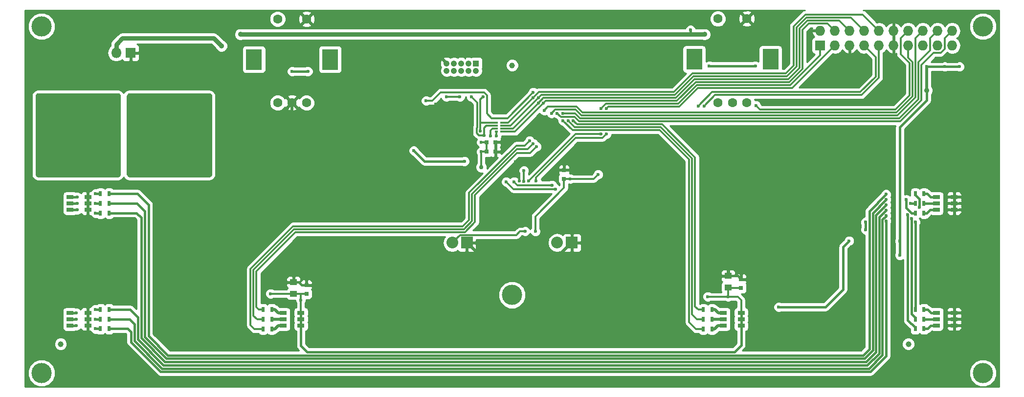
<source format=gbr>
G04 #@! TF.FileFunction,Copper,L2,Bot,Signal*
%FSLAX46Y46*%
G04 Gerber Fmt 4.6, Leading zero omitted, Abs format (unit mm)*
G04 Created by KiCad (PCBNEW 4.0.1-stable) date Fri 05 Feb 2016 02:13:53 PM CET*
%MOMM*%
G01*
G04 APERTURE LIST*
%ADD10C,0.100000*%
%ADD11R,0.750000X0.800000*%
%ADD12R,1.250000X1.000000*%
%ADD13R,0.800000X0.750000*%
%ADD14R,1.300000X0.700000*%
%ADD15C,1.600000*%
%ADD16R,2.800000X3.600000*%
%ADD17R,1.050000X1.050000*%
%ADD18C,1.050000*%
%ADD19R,0.500000X0.900000*%
%ADD20R,2.032000X2.032000*%
%ADD21O,2.032000X2.032000*%
%ADD22R,1.727200X1.727200*%
%ADD23O,1.727200X1.727200*%
%ADD24R,0.500000X0.320000*%
%ADD25C,1.000000*%
%ADD26C,3.500000*%
%ADD27O,1.800000X1.800000*%
%ADD28R,1.800000X1.800000*%
%ADD29C,0.600000*%
%ADD30C,0.900000*%
%ADD31C,1.350000*%
%ADD32C,0.750000*%
%ADD33C,0.381000*%
%ADD34C,0.508000*%
%ADD35C,0.304800*%
%ADD36C,0.762000*%
%ADD37C,0.254000*%
G04 APERTURE END LIST*
D10*
D11*
X121125700Y-43780000D03*
X121125700Y-45280000D03*
D12*
X118903200Y-43212500D03*
X118903200Y-45212500D03*
D11*
X45878200Y-44796000D03*
X45878200Y-46296000D03*
D12*
X43655700Y-44292000D03*
X43655700Y-46292000D03*
D11*
X90488100Y-26386400D03*
X90488100Y-24886400D03*
D13*
X77101600Y-20048400D03*
X78601600Y-20048400D03*
X77101600Y-21699400D03*
X78601600Y-21699400D03*
D14*
X118046500Y-51806200D03*
X118046500Y-50706200D03*
X118046500Y-49606200D03*
X121146500Y-49606200D03*
X121146500Y-50706200D03*
X121146500Y-51806200D03*
X158040000Y-29540200D03*
X158040000Y-30640200D03*
X158040000Y-31740200D03*
X154940000Y-31740200D03*
X154940000Y-30640200D03*
X154940000Y-29540200D03*
X41833800Y-51806200D03*
X41833800Y-50706200D03*
X41833800Y-49606200D03*
X44933800Y-49606200D03*
X44933800Y-50706200D03*
X44933800Y-51806200D03*
X158040000Y-49593500D03*
X158040000Y-50693500D03*
X158040000Y-51793500D03*
X154940000Y-51793500D03*
X154940000Y-50693500D03*
X154940000Y-49593500D03*
X8053000Y-29540200D03*
X8053000Y-30640200D03*
X8053000Y-31740200D03*
X4953000Y-31740200D03*
X4953000Y-30640200D03*
X4953000Y-29540200D03*
X8040300Y-49593500D03*
X8040300Y-50693500D03*
X8040300Y-51793500D03*
X4940300Y-51793500D03*
X4940300Y-50693500D03*
X4940300Y-49593500D03*
D15*
X117123800Y-13165000D03*
X117123800Y1335000D03*
X122123800Y-13165000D03*
X122123800Y1335000D03*
X119623800Y-13165000D03*
D16*
X113023800Y-5665000D03*
X126223800Y-5665000D03*
D15*
X40898400Y-13215800D03*
X40898400Y1284200D03*
X45898400Y-13215800D03*
X45898400Y1284200D03*
X43398400Y-13215800D03*
D16*
X36798400Y-5715800D03*
X49998400Y-5715800D03*
D17*
X75248100Y-6395900D03*
D18*
X73978100Y-6395900D03*
X72708100Y-6395900D03*
X71438100Y-6395900D03*
X70168100Y-6395900D03*
X73978100Y-7665900D03*
X72708100Y-7665900D03*
X71438100Y-7665900D03*
X70168100Y-7665900D03*
X75248100Y-7665900D03*
D19*
X116092000Y-52408000D03*
X114592000Y-52408000D03*
X152782300Y-32316600D03*
X151282300Y-32316600D03*
X116092000Y-50706200D03*
X114592000Y-50706200D03*
X152782300Y-30640200D03*
X151282300Y-30640200D03*
X116092000Y-49029800D03*
X114592000Y-49029800D03*
X152782300Y-28963800D03*
X151282300Y-28963800D03*
X39866600Y-52408000D03*
X38366600Y-52408000D03*
X152782300Y-52357200D03*
X151282300Y-52357200D03*
X39866600Y-50706200D03*
X38366600Y-50706200D03*
X152782300Y-50680800D03*
X151282300Y-50680800D03*
X39866600Y-49004400D03*
X38366600Y-49004400D03*
X152782300Y-49004400D03*
X151282300Y-49004400D03*
X10210700Y-28963800D03*
X11710700Y-28963800D03*
X10210700Y-30640200D03*
X11710700Y-30640200D03*
X10210700Y-32316600D03*
X11710700Y-32316600D03*
X10210700Y-49004400D03*
X11710700Y-49004400D03*
X10210700Y-50680800D03*
X11710700Y-50680800D03*
X10210700Y-52357200D03*
X11710700Y-52357200D03*
D20*
X91827100Y-37447400D03*
D21*
X89287100Y-37447400D03*
D20*
X73666100Y-37447400D03*
D21*
X71126100Y-37447400D03*
D22*
X134816600Y-3284400D03*
D23*
X134816600Y-744400D03*
X137356600Y-3284400D03*
X137356600Y-744400D03*
X139896600Y-3284400D03*
X139896600Y-744400D03*
X142436600Y-3284400D03*
X142436600Y-744400D03*
X144976600Y-3284400D03*
X144976600Y-744400D03*
X147516600Y-3284400D03*
X147516600Y-744400D03*
X150056600Y-3284400D03*
X150056600Y-744400D03*
X152596600Y-3284400D03*
X152596600Y-744400D03*
X155136600Y-3284400D03*
X155136600Y-744400D03*
X157676600Y-3284400D03*
X157676600Y-744400D03*
D24*
X79736600Y-16694900D03*
X79736600Y-17694900D03*
X79736600Y-17194900D03*
X79736600Y-18194900D03*
X78736600Y-17194900D03*
X78736600Y-16694900D03*
X78736600Y-17694900D03*
X78736600Y-18194900D03*
D25*
X3327400Y-55016400D03*
X81483200Y-6731000D03*
X150114000Y-55016400D03*
D26*
X2540Y-59999880D03*
X81483200Y-46507400D03*
X162991800Y-59999880D03*
X0Y0D03*
X162991800Y0D03*
D27*
X12945740Y-4572000D03*
D28*
X15445740Y-4572000D03*
D29*
X158041340Y-33197800D03*
D30*
X13690600Y-46253400D03*
X27457400Y-55041800D03*
X34570000Y-55036900D03*
X73662540Y-53263800D03*
X91821000Y-53263800D03*
X101117400Y-53263800D03*
X1549400Y-46253400D03*
X1549400Y-34823400D03*
X1549400Y-27559000D03*
D29*
X79820100Y-20810400D03*
X93587600Y-25318900D03*
X84646100Y-23413900D03*
X82106100Y-23413900D03*
X80772600Y-25001400D03*
X82741100Y-26779400D03*
X82906200Y-33535800D03*
X78486600Y-33535800D03*
X36830600Y-54414600D03*
X68225000Y-13419000D03*
X73305000Y-14282600D03*
D30*
X19989800Y-46202600D03*
X19989800Y-34823400D03*
X19989800Y-27559000D03*
X27457400Y-46253400D03*
X27457400Y-27559000D03*
X27457400Y-34823400D03*
X33655000Y-34823400D03*
X49453800Y-27559000D03*
X37617400Y-27559000D03*
X49453800Y-18008600D03*
X37617400Y-18008600D03*
X57327800Y-27559000D03*
X57327800Y-18008600D03*
X59410600Y-30759400D03*
X82931000Y-9829800D03*
X92430600Y-9829800D03*
X92430600Y-3530600D03*
X73990200Y-3530600D03*
X101219000Y-9829800D03*
X101219000Y-3530600D03*
X101219000Y-26339800D03*
X101219000Y-20040600D03*
X101219000Y-37414200D03*
X136271000Y-13182600D03*
X136271000Y-26339800D03*
X118186200Y-26339800D03*
X139877800Y-6477000D03*
X136271000Y-10083800D03*
X147548600Y-6477000D03*
X147548600Y-13182600D03*
X147548600Y-26339800D03*
X129413000Y-40767000D03*
X118897400Y-40767000D03*
X129413000Y-26339800D03*
X81915000Y-41833800D03*
X129413000Y-18008600D03*
X111379000Y-18008600D03*
D29*
X148605240Y-39636700D03*
X148605240Y-37160200D03*
X139829540Y-37134800D03*
X127637540Y-48590200D03*
D31*
X19507800Y-19210200D03*
X24740200Y-19210200D03*
X19507800Y-23375800D03*
X24689400Y-23375800D03*
X19507800Y-21343800D03*
X24740200Y-21343800D03*
X27077000Y-24391800D03*
X16866200Y-24391800D03*
X22200200Y-24391800D03*
X27077000Y-22359800D03*
X16866200Y-22359800D03*
X22200200Y-22359800D03*
X27077000Y-20226200D03*
X27077000Y-15349400D03*
X27077000Y-17381400D03*
X16866200Y-20226200D03*
X22200200Y-20226200D03*
X16866200Y-15298600D03*
X16866200Y-17381400D03*
D29*
X85522400Y-35491600D03*
X83541200Y-26855600D03*
X83541200Y-24976000D03*
X70104600Y-12174400D03*
X72454100Y-12174400D03*
D32*
X76137100Y-24366400D03*
D29*
X115380100Y-46781900D03*
X76137100Y-21699400D03*
X76137100Y-20048400D03*
X44895100Y-47416900D03*
X39688100Y-46273900D03*
X158941100Y-6967400D03*
X156401100Y-6967400D03*
X96393600Y-25636400D03*
X91567600Y-26398400D03*
X118903200Y-46816000D03*
X153264200Y-6967400D03*
X123597000Y-6865800D03*
X115621400Y-6865800D03*
D30*
X153264200Y-11082200D03*
X114808600Y-1379400D03*
X34443000Y-1379400D03*
D29*
X112370200Y-617400D03*
X43383800Y-7780200D03*
X46127000Y-7780200D03*
X89027600Y-28176400D03*
X80455100Y-26906400D03*
X88392600Y-27477900D03*
X81852100Y-26906400D03*
X86932100Y-13253900D03*
X86043100Y-13253900D03*
X86043100Y-12364900D03*
X85154100Y-12364900D03*
X87047100Y-14523900D03*
X142685100Y-33904100D03*
X142685100Y-35199500D03*
X66612100Y-12872900D03*
X85154100Y-11412400D03*
X88317100Y-15031900D03*
X123698600Y-13698400D03*
X74422600Y-12174400D03*
X76633100Y-18841900D03*
X78728600Y-18968900D03*
X77776100Y-18968900D03*
X75998100Y-18143400D03*
X76454600Y-12174400D03*
X83757100Y-35478900D03*
X91186600Y-16301900D03*
X92075600Y-16301900D03*
X90297600Y-16301900D03*
X85154100Y-20302400D03*
X85725600Y-20810400D03*
X149735540Y-29997400D03*
X84519100Y-19794400D03*
X152034240Y-31305500D03*
X149989540Y-32600900D03*
X150637240Y-33248600D03*
X151284940Y-33896300D03*
X146253800Y-29065400D03*
X146253800Y-29979800D03*
X146253800Y-30894200D03*
X97854100Y-14206400D03*
X97790600Y-18651400D03*
X85662100Y-26779400D03*
X96901600Y-18651400D03*
X96901600Y-14206400D03*
X84328600Y-26779400D03*
X113729100Y-13761900D03*
X114745100Y-13761900D03*
X90285600Y-15031900D03*
X89269600Y-15031900D03*
D31*
X1067400Y-17381400D03*
X1067400Y-15298600D03*
X6401400Y-20226200D03*
X1067400Y-20226200D03*
X11278200Y-17381400D03*
X11278200Y-15349400D03*
X11278200Y-20226200D03*
X6401400Y-22359800D03*
X1067400Y-22359800D03*
X11278200Y-22359800D03*
X6401400Y-24391800D03*
X1067400Y-24391800D03*
X11278200Y-24391800D03*
X8941400Y-21343800D03*
X3709000Y-21343800D03*
X8890600Y-23375800D03*
X3709000Y-23375800D03*
X8941400Y-19210200D03*
X3709000Y-19210200D03*
D29*
X150484840Y-30657800D03*
X146253800Y-31808600D03*
X146253800Y-32773800D03*
X146253800Y-33688200D03*
X73254200Y-23350400D03*
X64453100Y-21508900D03*
D30*
X31168340Y-3378200D03*
D29*
X6200140Y-31737300D03*
X9362440Y-32321500D03*
X6200140Y-30645100D03*
X9362440Y-30645100D03*
X6200140Y-29540200D03*
X9362440Y-28968700D03*
X6047740Y-51790600D03*
X9362440Y-52362100D03*
X6047740Y-50685700D03*
X9362440Y-50685700D03*
X6047740Y-49593500D03*
X9362440Y-48996600D03*
D33*
X158041340Y-33197800D02*
X158041340Y-49592160D01*
X158041340Y-49592160D02*
X158040000Y-49593500D01*
X158040000Y-50693500D02*
X158040000Y-49593500D01*
X158040000Y-51793500D02*
X158040000Y-50693500D01*
X158040000Y-30640200D02*
X158040000Y-29540200D01*
X158040000Y-31740200D02*
X158040000Y-30640200D01*
X158040000Y-33196460D02*
X158040000Y-31740200D01*
X158041340Y-33197800D02*
X158040000Y-33196460D01*
D34*
X27457400Y-55041800D02*
X34565100Y-55041800D01*
X34565100Y-55041800D02*
X34570000Y-55036900D01*
X73662540Y-37450960D02*
X73662540Y-53263800D01*
X73662540Y-53263800D02*
X91821000Y-53263800D01*
X73662540Y-37450960D02*
X73666100Y-37447400D01*
X101219000Y-53162200D02*
X101219000Y-37414200D01*
X101117400Y-53263800D02*
X101219000Y-53162200D01*
X1549400Y-46253400D02*
X1549400Y-34823400D01*
X1549400Y-34823400D02*
X1549400Y-27559000D01*
D35*
X79820100Y-21318400D02*
X79820100Y-20810400D01*
X78601600Y-21699400D02*
X79439100Y-21699400D01*
X79439100Y-21699400D02*
X79820100Y-21318400D01*
X79820100Y-20429400D02*
X79439100Y-20048400D01*
X79439100Y-20048400D02*
X78601600Y-20048400D01*
X79820100Y-20810400D02*
X79820100Y-20429400D01*
X91567600Y-24886400D02*
X90488100Y-24886400D01*
X92000100Y-25318900D02*
X91567600Y-24886400D01*
X93587600Y-25318900D02*
X92000100Y-25318900D01*
X84646100Y-23413900D02*
X82106100Y-23413900D01*
X80772600Y-25001400D02*
X82106100Y-23667900D01*
X82106100Y-23667900D02*
X82106100Y-23413900D01*
X82741100Y-26779400D02*
X82741100Y-25382400D01*
X82741100Y-25382400D02*
X82360100Y-25001400D01*
X82360100Y-25001400D02*
X80772600Y-25001400D01*
X82906200Y-33535800D02*
X78486600Y-33535800D01*
D33*
X120558200Y-43212500D02*
X121125700Y-43780000D01*
X118903200Y-43212500D02*
X120558200Y-43212500D01*
X37414800Y-53830400D02*
X36830600Y-54414600D01*
X41859100Y-53830400D02*
X37414800Y-53830400D01*
X44538800Y-44292000D02*
X45042800Y-44796000D01*
X45042800Y-44796000D02*
X45878200Y-44796000D01*
X43655700Y-44292000D02*
X44538800Y-44292000D01*
X69088600Y-14282600D02*
X68225000Y-13419000D01*
X73305000Y-14282600D02*
X69088600Y-14282600D01*
D34*
X19989800Y-34823400D02*
X19989800Y-46202600D01*
X27457400Y-55041800D02*
X27457400Y-46253400D01*
X27457400Y-27559000D02*
X19989800Y-27559000D01*
X19989800Y-34823400D02*
X27457400Y-34823400D01*
X33655000Y-34823400D02*
X27457400Y-34823400D01*
X27457400Y-27559000D02*
X37617400Y-27559000D01*
X43408600Y-18008600D02*
X49453800Y-18008600D01*
X37617400Y-18008600D02*
X43408600Y-18008600D01*
X43408600Y-13226000D02*
X43398400Y-13215800D01*
X43408600Y-18008600D02*
X43408600Y-13226000D01*
X57327800Y-27559000D02*
X49453800Y-27559000D01*
X49453800Y-18008600D02*
X57327800Y-18008600D01*
X59410600Y-29641800D02*
X57327800Y-27559000D01*
X59410600Y-30759400D02*
X59410600Y-29641800D01*
X92430600Y-9829800D02*
X82931000Y-9829800D01*
X73990200Y-3530600D02*
X92430600Y-3530600D01*
X101219000Y-9829800D02*
X92430600Y-9829800D01*
X92430600Y-3530600D02*
X101219000Y-3530600D01*
X101219000Y-20040600D02*
X101219000Y-26339800D01*
X101219000Y-26339800D02*
X101219000Y-37414200D01*
X118186200Y-26339800D02*
X136271000Y-26339800D01*
X136271000Y-10083800D02*
X139877800Y-6477000D01*
X147548600Y-13182600D02*
X147548600Y-6477000D01*
X147548600Y-26339800D02*
X136271000Y-26339800D01*
X118903200Y-40772800D02*
X118903200Y-43212500D01*
X118897400Y-40767000D02*
X118903200Y-40772800D01*
X129413000Y-40767000D02*
X129413000Y-26339800D01*
X78052500Y-41833800D02*
X81915000Y-41833800D01*
X73666100Y-37447400D02*
X78052500Y-41833800D01*
X87440700Y-41833800D02*
X91827100Y-37447400D01*
X81915000Y-41833800D02*
X87440700Y-41833800D01*
X111379000Y-18008600D02*
X129413000Y-18008600D01*
D33*
X46022222Y-56377840D02*
X119961660Y-56377840D01*
X121146500Y-55193000D02*
X121146500Y-51806200D01*
X119961660Y-56377840D02*
X121146500Y-55193000D01*
X44933800Y-51806200D02*
X44933800Y-55289418D01*
X44933800Y-55289418D02*
X46022222Y-56377840D01*
X44933800Y-50706200D02*
X44933800Y-51806200D01*
X44933800Y-49606200D02*
X44933800Y-50706200D01*
X121146500Y-50706200D02*
X121146500Y-51806200D01*
X121146500Y-49606200D02*
X121146500Y-50706200D01*
X148605240Y-37160200D02*
X148605240Y-17424400D01*
X153264200Y-12765440D02*
X153264200Y-11082200D01*
X148605240Y-17424400D02*
X153264200Y-12765440D01*
X148605240Y-37160200D02*
X148605240Y-39636700D01*
X139829540Y-37134800D02*
X138788140Y-38176200D01*
X138788140Y-38176200D02*
X138788140Y-45516800D01*
X135714740Y-48590200D02*
X138788140Y-45516800D01*
X127637540Y-48590200D02*
X135714740Y-48590200D01*
D36*
X19507800Y-19210200D02*
X24740200Y-19210200D01*
X19507800Y-23375800D02*
X24689400Y-23375800D01*
X19507800Y-20226200D02*
X19507800Y-21343800D01*
X24740200Y-21343800D02*
X24740200Y-20226200D01*
X24740200Y-20226200D02*
X24740200Y-20277000D01*
X22200200Y-24391800D02*
X27077000Y-24391800D01*
X16866200Y-24391800D02*
X22200200Y-24391800D01*
X22200200Y-22359800D02*
X27077000Y-22359800D01*
X16866200Y-22359800D02*
X22200200Y-22359800D01*
X27077000Y-20226200D02*
X24740200Y-20226200D01*
X24740200Y-20226200D02*
X22200200Y-20226200D01*
X27077000Y-15349400D02*
X27077000Y-17381400D01*
X16866200Y-20226200D02*
X19507800Y-20226200D01*
X19507800Y-20226200D02*
X22200200Y-20226200D01*
X16866200Y-15298600D02*
X16866200Y-17381400D01*
D35*
X90488100Y-26386400D02*
X90488100Y-27960500D01*
X85522400Y-32926200D02*
X85522400Y-35491600D01*
X90488100Y-27960500D02*
X85522400Y-32926200D01*
X83541200Y-24976000D02*
X83541200Y-26855600D01*
X72454100Y-12174400D02*
X70104600Y-12174400D01*
X76137100Y-21699400D02*
X76137100Y-24366400D01*
X118903200Y-46816000D02*
X120557700Y-46816000D01*
X120557700Y-46816000D02*
X121146500Y-47404800D01*
X121146500Y-47404800D02*
X121146500Y-49606200D01*
X44895100Y-47416900D02*
X44895100Y-49567500D01*
D33*
X44895100Y-49567500D02*
X44933800Y-49606200D01*
D35*
X118903200Y-46816000D02*
X115414200Y-46816000D01*
X115414200Y-46816000D02*
X115380100Y-46781900D01*
X77101600Y-20048400D02*
X77101600Y-21699400D01*
X76137100Y-21699400D02*
X77101600Y-21699400D01*
X76137100Y-20048400D02*
X77101600Y-20048400D01*
X44895100Y-46292000D02*
X44895100Y-47416900D01*
X43655700Y-46292000D02*
X39706200Y-46292000D01*
X39706200Y-46292000D02*
X39688100Y-46273900D01*
D33*
X156401100Y-6967400D02*
X158941100Y-6967400D01*
D35*
X91567600Y-26398400D02*
X95631600Y-26398400D01*
X95631600Y-26398400D02*
X96393600Y-25636400D01*
X91555600Y-26386400D02*
X90488100Y-26386400D01*
X91567600Y-26398400D02*
X91555600Y-26386400D01*
X118903200Y-46816000D02*
X118903200Y-45212500D01*
X118970700Y-45280000D02*
X118903200Y-45212500D01*
X121125700Y-45280000D02*
X118970700Y-45280000D01*
X45874200Y-46292000D02*
X45878200Y-46296000D01*
X43655700Y-46292000D02*
X44895100Y-46292000D01*
X44895100Y-46292000D02*
X45874200Y-46292000D01*
D33*
X153264200Y-6967400D02*
X156401100Y-6967400D01*
X123597000Y-6865800D02*
X115621400Y-6865800D01*
D36*
X112370200Y-1379400D02*
X114808600Y-1379400D01*
X34443000Y-1379400D02*
X112370200Y-1379400D01*
D34*
X153264200Y-6967400D02*
X153264200Y-11082200D01*
D33*
X112370200Y-1379400D02*
X112370200Y-617400D01*
X43383800Y-7780200D02*
X46127000Y-7780200D01*
D34*
X116548500Y-52408000D02*
X117150300Y-51806200D01*
X117150300Y-51806200D02*
X118046500Y-51806200D01*
X116092000Y-52408000D02*
X116548500Y-52408000D01*
X116092000Y-50706200D02*
X118046500Y-50706200D01*
X116612000Y-49029800D02*
X117188400Y-49606200D01*
X117188400Y-49606200D02*
X118046500Y-49606200D01*
X116092000Y-49029800D02*
X116612000Y-49029800D01*
X40412000Y-52408000D02*
X41013800Y-51806200D01*
X41013800Y-51806200D02*
X41833800Y-51806200D01*
X39866600Y-52408000D02*
X40412000Y-52408000D01*
X39866600Y-50706200D02*
X41833800Y-50706200D01*
X40386600Y-49004400D02*
X40988400Y-49606200D01*
X40988400Y-49606200D02*
X41833800Y-49606200D01*
X39866600Y-49004400D02*
X40386600Y-49004400D01*
D35*
X81725100Y-28176400D02*
X80455100Y-26906400D01*
X89027600Y-28176400D02*
X81725100Y-28176400D01*
X88392600Y-27477900D02*
X82423600Y-27477900D01*
X82423600Y-27477900D02*
X81852100Y-26906400D01*
X79736600Y-18194900D02*
X81991100Y-18194900D01*
X81991100Y-18194900D02*
X86932100Y-13253900D01*
X129477100Y-9634400D02*
X113284600Y-9634400D01*
X113284600Y-9634400D02*
X110046100Y-12872900D01*
X87313100Y-12872900D02*
X110046100Y-12872900D01*
X86932100Y-13253900D02*
X87313100Y-12872900D01*
X136086600Y525600D02*
X132842600Y525600D01*
X137356600Y-744400D02*
X136086600Y525600D01*
X131763100Y-7348400D02*
X129477100Y-9634400D01*
X131763100Y-553900D02*
X131763100Y-7348400D01*
X132842600Y525600D02*
X131763100Y-553900D01*
X137356600Y-744400D02*
X137356600Y-178400D01*
X86043100Y-13253900D02*
X81602100Y-17694900D01*
X81602100Y-17694900D02*
X79736600Y-17694900D01*
X129286600Y-9126400D02*
X113094100Y-9126400D01*
X113094100Y-9126400D02*
X109855600Y-12364900D01*
X109855600Y-12364900D02*
X86932100Y-12364900D01*
X86043100Y-13253900D02*
X86932100Y-12364900D01*
X138118600Y1033600D02*
X132652100Y1033600D01*
X139896600Y-744400D02*
X138118600Y1033600D01*
X129286600Y-9126400D02*
X131255100Y-7157900D01*
X131255100Y-7157900D02*
X131255100Y-363400D01*
X131255100Y-363400D02*
X132652100Y1033600D01*
X79736600Y-17194900D02*
X81213100Y-17194900D01*
X81213100Y-17194900D02*
X86043100Y-12364900D01*
X129096100Y-8618400D02*
X112903600Y-8618400D01*
X112903600Y-8618400D02*
X109665100Y-11856900D01*
X109665100Y-11856900D02*
X86551100Y-11856900D01*
X142436600Y-744400D02*
X140150600Y1541600D01*
X140150600Y1541600D02*
X132461600Y1541600D01*
X129096100Y-8618400D02*
X130747100Y-6967400D01*
X130747100Y-6967400D02*
X130747100Y-172900D01*
X130747100Y-172900D02*
X132461600Y1541600D01*
X86043100Y-12364900D02*
X86551100Y-11856900D01*
X85154100Y-12364900D02*
X80824100Y-16694900D01*
X80824100Y-16694900D02*
X79736600Y-16694900D01*
X128905600Y-8110400D02*
X112713100Y-8110400D01*
X112713100Y-8110400D02*
X109474600Y-11348900D01*
X86170100Y-11348900D02*
X109474600Y-11348900D01*
X142182600Y2049600D02*
X132271100Y2049600D01*
X144976600Y-744400D02*
X142182600Y2049600D01*
X128905600Y-8110400D02*
X130239100Y-6776900D01*
X130239100Y-6776900D02*
X130239100Y17600D01*
X130239100Y17600D02*
X132271100Y2049600D01*
X85154100Y-12364900D02*
X86170100Y-11348900D01*
X87047100Y-14523900D02*
X87682100Y-13888900D01*
X87682100Y-13888900D02*
X92647100Y-13888900D01*
X150056600Y-3284400D02*
X150056600Y-5395702D01*
X93663100Y-14904900D02*
X92647100Y-13888900D01*
X148019100Y-14904900D02*
X93663100Y-14904900D01*
X150813100Y-12110900D02*
X148019100Y-14904900D01*
X150813100Y-6152202D02*
X150813100Y-12110900D01*
X150056600Y-5395702D02*
X150813100Y-6152202D01*
D33*
X142685100Y-35199500D02*
X142685100Y-33904100D01*
D35*
X69152100Y-11412400D02*
X76639600Y-11412400D01*
X76639600Y-11412400D02*
X77139800Y-11912600D01*
X77139800Y-11912600D02*
X77139800Y-15062200D01*
X77139800Y-15062200D02*
X77952600Y-15875000D01*
X77952600Y-15875000D02*
X80691500Y-15875000D01*
X80691500Y-15875000D02*
X85154100Y-11412400D01*
X66612100Y-12872900D02*
X67691600Y-12872900D01*
X67691600Y-12872900D02*
X69152100Y-11412400D01*
X151321100Y-2019900D02*
X151321100Y-12301400D01*
X151321100Y-2019900D02*
X152596600Y-744400D01*
X92456600Y-14396900D02*
X93472600Y-15412900D01*
X93472600Y-15412900D02*
X148209600Y-15412900D01*
X148209600Y-15412900D02*
X151321100Y-12301400D01*
X88952100Y-14396900D02*
X88317100Y-15031900D01*
X92456600Y-14396900D02*
X88952100Y-14396900D01*
X123698600Y-13698400D02*
X124397100Y-14396900D01*
X148781100Y-2019900D02*
X150056600Y-744400D01*
X148781100Y-4808400D02*
X148781100Y-2019900D01*
X150305100Y-6332400D02*
X148781100Y-4808400D01*
X150305100Y-11920400D02*
X150305100Y-6332400D01*
X147828600Y-14396900D02*
X150305100Y-11920400D01*
X124397100Y-14396900D02*
X147828600Y-14396900D01*
X76633100Y-18841900D02*
X75756100Y-18841900D01*
X75375100Y-18460900D02*
X75375100Y-17600398D01*
X75756100Y-18841900D02*
X75375100Y-18460900D01*
X78736600Y-17194900D02*
X77010100Y-17194900D01*
X76633100Y-17571900D02*
X76633100Y-18841900D01*
X77010100Y-17194900D02*
X76633100Y-17571900D01*
X75375100Y-17600398D02*
X75489400Y-17486098D01*
X75489400Y-17486098D02*
X75489400Y-13241200D01*
X75489400Y-13241200D02*
X74422600Y-12174400D01*
X78736600Y-18960900D02*
X78736600Y-18194900D01*
X78728600Y-18968900D02*
X78736600Y-18960900D01*
X78097600Y-17694900D02*
X78736600Y-17694900D01*
X77776100Y-18016400D02*
X78097600Y-17694900D01*
X77776100Y-18968900D02*
X77776100Y-18016400D01*
X78736600Y-16694900D02*
X75998100Y-16694900D01*
X75998100Y-16694900D02*
X75998100Y-18143400D01*
X75998100Y-12630900D02*
X76454600Y-12174400D01*
X75998100Y-18143400D02*
X75998100Y-12630900D01*
X72459600Y-36113900D02*
X82233100Y-36113900D01*
X82233100Y-36113900D02*
X82868100Y-35478900D01*
X82868100Y-35478900D02*
X83757100Y-35478900D01*
X71126100Y-37447400D02*
X72459600Y-36113900D01*
X91186600Y-16301900D02*
X92329600Y-17444900D01*
X113462400Y-50706200D02*
X114592000Y-50706200D01*
X112649600Y-49893400D02*
X113462400Y-50706200D01*
X112649600Y-22842400D02*
X112649600Y-49893400D01*
X107252100Y-17444900D02*
X112649600Y-22842400D01*
X92329600Y-17444900D02*
X107252100Y-17444900D01*
X92075600Y-16301900D02*
X92710600Y-16936900D01*
X107442600Y-16936900D02*
X113157600Y-22651900D01*
X92710600Y-16936900D02*
X107442600Y-16936900D01*
X113691000Y-49029800D02*
X114592000Y-49029800D01*
X113157600Y-22651900D02*
X113157600Y-48496400D01*
X113157600Y-48496400D02*
X113691000Y-49029800D01*
X90297600Y-16301900D02*
X91948600Y-17952900D01*
X113322700Y-52408000D02*
X114592000Y-52408000D01*
X112141600Y-51226900D02*
X113322700Y-52408000D01*
X112141600Y-23032900D02*
X112141600Y-51226900D01*
X107061600Y-17952900D02*
X112141600Y-23032900D01*
X91948600Y-17952900D02*
X107061600Y-17952900D01*
X84201600Y-21254900D02*
X85154100Y-20302400D01*
X73152600Y-35097900D02*
X74549600Y-33700900D01*
X74549600Y-29001900D02*
X82296600Y-21254900D01*
X74549600Y-33700900D02*
X74549600Y-29001900D01*
X38366600Y-50706200D02*
X37325900Y-50706200D01*
X36703600Y-42146400D02*
X43752100Y-35097900D01*
X36703600Y-50083900D02*
X36703600Y-42146400D01*
X37325900Y-50706200D02*
X36703600Y-50083900D01*
X43752100Y-35097900D02*
X73152600Y-35097900D01*
X82296600Y-21254900D02*
X84201600Y-21254900D01*
X37656100Y-49004400D02*
X37211600Y-48559900D01*
X37211600Y-48559900D02*
X37211600Y-42400400D01*
X37211600Y-42400400D02*
X44006100Y-35605900D01*
X38366600Y-49004400D02*
X37656100Y-49004400D01*
X73343100Y-35605900D02*
X75057600Y-33891400D01*
X75057600Y-29192400D02*
X82360100Y-21889900D01*
X82360100Y-21889900D02*
X84646100Y-21889900D01*
X44006100Y-35605900D02*
X73343100Y-35605900D01*
X75057600Y-33891400D02*
X75057600Y-29192400D01*
X84646100Y-21889900D02*
X85725600Y-20810400D01*
D33*
X150657740Y-32316600D02*
X151282300Y-32316600D01*
X149735540Y-31394400D02*
X150657740Y-32316600D01*
X149735540Y-29997400D02*
X149735540Y-31394400D01*
D35*
X36868700Y-52408000D02*
X36195600Y-51734900D01*
X36195600Y-51734900D02*
X36195600Y-41955900D01*
X36195600Y-41955900D02*
X43561600Y-34589900D01*
X38366600Y-52408000D02*
X36868700Y-52408000D01*
X43561600Y-34589900D02*
X72962100Y-34589900D01*
X72962100Y-34589900D02*
X74041600Y-33510400D01*
X74041600Y-28811400D02*
X82233100Y-20619900D01*
X74041600Y-33510400D02*
X74041600Y-28811400D01*
X84519100Y-19794400D02*
X83693600Y-20619900D01*
X83693600Y-20619900D02*
X82233100Y-20619900D01*
D33*
X152034240Y-29921200D02*
X151282300Y-29169260D01*
X152034240Y-31305500D02*
X152034240Y-29921200D01*
X151282300Y-29169260D02*
X151282300Y-28963800D01*
X149989540Y-50850800D02*
X151282300Y-52143560D01*
X149989540Y-32600900D02*
X149989540Y-50850800D01*
X151282300Y-52143560D02*
X151282300Y-52357200D01*
X150637240Y-49784000D02*
X151282300Y-50429060D01*
X150637240Y-33248600D02*
X150637240Y-49784000D01*
X151282300Y-50429060D02*
X151282300Y-50680800D01*
X151284940Y-33896300D02*
X151284940Y-49001760D01*
X151284940Y-49001760D02*
X151282300Y-49004400D01*
X16599500Y-28963800D02*
X18542600Y-30906900D01*
X18542600Y-30906900D02*
X18542600Y-53576400D01*
X21908100Y-56941900D02*
X18542600Y-53576400D01*
X11710700Y-28963800D02*
X16599500Y-28963800D01*
X142253300Y-56941900D02*
X21908100Y-56941900D01*
X143358200Y-55837000D02*
X142253300Y-56941900D01*
X143358200Y-31961000D02*
X143358200Y-55837000D01*
X146253800Y-29065400D02*
X143358200Y-31961000D01*
X17907600Y-31986400D02*
X16561400Y-30640200D01*
X16561400Y-30640200D02*
X11710700Y-30640200D01*
X17907600Y-53766900D02*
X17907600Y-31986400D01*
X21654100Y-57513400D02*
X17907600Y-53766900D01*
X142484298Y-57513400D02*
X21654100Y-57513400D01*
X143917000Y-56080698D02*
X142484298Y-57513400D01*
X143917000Y-32316600D02*
X143917000Y-56080698D01*
X146253800Y-29979800D02*
X143917000Y-32316600D01*
X17272600Y-33129400D02*
X17272600Y-53957400D01*
X21400100Y-58084900D02*
X17272600Y-53957400D01*
X17272600Y-33129400D02*
X16459800Y-32316600D01*
X16459800Y-32316600D02*
X11710700Y-32316600D01*
X142735900Y-58084900D02*
X21400100Y-58084900D01*
X144475800Y-56345000D02*
X142735900Y-58084900D01*
X144475800Y-32672200D02*
X144475800Y-56345000D01*
X146253800Y-30894200D02*
X144475800Y-32672200D01*
D35*
X85662100Y-26779400D02*
X85662100Y-26144400D01*
X129990600Y-10650400D02*
X137356600Y-3284400D01*
X110427100Y-13888900D02*
X98171600Y-13888900D01*
X113665600Y-10650400D02*
X110427100Y-13888900D01*
X129990600Y-10650400D02*
X113665600Y-10650400D01*
X97854100Y-14206400D02*
X98171600Y-13888900D01*
X97155600Y-19286400D02*
X97790600Y-18651400D01*
X92520100Y-19286400D02*
X97155600Y-19286400D01*
X85662100Y-26144400D02*
X92520100Y-19286400D01*
X84328600Y-26779400D02*
X92456600Y-18651400D01*
X92456600Y-18651400D02*
X96901600Y-18651400D01*
X134816600Y-4993400D02*
X129667600Y-10142400D01*
X96901600Y-14206400D02*
X97727100Y-13380900D01*
X97727100Y-13380900D02*
X110236600Y-13380900D01*
X129667600Y-10142400D02*
X113475100Y-10142400D01*
X113475100Y-10142400D02*
X110236600Y-13380900D01*
X134816600Y-4993400D02*
X134816600Y-3284400D01*
X116142100Y-11348900D02*
X141796100Y-11348900D01*
X113729100Y-13761900D02*
X116142100Y-11348900D01*
X141796100Y-11348900D02*
X144463100Y-8681900D01*
X144463100Y-5310900D02*
X142436600Y-3284400D01*
X144463100Y-8681900D02*
X144463100Y-5310900D01*
X116650100Y-11856900D02*
X141986600Y-11856900D01*
X114745100Y-13761900D02*
X116650100Y-11856900D01*
X141986600Y-11856900D02*
X144976600Y-8866900D01*
X144976600Y-8866900D02*
X144976600Y-3284400D01*
X153861100Y-4173400D02*
X151829100Y-6205400D01*
X151829100Y-12618900D02*
X148527100Y-15920900D01*
X151829100Y-6205400D02*
X151829100Y-12618900D01*
X90285600Y-15031900D02*
X92393100Y-15031900D01*
X93282100Y-15920900D02*
X148527100Y-15920900D01*
X92393100Y-15031900D02*
X93282100Y-15920900D01*
X153861100Y-2019900D02*
X155136600Y-744400D01*
X153861100Y-4173400D02*
X153861100Y-2019900D01*
X89269600Y-15031900D02*
X89904600Y-15666900D01*
X89904600Y-15666900D02*
X92329600Y-15666900D01*
X148717600Y-16428900D02*
X152337100Y-12809400D01*
X154496100Y-4554400D02*
X155702600Y-4554400D01*
X155702600Y-4554400D02*
X156401100Y-3855900D01*
X156401100Y-3855900D02*
X156401100Y-2019900D01*
X156401100Y-2019900D02*
X157676600Y-744400D01*
X92329600Y-15666900D02*
X93091600Y-16428900D01*
X93091600Y-16428900D02*
X148717600Y-16428900D01*
X152337100Y-12809400D02*
X152337100Y-6713400D01*
X152337100Y-6713400D02*
X154496100Y-4554400D01*
D36*
X1067400Y-15298600D02*
X1067400Y-17381400D01*
X3709000Y-20226200D02*
X6401400Y-20226200D01*
X1067400Y-20226200D02*
X3709000Y-20226200D01*
X11278200Y-15349400D02*
X11278200Y-17381400D01*
X8941400Y-20226200D02*
X6401400Y-20226200D01*
X11278200Y-20226200D02*
X8941400Y-20226200D01*
X1067400Y-22359800D02*
X6401400Y-22359800D01*
X6401400Y-22359800D02*
X11278200Y-22359800D01*
X1067400Y-24391800D02*
X6401400Y-24391800D01*
X6401400Y-24391800D02*
X11278200Y-24391800D01*
X8941400Y-20277000D02*
X8941400Y-20226200D01*
X8941400Y-21343800D02*
X8941400Y-20226200D01*
X3709000Y-20226200D02*
X3709000Y-21343800D01*
X3709000Y-23375800D02*
X8890600Y-23375800D01*
X3709000Y-19210200D02*
X8941400Y-19210200D01*
D33*
X150502440Y-30640200D02*
X151282300Y-30640200D01*
X150484840Y-30657800D02*
X150502440Y-30640200D01*
X151277400Y-30645100D02*
X151282300Y-30640200D01*
X21146100Y-58656400D02*
X16701100Y-54211400D01*
X16701100Y-54211400D02*
X16701100Y-50337900D01*
X16701100Y-50337900D02*
X15367600Y-49004400D01*
X15367600Y-49004400D02*
X11710700Y-49004400D01*
X21146100Y-58656400D02*
X142977200Y-58656400D01*
X145034600Y-56599000D02*
X142977200Y-58656400D01*
X145034600Y-33027800D02*
X145034600Y-56599000D01*
X146253800Y-31808600D02*
X145034600Y-33027800D01*
X20892100Y-59227900D02*
X16129600Y-54465400D01*
X16129600Y-54465400D02*
X16129600Y-51544400D01*
X16129600Y-51544400D02*
X15266000Y-50680800D01*
X15266000Y-50680800D02*
X11710700Y-50680800D01*
X146253800Y-32773800D02*
X146203000Y-32811053D01*
X20892100Y-59227900D02*
X143269300Y-59227900D01*
X145593400Y-56903800D02*
X143269300Y-59227900D01*
X145593400Y-33420653D02*
X145593400Y-56903800D01*
X146203000Y-32811053D02*
X145593400Y-33420653D01*
X20638100Y-59799400D02*
X15494600Y-54655900D01*
X14910400Y-52357200D02*
X11710700Y-52357200D01*
X15494600Y-52941400D02*
X14910400Y-52357200D01*
X15494600Y-54655900D02*
X15494600Y-52941400D01*
X143510600Y-59799400D02*
X20638100Y-59799400D01*
X146253800Y-57056200D02*
X143510600Y-59799400D01*
X146253800Y-33688200D02*
X146253800Y-57056200D01*
X73254200Y-23350400D02*
X66294600Y-23350400D01*
X66294600Y-23350400D02*
X64453100Y-21508900D01*
D36*
X12945740Y-4572000D02*
X12945740Y-3109600D01*
X12945740Y-3109600D02*
X14023340Y-2032000D01*
X14023340Y-2032000D02*
X29822140Y-2032000D01*
X29822140Y-2032000D02*
X31168340Y-3378200D01*
D33*
X152782300Y-32316600D02*
X153283740Y-32316600D01*
X153860140Y-31740200D02*
X154940000Y-31740200D01*
X153283740Y-32316600D02*
X153860140Y-31740200D01*
X152782300Y-30640200D02*
X154940000Y-30640200D01*
X152782300Y-28963800D02*
X153375540Y-28963800D01*
X153951940Y-29540200D02*
X154940000Y-29540200D01*
X153375540Y-28963800D02*
X153951940Y-29540200D01*
X152782300Y-52357200D02*
X153423440Y-52357200D01*
X153987140Y-51793500D02*
X154940000Y-51793500D01*
X153423440Y-52357200D02*
X153987140Y-51793500D01*
X152782300Y-50680800D02*
X154927300Y-50680800D01*
X154927300Y-50680800D02*
X154940000Y-50693500D01*
X152782300Y-49004400D02*
X153400940Y-49004400D01*
X153990040Y-49593500D02*
X154940000Y-49593500D01*
X153400940Y-49004400D02*
X153990040Y-49593500D01*
X10210700Y-32316600D02*
X9367340Y-32316600D01*
X6200140Y-31737300D02*
X4955900Y-31737300D01*
X9367340Y-32316600D02*
X9362440Y-32321500D01*
X4955900Y-31737300D02*
X4953000Y-31740200D01*
D34*
X4996000Y-31783200D02*
X4953000Y-31740200D01*
D33*
X10210700Y-30640200D02*
X9367340Y-30640200D01*
X6200140Y-30645100D02*
X4957900Y-30645100D01*
X9367340Y-30640200D02*
X9362440Y-30645100D01*
X4957900Y-30645100D02*
X4953000Y-30640200D01*
X10210700Y-28963800D02*
X9367340Y-28963800D01*
X6200140Y-29540200D02*
X4953000Y-29540200D01*
X9367340Y-28963800D02*
X9362440Y-28968700D01*
X10210700Y-52357200D02*
X9367340Y-52357200D01*
X6047740Y-51790600D02*
X4943200Y-51790600D01*
X9367340Y-52357200D02*
X9362440Y-52362100D01*
X4943200Y-51790600D02*
X4940300Y-51793500D01*
D34*
X4970600Y-51823800D02*
X4940300Y-51793500D01*
D33*
X10210700Y-50680800D02*
X9367340Y-50680800D01*
X6047740Y-50685700D02*
X4948100Y-50685700D01*
X9367340Y-50680800D02*
X9362440Y-50685700D01*
X4948100Y-50685700D02*
X4940300Y-50693500D01*
D34*
X4953000Y-50706200D02*
X4940300Y-50693500D01*
D33*
X10210700Y-49004400D02*
X9370240Y-49004400D01*
X6047740Y-49593500D02*
X4940300Y-49593500D01*
X9370240Y-49004400D02*
X9362440Y-48996600D01*
D37*
G36*
X131969775Y2777063D02*
X131714324Y2606376D01*
X129682324Y574376D01*
X129511637Y318925D01*
X129451700Y17600D01*
X129451700Y-6450748D01*
X128579448Y-7323000D01*
X128271240Y-7323000D01*
X128271240Y-3865000D01*
X128226962Y-3629683D01*
X128087890Y-3413559D01*
X127875690Y-3268569D01*
X127623800Y-3217560D01*
X124823800Y-3217560D01*
X124588483Y-3261838D01*
X124372359Y-3400910D01*
X124227369Y-3613110D01*
X124176360Y-3865000D01*
X124176360Y-6122727D01*
X124127327Y-6073608D01*
X123783799Y-5930962D01*
X123411833Y-5930638D01*
X123146430Y-6040300D01*
X116071513Y-6040300D01*
X115808199Y-5930962D01*
X115436233Y-5930638D01*
X115092457Y-6072683D01*
X115071240Y-6093863D01*
X115071240Y-3865000D01*
X115026962Y-3629683D01*
X114887890Y-3413559D01*
X114675690Y-3268569D01*
X114423800Y-3217560D01*
X111623800Y-3217560D01*
X111388483Y-3261838D01*
X111172359Y-3400910D01*
X111027369Y-3613110D01*
X110976360Y-3865000D01*
X110976360Y-7465000D01*
X111020638Y-7700317D01*
X111159710Y-7916441D01*
X111371910Y-8061431D01*
X111601936Y-8108012D01*
X109148448Y-10561500D01*
X86170100Y-10561500D01*
X85868775Y-10621437D01*
X85758925Y-10694836D01*
X85684427Y-10620208D01*
X85340899Y-10477562D01*
X84968933Y-10477238D01*
X84625157Y-10619283D01*
X84361908Y-10882073D01*
X84219262Y-11225601D01*
X84219255Y-11233693D01*
X80365348Y-15087600D01*
X78278752Y-15087600D01*
X77927200Y-14736048D01*
X77927200Y-11912600D01*
X77867263Y-11611275D01*
X77696576Y-11355824D01*
X77196376Y-10855624D01*
X76940925Y-10684937D01*
X76639600Y-10625000D01*
X69152100Y-10625000D01*
X68850775Y-10684937D01*
X68595324Y-10855624D01*
X67365448Y-12085500D01*
X67147211Y-12085500D01*
X67142427Y-12080708D01*
X66798899Y-11938062D01*
X66426933Y-11937738D01*
X66083157Y-12079783D01*
X65819908Y-12342573D01*
X65677262Y-12686101D01*
X65676938Y-13058067D01*
X65818983Y-13401843D01*
X66081773Y-13665092D01*
X66425301Y-13807738D01*
X66797267Y-13808062D01*
X67141043Y-13666017D01*
X67146770Y-13660300D01*
X67691600Y-13660300D01*
X67992925Y-13600363D01*
X68248376Y-13429676D01*
X69213017Y-12465035D01*
X69311483Y-12703343D01*
X69574273Y-12966592D01*
X69917801Y-13109238D01*
X70289767Y-13109562D01*
X70633543Y-12967517D01*
X70639270Y-12961800D01*
X71918989Y-12961800D01*
X71923773Y-12966592D01*
X72267301Y-13109238D01*
X72639267Y-13109562D01*
X72983043Y-12967517D01*
X73246292Y-12704727D01*
X73388938Y-12361199D01*
X73389079Y-12199800D01*
X73487577Y-12199800D01*
X73487438Y-12359567D01*
X73629483Y-12703343D01*
X73892273Y-12966592D01*
X74235801Y-13109238D01*
X74243893Y-13109245D01*
X74702000Y-13567352D01*
X74702000Y-17217713D01*
X74647637Y-17299073D01*
X74587700Y-17600398D01*
X74587700Y-18460900D01*
X74647637Y-18762225D01*
X74818324Y-19017676D01*
X75199324Y-19398676D01*
X75358182Y-19504822D01*
X75344908Y-19518073D01*
X75202262Y-19861601D01*
X75201938Y-20233567D01*
X75343983Y-20577343D01*
X75606773Y-20840592D01*
X75686759Y-20873805D01*
X75608157Y-20906283D01*
X75344908Y-21169073D01*
X75202262Y-21512601D01*
X75201938Y-21884567D01*
X75343983Y-22228343D01*
X75349700Y-22234070D01*
X75349700Y-23725316D01*
X75281363Y-23793534D01*
X75127276Y-24164617D01*
X75126925Y-24566420D01*
X75280364Y-24937772D01*
X75564234Y-25222137D01*
X75935317Y-25376224D01*
X76337120Y-25376575D01*
X76381006Y-25358442D01*
X73484824Y-28254624D01*
X73314137Y-28510075D01*
X73254200Y-28811400D01*
X73254200Y-33184248D01*
X72635948Y-33802500D01*
X43561600Y-33802500D01*
X43260275Y-33862437D01*
X43004824Y-34033124D01*
X35638824Y-41399124D01*
X35468137Y-41654575D01*
X35408200Y-41955900D01*
X35408200Y-51734900D01*
X35468137Y-52036225D01*
X35638824Y-52291676D01*
X36311924Y-52964776D01*
X36567375Y-53135463D01*
X36868700Y-53195400D01*
X37579127Y-53195400D01*
X37652510Y-53309441D01*
X37864710Y-53454431D01*
X38116600Y-53505440D01*
X38616600Y-53505440D01*
X38851917Y-53461162D01*
X39068041Y-53322090D01*
X39115734Y-53252289D01*
X39152510Y-53309441D01*
X39364710Y-53454431D01*
X39616600Y-53505440D01*
X40116600Y-53505440D01*
X40351917Y-53461162D01*
X40568041Y-53322090D01*
X40612424Y-53257133D01*
X40752206Y-53229329D01*
X41040618Y-53036618D01*
X41273596Y-52803640D01*
X42483800Y-52803640D01*
X42719117Y-52759362D01*
X42935241Y-52620290D01*
X43080231Y-52408090D01*
X43131240Y-52156200D01*
X43131240Y-51456200D01*
X43092226Y-51248858D01*
X43131240Y-51056200D01*
X43131240Y-50356200D01*
X43092226Y-50148858D01*
X43131240Y-49956200D01*
X43131240Y-49256200D01*
X43086962Y-49020883D01*
X42947890Y-48804759D01*
X42735690Y-48659769D01*
X42483800Y-48608760D01*
X41248196Y-48608760D01*
X41015218Y-48375782D01*
X40726806Y-48183071D01*
X40618360Y-48161500D01*
X40580690Y-48102959D01*
X40368490Y-47957969D01*
X40116600Y-47906960D01*
X39616600Y-47906960D01*
X39381283Y-47951238D01*
X39165159Y-48090310D01*
X39117466Y-48160111D01*
X39080690Y-48102959D01*
X38868490Y-47957969D01*
X38616600Y-47906960D01*
X38116600Y-47906960D01*
X37999000Y-47929088D01*
X37999000Y-43665691D01*
X42395700Y-43665691D01*
X42395700Y-44006250D01*
X42554450Y-44165000D01*
X43528700Y-44165000D01*
X43528700Y-43315750D01*
X43369950Y-43157000D01*
X42904390Y-43157000D01*
X42671001Y-43253673D01*
X42492373Y-43432302D01*
X42395700Y-43665691D01*
X37999000Y-43665691D01*
X37999000Y-42726552D01*
X44332252Y-36393300D01*
X69861328Y-36393300D01*
X69600775Y-36783245D01*
X69475100Y-37415055D01*
X69475100Y-37479745D01*
X69600775Y-38111555D01*
X69958667Y-38647178D01*
X70494290Y-39005070D01*
X71126100Y-39130745D01*
X71757910Y-39005070D01*
X72094101Y-38780434D01*
X72111773Y-38823098D01*
X72290401Y-39001727D01*
X72523790Y-39098400D01*
X73380350Y-39098400D01*
X73539100Y-38939650D01*
X73539100Y-37574400D01*
X73793100Y-37574400D01*
X73793100Y-38939650D01*
X73951850Y-39098400D01*
X74808410Y-39098400D01*
X75041799Y-39001727D01*
X75220427Y-38823098D01*
X75317100Y-38589709D01*
X75317100Y-37733150D01*
X75158350Y-37574400D01*
X73793100Y-37574400D01*
X73539100Y-37574400D01*
X73519100Y-37574400D01*
X73519100Y-37415055D01*
X87636100Y-37415055D01*
X87636100Y-37479745D01*
X87761775Y-38111555D01*
X88119667Y-38647178D01*
X88655290Y-39005070D01*
X89287100Y-39130745D01*
X89918910Y-39005070D01*
X90255101Y-38780434D01*
X90272773Y-38823098D01*
X90451401Y-39001727D01*
X90684790Y-39098400D01*
X91541350Y-39098400D01*
X91700100Y-38939650D01*
X91700100Y-37574400D01*
X91954100Y-37574400D01*
X91954100Y-38939650D01*
X92112850Y-39098400D01*
X92969410Y-39098400D01*
X93202799Y-39001727D01*
X93381427Y-38823098D01*
X93478100Y-38589709D01*
X93478100Y-37733150D01*
X93319350Y-37574400D01*
X91954100Y-37574400D01*
X91700100Y-37574400D01*
X91680100Y-37574400D01*
X91680100Y-37320400D01*
X91700100Y-37320400D01*
X91700100Y-35955150D01*
X91954100Y-35955150D01*
X91954100Y-37320400D01*
X93319350Y-37320400D01*
X93478100Y-37161650D01*
X93478100Y-36305091D01*
X93381427Y-36071702D01*
X93202799Y-35893073D01*
X92969410Y-35796400D01*
X92112850Y-35796400D01*
X91954100Y-35955150D01*
X91700100Y-35955150D01*
X91541350Y-35796400D01*
X90684790Y-35796400D01*
X90451401Y-35893073D01*
X90272773Y-36071702D01*
X90255101Y-36114366D01*
X89918910Y-35889730D01*
X89287100Y-35764055D01*
X88655290Y-35889730D01*
X88119667Y-36247622D01*
X87761775Y-36783245D01*
X87636100Y-37415055D01*
X73519100Y-37415055D01*
X73519100Y-37320400D01*
X73539100Y-37320400D01*
X73539100Y-37300400D01*
X73793100Y-37300400D01*
X73793100Y-37320400D01*
X75158350Y-37320400D01*
X75317100Y-37161650D01*
X75317100Y-36901300D01*
X82233100Y-36901300D01*
X82534425Y-36841363D01*
X82789876Y-36670676D01*
X83194252Y-36266300D01*
X83221989Y-36266300D01*
X83226773Y-36271092D01*
X83570301Y-36413738D01*
X83942267Y-36414062D01*
X84286043Y-36272017D01*
X84549292Y-36009227D01*
X84637166Y-35797603D01*
X84729283Y-36020543D01*
X84992073Y-36283792D01*
X85335601Y-36426438D01*
X85707567Y-36426762D01*
X86051343Y-36284717D01*
X86314592Y-36021927D01*
X86457238Y-35678399D01*
X86457562Y-35306433D01*
X86315517Y-34962657D01*
X86309800Y-34956930D01*
X86309800Y-33252352D01*
X91044876Y-28517276D01*
X91215563Y-28261825D01*
X91275500Y-27960500D01*
X91275500Y-27289513D01*
X91380801Y-27333238D01*
X91752767Y-27333562D01*
X92096543Y-27191517D01*
X92102270Y-27185800D01*
X95631600Y-27185800D01*
X95932925Y-27125863D01*
X96188376Y-26955176D01*
X96571996Y-26571556D01*
X96578767Y-26571562D01*
X96922543Y-26429517D01*
X97185792Y-26166727D01*
X97328438Y-25823199D01*
X97328762Y-25451233D01*
X97186717Y-25107457D01*
X96923927Y-24844208D01*
X96580399Y-24701562D01*
X96208433Y-24701238D01*
X95864657Y-24843283D01*
X95601408Y-25106073D01*
X95458762Y-25449601D01*
X95458755Y-25457693D01*
X95305448Y-25611000D01*
X92102711Y-25611000D01*
X92097927Y-25606208D01*
X91754399Y-25463562D01*
X91477136Y-25463320D01*
X91498100Y-25412709D01*
X91498100Y-25172150D01*
X91339350Y-25013400D01*
X90615100Y-25013400D01*
X90615100Y-25033400D01*
X90361100Y-25033400D01*
X90361100Y-25013400D01*
X89636850Y-25013400D01*
X89478100Y-25172150D01*
X89478100Y-25412709D01*
X89574773Y-25646098D01*
X89576143Y-25647468D01*
X89516669Y-25734510D01*
X89465660Y-25986400D01*
X89465660Y-26786400D01*
X89509938Y-27021717D01*
X89649010Y-27237841D01*
X89700700Y-27273159D01*
X89700700Y-27527230D01*
X89557927Y-27384208D01*
X89325718Y-27287786D01*
X89185717Y-26948957D01*
X88922927Y-26685708D01*
X88579399Y-26543062D01*
X88207433Y-26542738D01*
X87863657Y-26684783D01*
X87857930Y-26690500D01*
X86597178Y-26690500D01*
X86597262Y-26594233D01*
X86517897Y-26402155D01*
X88559961Y-24360091D01*
X89478100Y-24360091D01*
X89478100Y-24600650D01*
X89636850Y-24759400D01*
X90361100Y-24759400D01*
X90361100Y-24010150D01*
X90615100Y-24010150D01*
X90615100Y-24759400D01*
X91339350Y-24759400D01*
X91498100Y-24600650D01*
X91498100Y-24360091D01*
X91401427Y-24126702D01*
X91222799Y-23948073D01*
X90989410Y-23851400D01*
X90773850Y-23851400D01*
X90615100Y-24010150D01*
X90361100Y-24010150D01*
X90202350Y-23851400D01*
X89986790Y-23851400D01*
X89753401Y-23948073D01*
X89574773Y-24126702D01*
X89478100Y-24360091D01*
X88559961Y-24360091D01*
X92846252Y-20073800D01*
X97155600Y-20073800D01*
X97456925Y-20013863D01*
X97712376Y-19843176D01*
X97968996Y-19586556D01*
X97975767Y-19586562D01*
X98319543Y-19444517D01*
X98582792Y-19181727D01*
X98725438Y-18838199D01*
X98725523Y-18740300D01*
X106735448Y-18740300D01*
X111354200Y-23359052D01*
X111354200Y-51226900D01*
X111414137Y-51528225D01*
X111584824Y-51783676D01*
X112765924Y-52964776D01*
X113021375Y-53135463D01*
X113322700Y-53195400D01*
X113804527Y-53195400D01*
X113877910Y-53309441D01*
X114090110Y-53454431D01*
X114342000Y-53505440D01*
X114842000Y-53505440D01*
X115077317Y-53461162D01*
X115293441Y-53322090D01*
X115341134Y-53252289D01*
X115377910Y-53309441D01*
X115590110Y-53454431D01*
X115842000Y-53505440D01*
X116342000Y-53505440D01*
X116577317Y-53461162D01*
X116793441Y-53322090D01*
X116851807Y-53236669D01*
X116888706Y-53229329D01*
X117177118Y-53036618D01*
X117410096Y-52803640D01*
X118696500Y-52803640D01*
X118931817Y-52759362D01*
X119147941Y-52620290D01*
X119292931Y-52408090D01*
X119343940Y-52156200D01*
X119343940Y-51456200D01*
X119304926Y-51248858D01*
X119343940Y-51056200D01*
X119343940Y-50356200D01*
X119304926Y-50148858D01*
X119343940Y-49956200D01*
X119343940Y-49256200D01*
X119299662Y-49020883D01*
X119160590Y-48804759D01*
X118948390Y-48659769D01*
X118696500Y-48608760D01*
X117448196Y-48608760D01*
X117240618Y-48401182D01*
X117155762Y-48344483D01*
X116952206Y-48208471D01*
X116843760Y-48186900D01*
X116806090Y-48128359D01*
X116593890Y-47983369D01*
X116342000Y-47932360D01*
X115842000Y-47932360D01*
X115606683Y-47976638D01*
X115390559Y-48115710D01*
X115342866Y-48185511D01*
X115306090Y-48128359D01*
X115093890Y-47983369D01*
X114842000Y-47932360D01*
X114342000Y-47932360D01*
X114106683Y-47976638D01*
X113945000Y-48080678D01*
X113945000Y-42586191D01*
X117643200Y-42586191D01*
X117643200Y-42926750D01*
X117801950Y-43085500D01*
X118776200Y-43085500D01*
X118776200Y-42236250D01*
X118617450Y-42077500D01*
X118151890Y-42077500D01*
X117918501Y-42174173D01*
X117739873Y-42352802D01*
X117643200Y-42586191D01*
X113945000Y-42586191D01*
X113945000Y-22651905D01*
X113945001Y-22651900D01*
X113885063Y-22350575D01*
X113714376Y-22095124D01*
X108835552Y-17216300D01*
X147821133Y-17216300D01*
X147816772Y-17238225D01*
X147779740Y-17424400D01*
X147779740Y-36710087D01*
X147670402Y-36973401D01*
X147670078Y-37345367D01*
X147779740Y-37610770D01*
X147779740Y-39186587D01*
X147670402Y-39449901D01*
X147670078Y-39821867D01*
X147812123Y-40165643D01*
X148074913Y-40428892D01*
X148418441Y-40571538D01*
X148790407Y-40571862D01*
X149134183Y-40429817D01*
X149164040Y-40400012D01*
X149164040Y-50850800D01*
X149226877Y-51166706D01*
X149405823Y-51434517D01*
X150384860Y-52413553D01*
X150384860Y-52807200D01*
X150429138Y-53042517D01*
X150568210Y-53258641D01*
X150780410Y-53403631D01*
X151032300Y-53454640D01*
X151532300Y-53454640D01*
X151767617Y-53410362D01*
X151983741Y-53271290D01*
X152031434Y-53201489D01*
X152068210Y-53258641D01*
X152280410Y-53403631D01*
X152532300Y-53454640D01*
X153032300Y-53454640D01*
X153267617Y-53410362D01*
X153483741Y-53271290D01*
X153563277Y-53154885D01*
X153739346Y-53119863D01*
X154007157Y-52940917D01*
X154179509Y-52768565D01*
X154290000Y-52790940D01*
X155590000Y-52790940D01*
X155825317Y-52746662D01*
X156041441Y-52607590D01*
X156186431Y-52395390D01*
X156237440Y-52143500D01*
X156237440Y-52079250D01*
X156755000Y-52079250D01*
X156755000Y-52269809D01*
X156851673Y-52503198D01*
X157030301Y-52681827D01*
X157263690Y-52778500D01*
X157754250Y-52778500D01*
X157913000Y-52619750D01*
X157913000Y-51920500D01*
X158167000Y-51920500D01*
X158167000Y-52619750D01*
X158325750Y-52778500D01*
X158816310Y-52778500D01*
X159049699Y-52681827D01*
X159228327Y-52503198D01*
X159325000Y-52269809D01*
X159325000Y-52079250D01*
X159166250Y-51920500D01*
X158167000Y-51920500D01*
X157913000Y-51920500D01*
X156913750Y-51920500D01*
X156755000Y-52079250D01*
X156237440Y-52079250D01*
X156237440Y-51443500D01*
X156198426Y-51236158D01*
X156237440Y-51043500D01*
X156237440Y-50979250D01*
X156755000Y-50979250D01*
X156755000Y-51169809D01*
X156785524Y-51243500D01*
X156755000Y-51317191D01*
X156755000Y-51507750D01*
X156913750Y-51666500D01*
X157234719Y-51666500D01*
X157263690Y-51678500D01*
X157754250Y-51678500D01*
X157766250Y-51666500D01*
X157913000Y-51666500D01*
X157913000Y-50820500D01*
X158167000Y-50820500D01*
X158167000Y-51666500D01*
X158313750Y-51666500D01*
X158325750Y-51678500D01*
X158816310Y-51678500D01*
X158845281Y-51666500D01*
X159166250Y-51666500D01*
X159325000Y-51507750D01*
X159325000Y-51317191D01*
X159294476Y-51243500D01*
X159325000Y-51169809D01*
X159325000Y-50979250D01*
X159166250Y-50820500D01*
X158845281Y-50820500D01*
X158816310Y-50808500D01*
X158325750Y-50808500D01*
X158313750Y-50820500D01*
X158167000Y-50820500D01*
X157913000Y-50820500D01*
X157766250Y-50820500D01*
X157754250Y-50808500D01*
X157263690Y-50808500D01*
X157234719Y-50820500D01*
X156913750Y-50820500D01*
X156755000Y-50979250D01*
X156237440Y-50979250D01*
X156237440Y-50343500D01*
X156198426Y-50136158D01*
X156237440Y-49943500D01*
X156237440Y-49879250D01*
X156755000Y-49879250D01*
X156755000Y-50069809D01*
X156785524Y-50143500D01*
X156755000Y-50217191D01*
X156755000Y-50407750D01*
X156913750Y-50566500D01*
X157234719Y-50566500D01*
X157263690Y-50578500D01*
X157754250Y-50578500D01*
X157766250Y-50566500D01*
X157913000Y-50566500D01*
X157913000Y-49720500D01*
X158167000Y-49720500D01*
X158167000Y-50566500D01*
X158313750Y-50566500D01*
X158325750Y-50578500D01*
X158816310Y-50578500D01*
X158845281Y-50566500D01*
X159166250Y-50566500D01*
X159325000Y-50407750D01*
X159325000Y-50217191D01*
X159294476Y-50143500D01*
X159325000Y-50069809D01*
X159325000Y-49879250D01*
X159166250Y-49720500D01*
X158845281Y-49720500D01*
X158816310Y-49708500D01*
X158325750Y-49708500D01*
X158313750Y-49720500D01*
X158167000Y-49720500D01*
X157913000Y-49720500D01*
X157766250Y-49720500D01*
X157754250Y-49708500D01*
X157263690Y-49708500D01*
X157234719Y-49720500D01*
X156913750Y-49720500D01*
X156755000Y-49879250D01*
X156237440Y-49879250D01*
X156237440Y-49243500D01*
X156213674Y-49117191D01*
X156755000Y-49117191D01*
X156755000Y-49307750D01*
X156913750Y-49466500D01*
X157913000Y-49466500D01*
X157913000Y-48767250D01*
X158167000Y-48767250D01*
X158167000Y-49466500D01*
X159166250Y-49466500D01*
X159325000Y-49307750D01*
X159325000Y-49117191D01*
X159228327Y-48883802D01*
X159049699Y-48705173D01*
X158816310Y-48608500D01*
X158325750Y-48608500D01*
X158167000Y-48767250D01*
X157913000Y-48767250D01*
X157754250Y-48608500D01*
X157263690Y-48608500D01*
X157030301Y-48705173D01*
X156851673Y-48883802D01*
X156755000Y-49117191D01*
X156213674Y-49117191D01*
X156193162Y-49008183D01*
X156054090Y-48792059D01*
X155841890Y-48647069D01*
X155590000Y-48596060D01*
X154290000Y-48596060D01*
X154180616Y-48616642D01*
X153984657Y-48420683D01*
X153716846Y-48241737D01*
X153566440Y-48211820D01*
X153496390Y-48102959D01*
X153284190Y-47957969D01*
X153032300Y-47906960D01*
X152532300Y-47906960D01*
X152296983Y-47951238D01*
X152110440Y-48071275D01*
X152110440Y-34346413D01*
X152219778Y-34083099D01*
X152220102Y-33711133D01*
X152078057Y-33367357D01*
X151958099Y-33247190D01*
X151983741Y-33230690D01*
X152031434Y-33160889D01*
X152068210Y-33218041D01*
X152280410Y-33363031D01*
X152532300Y-33414040D01*
X153032300Y-33414040D01*
X153267617Y-33369762D01*
X153483741Y-33230690D01*
X153585250Y-33082127D01*
X153599646Y-33079263D01*
X153867457Y-32900317D01*
X154073896Y-32693878D01*
X154290000Y-32737640D01*
X155590000Y-32737640D01*
X155825317Y-32693362D01*
X156041441Y-32554290D01*
X156186431Y-32342090D01*
X156237440Y-32090200D01*
X156237440Y-32025950D01*
X156755000Y-32025950D01*
X156755000Y-32216509D01*
X156851673Y-32449898D01*
X157030301Y-32628527D01*
X157263690Y-32725200D01*
X157754250Y-32725200D01*
X157913000Y-32566450D01*
X157913000Y-31867200D01*
X158167000Y-31867200D01*
X158167000Y-32566450D01*
X158325750Y-32725200D01*
X158816310Y-32725200D01*
X159049699Y-32628527D01*
X159228327Y-32449898D01*
X159325000Y-32216509D01*
X159325000Y-32025950D01*
X159166250Y-31867200D01*
X158167000Y-31867200D01*
X157913000Y-31867200D01*
X156913750Y-31867200D01*
X156755000Y-32025950D01*
X156237440Y-32025950D01*
X156237440Y-31390200D01*
X156198426Y-31182858D01*
X156237440Y-30990200D01*
X156237440Y-30925950D01*
X156755000Y-30925950D01*
X156755000Y-31116509D01*
X156785524Y-31190200D01*
X156755000Y-31263891D01*
X156755000Y-31454450D01*
X156913750Y-31613200D01*
X157234719Y-31613200D01*
X157263690Y-31625200D01*
X157754250Y-31625200D01*
X157766250Y-31613200D01*
X157913000Y-31613200D01*
X157913000Y-30767200D01*
X158167000Y-30767200D01*
X158167000Y-31613200D01*
X158313750Y-31613200D01*
X158325750Y-31625200D01*
X158816310Y-31625200D01*
X158845281Y-31613200D01*
X159166250Y-31613200D01*
X159325000Y-31454450D01*
X159325000Y-31263891D01*
X159294476Y-31190200D01*
X159325000Y-31116509D01*
X159325000Y-30925950D01*
X159166250Y-30767200D01*
X158845281Y-30767200D01*
X158816310Y-30755200D01*
X158325750Y-30755200D01*
X158313750Y-30767200D01*
X158167000Y-30767200D01*
X157913000Y-30767200D01*
X157766250Y-30767200D01*
X157754250Y-30755200D01*
X157263690Y-30755200D01*
X157234719Y-30767200D01*
X156913750Y-30767200D01*
X156755000Y-30925950D01*
X156237440Y-30925950D01*
X156237440Y-30290200D01*
X156198426Y-30082858D01*
X156237440Y-29890200D01*
X156237440Y-29825950D01*
X156755000Y-29825950D01*
X156755000Y-30016509D01*
X156785524Y-30090200D01*
X156755000Y-30163891D01*
X156755000Y-30354450D01*
X156913750Y-30513200D01*
X157234719Y-30513200D01*
X157263690Y-30525200D01*
X157754250Y-30525200D01*
X157766250Y-30513200D01*
X157913000Y-30513200D01*
X157913000Y-29667200D01*
X158167000Y-29667200D01*
X158167000Y-30513200D01*
X158313750Y-30513200D01*
X158325750Y-30525200D01*
X158816310Y-30525200D01*
X158845281Y-30513200D01*
X159166250Y-30513200D01*
X159325000Y-30354450D01*
X159325000Y-30163891D01*
X159294476Y-30090200D01*
X159325000Y-30016509D01*
X159325000Y-29825950D01*
X159166250Y-29667200D01*
X158845281Y-29667200D01*
X158816310Y-29655200D01*
X158325750Y-29655200D01*
X158313750Y-29667200D01*
X158167000Y-29667200D01*
X157913000Y-29667200D01*
X157766250Y-29667200D01*
X157754250Y-29655200D01*
X157263690Y-29655200D01*
X157234719Y-29667200D01*
X156913750Y-29667200D01*
X156755000Y-29825950D01*
X156237440Y-29825950D01*
X156237440Y-29190200D01*
X156213674Y-29063891D01*
X156755000Y-29063891D01*
X156755000Y-29254450D01*
X156913750Y-29413200D01*
X157913000Y-29413200D01*
X157913000Y-28713950D01*
X158167000Y-28713950D01*
X158167000Y-29413200D01*
X159166250Y-29413200D01*
X159325000Y-29254450D01*
X159325000Y-29063891D01*
X159228327Y-28830502D01*
X159049699Y-28651873D01*
X158816310Y-28555200D01*
X158325750Y-28555200D01*
X158167000Y-28713950D01*
X157913000Y-28713950D01*
X157754250Y-28555200D01*
X157263690Y-28555200D01*
X157030301Y-28651873D01*
X156851673Y-28830502D01*
X156755000Y-29063891D01*
X156213674Y-29063891D01*
X156193162Y-28954883D01*
X156054090Y-28738759D01*
X155841890Y-28593769D01*
X155590000Y-28542760D01*
X154290000Y-28542760D01*
X154148549Y-28569376D01*
X153959257Y-28380083D01*
X153691446Y-28201137D01*
X153570168Y-28177014D01*
X153496390Y-28062359D01*
X153284190Y-27917369D01*
X153032300Y-27866360D01*
X152532300Y-27866360D01*
X152296983Y-27910638D01*
X152080859Y-28049710D01*
X152033166Y-28119511D01*
X151996390Y-28062359D01*
X151784190Y-27917369D01*
X151532300Y-27866360D01*
X151032300Y-27866360D01*
X150796983Y-27910638D01*
X150580859Y-28049710D01*
X150435869Y-28261910D01*
X150384860Y-28513800D01*
X150384860Y-29324409D01*
X150265867Y-29205208D01*
X149922339Y-29062562D01*
X149550373Y-29062238D01*
X149430740Y-29111669D01*
X149430740Y-17766334D01*
X153847914Y-13349159D01*
X153847917Y-13349157D01*
X154026863Y-13081345D01*
X154089700Y-12765440D01*
X154089700Y-11791223D01*
X154183482Y-11697605D01*
X154349011Y-11298967D01*
X154349388Y-10867327D01*
X154184554Y-10468400D01*
X154153200Y-10436991D01*
X154153200Y-7792900D01*
X155950987Y-7792900D01*
X156214301Y-7902238D01*
X156586267Y-7902562D01*
X156851670Y-7792900D01*
X158490987Y-7792900D01*
X158754301Y-7902238D01*
X159126267Y-7902562D01*
X159470043Y-7760517D01*
X159733292Y-7497727D01*
X159875938Y-7154199D01*
X159876262Y-6782233D01*
X159734217Y-6438457D01*
X159471427Y-6175208D01*
X159127899Y-6032562D01*
X158755933Y-6032238D01*
X158490530Y-6141900D01*
X156851213Y-6141900D01*
X156587899Y-6032562D01*
X156215933Y-6032238D01*
X155950530Y-6141900D01*
X154022152Y-6141900D01*
X154822252Y-5341800D01*
X155702600Y-5341800D01*
X156003925Y-5281863D01*
X156259376Y-5111176D01*
X156844839Y-4525713D01*
X157103111Y-4698285D01*
X157676600Y-4812359D01*
X158250089Y-4698285D01*
X158736270Y-4373429D01*
X159061126Y-3887248D01*
X159175200Y-3313759D01*
X159175200Y-3255041D01*
X159061126Y-2681552D01*
X158736270Y-2195371D01*
X158465428Y-2014400D01*
X158736270Y-1833429D01*
X159061126Y-1347248D01*
X159175200Y-773759D01*
X159175200Y-715041D01*
X159126921Y-472325D01*
X160606387Y-472325D01*
X160968716Y-1349229D01*
X161639042Y-2020726D01*
X162515313Y-2384585D01*
X163464125Y-2385413D01*
X164341029Y-2023084D01*
X165012526Y-1352758D01*
X165376385Y-476487D01*
X165377213Y472325D01*
X165014884Y1349229D01*
X164344558Y2020726D01*
X163468287Y2384585D01*
X162519475Y2385413D01*
X161642571Y2023084D01*
X160971074Y1352758D01*
X160607215Y476487D01*
X160606387Y-472325D01*
X159126921Y-472325D01*
X159061126Y-141552D01*
X158736270Y344629D01*
X158250089Y669485D01*
X157676600Y783559D01*
X157103111Y669485D01*
X156616930Y344629D01*
X156406600Y29848D01*
X156196270Y344629D01*
X155710089Y669485D01*
X155136600Y783559D01*
X154563111Y669485D01*
X154076930Y344629D01*
X153866600Y29848D01*
X153656270Y344629D01*
X153170089Y669485D01*
X152596600Y783559D01*
X152023111Y669485D01*
X151536930Y344629D01*
X151326600Y29848D01*
X151116270Y344629D01*
X150630089Y669485D01*
X150056600Y783559D01*
X149483111Y669485D01*
X148996930Y344629D01*
X148780936Y21372D01*
X148723421Y144090D01*
X148291547Y538288D01*
X147875626Y710558D01*
X147643600Y589417D01*
X147643600Y-617400D01*
X147663600Y-617400D01*
X147663600Y-871400D01*
X147643600Y-871400D01*
X147643600Y-3157400D01*
X147663600Y-3157400D01*
X147663600Y-3411400D01*
X147643600Y-3411400D01*
X147643600Y-4618217D01*
X147875626Y-4739358D01*
X147993700Y-4690453D01*
X147993700Y-4808400D01*
X148053637Y-5109725D01*
X148224324Y-5365176D01*
X149517700Y-6658552D01*
X149517700Y-11594248D01*
X147502448Y-13609500D01*
X124723252Y-13609500D01*
X124633756Y-13520004D01*
X124633762Y-13513233D01*
X124491717Y-13169457D01*
X124228927Y-12906208D01*
X123885399Y-12763562D01*
X123513433Y-12763238D01*
X123510900Y-12764285D01*
X123461323Y-12644300D01*
X141986600Y-12644300D01*
X142287925Y-12584363D01*
X142543376Y-12413676D01*
X145533376Y-9423676D01*
X145704063Y-9168225D01*
X145764000Y-8866900D01*
X145764000Y-4555354D01*
X146036270Y-4373429D01*
X146252264Y-4050172D01*
X146309779Y-4172890D01*
X146741653Y-4567088D01*
X147157574Y-4739358D01*
X147389600Y-4618217D01*
X147389600Y-3411400D01*
X147369600Y-3411400D01*
X147369600Y-3157400D01*
X147389600Y-3157400D01*
X147389600Y-871400D01*
X147369600Y-871400D01*
X147369600Y-617400D01*
X147389600Y-617400D01*
X147389600Y589417D01*
X147157574Y710558D01*
X146741653Y538288D01*
X146309779Y144090D01*
X146252264Y21372D01*
X146036270Y344629D01*
X145550089Y669485D01*
X144976600Y783559D01*
X144630948Y714804D01*
X142739376Y2606376D01*
X142483925Y2777063D01*
X142268558Y2819902D01*
X165806508Y2819902D01*
X165806508Y-62408707D01*
X-2823494Y-62408707D01*
X-2823494Y-60472205D01*
X-2382873Y-60472205D01*
X-2020544Y-61349109D01*
X-1350218Y-62020606D01*
X-473947Y-62384465D01*
X474865Y-62385293D01*
X1351769Y-62022964D01*
X2023266Y-61352638D01*
X2387125Y-60476367D01*
X2387953Y-59527555D01*
X2025624Y-58650651D01*
X1355298Y-57979154D01*
X479027Y-57615295D01*
X-469785Y-57614467D01*
X-1346689Y-57976796D01*
X-2018186Y-58647122D01*
X-2382045Y-59523393D01*
X-2382873Y-60472205D01*
X-2823494Y-60472205D01*
X-2823494Y-55241175D01*
X2192203Y-55241175D01*
X2364633Y-55658486D01*
X2683635Y-55978045D01*
X3100644Y-56151203D01*
X3552175Y-56151597D01*
X3969486Y-55979167D01*
X4289045Y-55660165D01*
X4462203Y-55243156D01*
X4462597Y-54791625D01*
X4290167Y-54374314D01*
X3971165Y-54054755D01*
X3554156Y-53881597D01*
X3102625Y-53881203D01*
X2685314Y-54053633D01*
X2365755Y-54372635D01*
X2192597Y-54789644D01*
X2192203Y-55241175D01*
X-2823494Y-55241175D01*
X-2823494Y-49243500D01*
X3642860Y-49243500D01*
X3642860Y-49943500D01*
X3681874Y-50150842D01*
X3642860Y-50343500D01*
X3642860Y-51043500D01*
X3681874Y-51250842D01*
X3642860Y-51443500D01*
X3642860Y-52143500D01*
X3687138Y-52378817D01*
X3826210Y-52594941D01*
X4038410Y-52739931D01*
X4290300Y-52790940D01*
X5590300Y-52790940D01*
X5825617Y-52746662D01*
X5859518Y-52724847D01*
X5860941Y-52725438D01*
X6232907Y-52725762D01*
X6576683Y-52583717D01*
X6795037Y-52365743D01*
X6851973Y-52503198D01*
X7030601Y-52681827D01*
X7263990Y-52778500D01*
X7754550Y-52778500D01*
X7913300Y-52619750D01*
X7913300Y-51920500D01*
X7893300Y-51920500D01*
X7893300Y-51666500D01*
X7913300Y-51666500D01*
X7913300Y-50820500D01*
X7893300Y-50820500D01*
X7893300Y-50566500D01*
X7913300Y-50566500D01*
X7913300Y-49720500D01*
X7893300Y-49720500D01*
X7893300Y-49466500D01*
X7913300Y-49466500D01*
X7913300Y-48767250D01*
X8167300Y-48767250D01*
X8167300Y-49466500D01*
X8187300Y-49466500D01*
X8187300Y-49720500D01*
X8167300Y-49720500D01*
X8167300Y-50566500D01*
X8187300Y-50566500D01*
X8187300Y-50820500D01*
X8167300Y-50820500D01*
X8167300Y-51666500D01*
X8187300Y-51666500D01*
X8187300Y-51920500D01*
X8167300Y-51920500D01*
X8167300Y-52619750D01*
X8326050Y-52778500D01*
X8522821Y-52778500D01*
X8569323Y-52891043D01*
X8832113Y-53154292D01*
X9175641Y-53296938D01*
X9547607Y-53297262D01*
X9551051Y-53295839D01*
X9708810Y-53403631D01*
X9960700Y-53454640D01*
X10460700Y-53454640D01*
X10696017Y-53410362D01*
X10912141Y-53271290D01*
X10959834Y-53201489D01*
X10996610Y-53258641D01*
X11208810Y-53403631D01*
X11460700Y-53454640D01*
X11960700Y-53454640D01*
X12196017Y-53410362D01*
X12412141Y-53271290D01*
X12472672Y-53182700D01*
X14568466Y-53182700D01*
X14669100Y-53283333D01*
X14669100Y-54655900D01*
X14731937Y-54971806D01*
X14910883Y-55239617D01*
X20054381Y-60383114D01*
X20054383Y-60383117D01*
X20322195Y-60562063D01*
X20638100Y-60624900D01*
X143510600Y-60624900D01*
X143826506Y-60562063D01*
X143960987Y-60472205D01*
X160606387Y-60472205D01*
X160968716Y-61349109D01*
X161639042Y-62020606D01*
X162515313Y-62384465D01*
X163464125Y-62385293D01*
X164341029Y-62022964D01*
X165012526Y-61352638D01*
X165376385Y-60476367D01*
X165377213Y-59527555D01*
X165014884Y-58650651D01*
X164344558Y-57979154D01*
X163468287Y-57615295D01*
X162519475Y-57614467D01*
X161642571Y-57976796D01*
X160971074Y-58647122D01*
X160607215Y-59523393D01*
X160606387Y-60472205D01*
X143960987Y-60472205D01*
X144094317Y-60383117D01*
X146837514Y-57639919D01*
X146837517Y-57639917D01*
X147016463Y-57372105D01*
X147026382Y-57322237D01*
X147079301Y-57056200D01*
X147079300Y-57056195D01*
X147079300Y-55241175D01*
X148978803Y-55241175D01*
X149151233Y-55658486D01*
X149470235Y-55978045D01*
X149887244Y-56151203D01*
X150338775Y-56151597D01*
X150756086Y-55979167D01*
X151075645Y-55660165D01*
X151248803Y-55243156D01*
X151249197Y-54791625D01*
X151076767Y-54374314D01*
X150757765Y-54054755D01*
X150340756Y-53881597D01*
X149889225Y-53881203D01*
X149471914Y-54053633D01*
X149152355Y-54372635D01*
X148979197Y-54789644D01*
X148978803Y-55241175D01*
X147079300Y-55241175D01*
X147079300Y-34138313D01*
X147188638Y-33874999D01*
X147188962Y-33503033D01*
X147076459Y-33230754D01*
X147188638Y-32960599D01*
X147188962Y-32588633D01*
X147065938Y-32290892D01*
X147188638Y-31995399D01*
X147188962Y-31623433D01*
X147076459Y-31351154D01*
X147188638Y-31080999D01*
X147188962Y-30709033D01*
X147076459Y-30436754D01*
X147188638Y-30166599D01*
X147188962Y-29794633D01*
X147076459Y-29522354D01*
X147188638Y-29252199D01*
X147188962Y-28880233D01*
X147046917Y-28536457D01*
X146784127Y-28273208D01*
X146440599Y-28130562D01*
X146068633Y-28130238D01*
X145724857Y-28272283D01*
X145461608Y-28535073D01*
X145351482Y-28800284D01*
X142774483Y-31377283D01*
X142595537Y-31645094D01*
X142551477Y-31866600D01*
X142532700Y-31961000D01*
X142532700Y-32968967D01*
X142499933Y-32968938D01*
X142156157Y-33110983D01*
X141892908Y-33373773D01*
X141750262Y-33717301D01*
X141749938Y-34089267D01*
X141859600Y-34354670D01*
X141859600Y-34749387D01*
X141750262Y-35012701D01*
X141749938Y-35384667D01*
X141891983Y-35728443D01*
X142154773Y-35991692D01*
X142498301Y-36134338D01*
X142532700Y-36134368D01*
X142532700Y-55495067D01*
X141911366Y-56116400D01*
X121390534Y-56116400D01*
X121730217Y-55776717D01*
X121909163Y-55508905D01*
X121972001Y-55193000D01*
X121972000Y-55192995D01*
X121972000Y-52770617D01*
X122031817Y-52759362D01*
X122247941Y-52620290D01*
X122392931Y-52408090D01*
X122443940Y-52156200D01*
X122443940Y-51456200D01*
X122404926Y-51248858D01*
X122443940Y-51056200D01*
X122443940Y-50356200D01*
X122404926Y-50148858D01*
X122443940Y-49956200D01*
X122443940Y-49256200D01*
X122399662Y-49020883D01*
X122260590Y-48804759D01*
X122217574Y-48775367D01*
X126702378Y-48775367D01*
X126844423Y-49119143D01*
X127107213Y-49382392D01*
X127450741Y-49525038D01*
X127822707Y-49525362D01*
X128088110Y-49415700D01*
X135714740Y-49415700D01*
X136030646Y-49352863D01*
X136298457Y-49173917D01*
X139371857Y-46100517D01*
X139550803Y-45832706D01*
X139613641Y-45516800D01*
X139613640Y-45516795D01*
X139613640Y-38518134D01*
X140094980Y-38036794D01*
X140358483Y-37927917D01*
X140621732Y-37665127D01*
X140764378Y-37321599D01*
X140764702Y-36949633D01*
X140622657Y-36605857D01*
X140359867Y-36342608D01*
X140016339Y-36199962D01*
X139644373Y-36199638D01*
X139300597Y-36341683D01*
X139037348Y-36604473D01*
X138927222Y-36869684D01*
X138204423Y-37592483D01*
X138025477Y-37860294D01*
X137996857Y-38004176D01*
X137962640Y-38176200D01*
X137962640Y-45174866D01*
X135372806Y-47764700D01*
X128087653Y-47764700D01*
X127824339Y-47655362D01*
X127452373Y-47655038D01*
X127108597Y-47797083D01*
X126845348Y-48059873D01*
X126702702Y-48403401D01*
X126702378Y-48775367D01*
X122217574Y-48775367D01*
X122048390Y-48659769D01*
X121933900Y-48636584D01*
X121933900Y-47404800D01*
X121873963Y-47103475D01*
X121703276Y-46848024D01*
X121182692Y-46327440D01*
X121500700Y-46327440D01*
X121736017Y-46283162D01*
X121952141Y-46144090D01*
X122097131Y-45931890D01*
X122148140Y-45680000D01*
X122148140Y-44880000D01*
X122103862Y-44644683D01*
X122037371Y-44541354D01*
X122039027Y-44539698D01*
X122135700Y-44306309D01*
X122135700Y-44065750D01*
X121976950Y-43907000D01*
X121252700Y-43907000D01*
X121252700Y-43927000D01*
X120998700Y-43927000D01*
X120998700Y-43907000D01*
X120978700Y-43907000D01*
X120978700Y-43653000D01*
X120998700Y-43653000D01*
X120998700Y-42903750D01*
X121252700Y-42903750D01*
X121252700Y-43653000D01*
X121976950Y-43653000D01*
X122135700Y-43494250D01*
X122135700Y-43253691D01*
X122039027Y-43020302D01*
X121860399Y-42841673D01*
X121627010Y-42745000D01*
X121411450Y-42745000D01*
X121252700Y-42903750D01*
X120998700Y-42903750D01*
X120839950Y-42745000D01*
X120624390Y-42745000D01*
X120391001Y-42841673D01*
X120212373Y-43020302D01*
X120163200Y-43139016D01*
X120163200Y-43085498D01*
X120004452Y-43085498D01*
X120163200Y-42926750D01*
X120163200Y-42586191D01*
X120066527Y-42352802D01*
X119887899Y-42174173D01*
X119654510Y-42077500D01*
X119188950Y-42077500D01*
X119030200Y-42236250D01*
X119030200Y-43085500D01*
X119050200Y-43085500D01*
X119050200Y-43339500D01*
X119030200Y-43339500D01*
X119030200Y-43359500D01*
X118776200Y-43359500D01*
X118776200Y-43339500D01*
X117801950Y-43339500D01*
X117643200Y-43498250D01*
X117643200Y-43838809D01*
X117739873Y-44072198D01*
X117881110Y-44213436D01*
X117826759Y-44248410D01*
X117681769Y-44460610D01*
X117630760Y-44712500D01*
X117630760Y-45712500D01*
X117675038Y-45947817D01*
X117727020Y-46028600D01*
X115949251Y-46028600D01*
X115910427Y-45989708D01*
X115566899Y-45847062D01*
X115194933Y-45846738D01*
X114851157Y-45988783D01*
X114587908Y-46251573D01*
X114445262Y-46595101D01*
X114444938Y-46967067D01*
X114586983Y-47310843D01*
X114849773Y-47574092D01*
X115193301Y-47716738D01*
X115565267Y-47717062D01*
X115840351Y-47603400D01*
X118368089Y-47603400D01*
X118372873Y-47608192D01*
X118716401Y-47750838D01*
X119088367Y-47751162D01*
X119432143Y-47609117D01*
X119437870Y-47603400D01*
X120231548Y-47603400D01*
X120359100Y-47730952D01*
X120359100Y-48634614D01*
X120261183Y-48653038D01*
X120045059Y-48792110D01*
X119900069Y-49004310D01*
X119849060Y-49256200D01*
X119849060Y-49956200D01*
X119888074Y-50163542D01*
X119849060Y-50356200D01*
X119849060Y-51056200D01*
X119888074Y-51263542D01*
X119849060Y-51456200D01*
X119849060Y-52156200D01*
X119893338Y-52391517D01*
X120032410Y-52607641D01*
X120244610Y-52752631D01*
X120321000Y-52768100D01*
X120321000Y-54851066D01*
X119619726Y-55552340D01*
X46364156Y-55552340D01*
X45759300Y-54947484D01*
X45759300Y-52770617D01*
X45819117Y-52759362D01*
X46035241Y-52620290D01*
X46180231Y-52408090D01*
X46231240Y-52156200D01*
X46231240Y-51456200D01*
X46192226Y-51248858D01*
X46231240Y-51056200D01*
X46231240Y-50356200D01*
X46192226Y-50148858D01*
X46231240Y-49956200D01*
X46231240Y-49256200D01*
X46186962Y-49020883D01*
X46047890Y-48804759D01*
X45835690Y-48659769D01*
X45682500Y-48628747D01*
X45682500Y-47952011D01*
X45687292Y-47947227D01*
X45829938Y-47603699D01*
X45830165Y-47343440D01*
X46253200Y-47343440D01*
X46488517Y-47299162D01*
X46704641Y-47160090D01*
X46827879Y-46979725D01*
X79097787Y-46979725D01*
X79460116Y-47856629D01*
X80130442Y-48528126D01*
X81006713Y-48891985D01*
X81955525Y-48892813D01*
X82832429Y-48530484D01*
X83503926Y-47860158D01*
X83867785Y-46983887D01*
X83868613Y-46035075D01*
X83506284Y-45158171D01*
X82835958Y-44486674D01*
X81959687Y-44122815D01*
X81010875Y-44121987D01*
X80133971Y-44484316D01*
X79462474Y-45154642D01*
X79098615Y-46030913D01*
X79097787Y-46979725D01*
X46827879Y-46979725D01*
X46849631Y-46947890D01*
X46900640Y-46696000D01*
X46900640Y-45896000D01*
X46856362Y-45660683D01*
X46789871Y-45557354D01*
X46791527Y-45555698D01*
X46888200Y-45322309D01*
X46888200Y-45081750D01*
X46729450Y-44923000D01*
X46005200Y-44923000D01*
X46005200Y-44943000D01*
X45751200Y-44943000D01*
X45751200Y-44923000D01*
X45731200Y-44923000D01*
X45731200Y-44669000D01*
X45751200Y-44669000D01*
X45751200Y-43919750D01*
X46005200Y-43919750D01*
X46005200Y-44669000D01*
X46729450Y-44669000D01*
X46888200Y-44510250D01*
X46888200Y-44269691D01*
X46791527Y-44036302D01*
X46612899Y-43857673D01*
X46379510Y-43761000D01*
X46163950Y-43761000D01*
X46005200Y-43919750D01*
X45751200Y-43919750D01*
X45592450Y-43761000D01*
X45376890Y-43761000D01*
X45143501Y-43857673D01*
X44964873Y-44036302D01*
X44911565Y-44164998D01*
X44756952Y-44164998D01*
X44915700Y-44006250D01*
X44915700Y-43665691D01*
X44819027Y-43432302D01*
X44640399Y-43253673D01*
X44407010Y-43157000D01*
X43941450Y-43157000D01*
X43782700Y-43315750D01*
X43782700Y-44165000D01*
X43802700Y-44165000D01*
X43802700Y-44419000D01*
X43782700Y-44419000D01*
X43782700Y-44439000D01*
X43528700Y-44439000D01*
X43528700Y-44419000D01*
X42554450Y-44419000D01*
X42395700Y-44577750D01*
X42395700Y-44918309D01*
X42492373Y-45151698D01*
X42633610Y-45292936D01*
X42579259Y-45327910D01*
X42458532Y-45504600D01*
X40241279Y-45504600D01*
X40218427Y-45481708D01*
X39874899Y-45339062D01*
X39502933Y-45338738D01*
X39159157Y-45480783D01*
X38895908Y-45743573D01*
X38753262Y-46087101D01*
X38752938Y-46459067D01*
X38894983Y-46802843D01*
X39157773Y-47066092D01*
X39501301Y-47208738D01*
X39873267Y-47209062D01*
X40187074Y-47079400D01*
X42461052Y-47079400D01*
X42566610Y-47243441D01*
X42778810Y-47388431D01*
X43030700Y-47439440D01*
X43960080Y-47439440D01*
X43959938Y-47602067D01*
X44101983Y-47945843D01*
X44107700Y-47951570D01*
X44107700Y-48641896D01*
X44048483Y-48653038D01*
X43832359Y-48792110D01*
X43687369Y-49004310D01*
X43636360Y-49256200D01*
X43636360Y-49956200D01*
X43675374Y-50163542D01*
X43636360Y-50356200D01*
X43636360Y-51056200D01*
X43675374Y-51263542D01*
X43636360Y-51456200D01*
X43636360Y-52156200D01*
X43680638Y-52391517D01*
X43819710Y-52607641D01*
X44031910Y-52752631D01*
X44108300Y-52768100D01*
X44108300Y-55289418D01*
X44171137Y-55605324D01*
X44350083Y-55873135D01*
X44593348Y-56116400D01*
X22250033Y-56116400D01*
X19368100Y-53234466D01*
X19368100Y-30906900D01*
X19305263Y-30590995D01*
X19126317Y-30323183D01*
X19126314Y-30323181D01*
X17183217Y-28380083D01*
X16915406Y-28201137D01*
X16599500Y-28138300D01*
X12473657Y-28138300D01*
X12424790Y-28062359D01*
X12212590Y-27917369D01*
X11960700Y-27866360D01*
X11460700Y-27866360D01*
X11225383Y-27910638D01*
X11009259Y-28049710D01*
X10961566Y-28119511D01*
X10924790Y-28062359D01*
X10712590Y-27917369D01*
X10460700Y-27866360D01*
X9960700Y-27866360D01*
X9725383Y-27910638D01*
X9533908Y-28033849D01*
X9177273Y-28033538D01*
X8833497Y-28175583D01*
X8570248Y-28438373D01*
X8521737Y-28555200D01*
X8338750Y-28555200D01*
X8180000Y-28713950D01*
X8180000Y-29413200D01*
X8200000Y-29413200D01*
X8200000Y-29667200D01*
X8180000Y-29667200D01*
X8180000Y-30513200D01*
X8200000Y-30513200D01*
X8200000Y-30767200D01*
X8180000Y-30767200D01*
X8180000Y-31613200D01*
X8200000Y-31613200D01*
X8200000Y-31867200D01*
X8180000Y-31867200D01*
X8180000Y-32566450D01*
X8338750Y-32725200D01*
X8517574Y-32725200D01*
X8569323Y-32850443D01*
X8832113Y-33113692D01*
X9175641Y-33256338D01*
X9547607Y-33256662D01*
X9551051Y-33255239D01*
X9708810Y-33363031D01*
X9960700Y-33414040D01*
X10460700Y-33414040D01*
X10696017Y-33369762D01*
X10912141Y-33230690D01*
X10959834Y-33160889D01*
X10996610Y-33218041D01*
X11208810Y-33363031D01*
X11460700Y-33414040D01*
X11960700Y-33414040D01*
X12196017Y-33369762D01*
X12412141Y-33230690D01*
X12472672Y-33142100D01*
X16117866Y-33142100D01*
X16447100Y-33471333D01*
X16447100Y-48916466D01*
X15951317Y-48420683D01*
X15683506Y-48241737D01*
X15367600Y-48178900D01*
X12473657Y-48178900D01*
X12424790Y-48102959D01*
X12212590Y-47957969D01*
X11960700Y-47906960D01*
X11460700Y-47906960D01*
X11225383Y-47951238D01*
X11009259Y-48090310D01*
X10961566Y-48160111D01*
X10924790Y-48102959D01*
X10712590Y-47957969D01*
X10460700Y-47906960D01*
X9960700Y-47906960D01*
X9725383Y-47951238D01*
X9551904Y-48062869D01*
X9549239Y-48061762D01*
X9177273Y-48061438D01*
X8833497Y-48203483D01*
X8570248Y-48466273D01*
X8511190Y-48608500D01*
X8326050Y-48608500D01*
X8167300Y-48767250D01*
X7913300Y-48767250D01*
X7754550Y-48608500D01*
X7263990Y-48608500D01*
X7030601Y-48705173D01*
X6851973Y-48883802D01*
X6795798Y-49019420D01*
X6578067Y-48801308D01*
X6234539Y-48658662D01*
X5862573Y-48658338D01*
X5860149Y-48659340D01*
X5842190Y-48647069D01*
X5590300Y-48596060D01*
X4290300Y-48596060D01*
X4054983Y-48640338D01*
X3838859Y-48779410D01*
X3693869Y-48991610D01*
X3642860Y-49243500D01*
X-2823494Y-49243500D01*
X-2823494Y-29190200D01*
X3655560Y-29190200D01*
X3655560Y-29890200D01*
X3694574Y-30097542D01*
X3655560Y-30290200D01*
X3655560Y-30990200D01*
X3694574Y-31197542D01*
X3655560Y-31390200D01*
X3655560Y-32090200D01*
X3699838Y-32325517D01*
X3838910Y-32541641D01*
X4051110Y-32686631D01*
X4303000Y-32737640D01*
X5603000Y-32737640D01*
X5838317Y-32693362D01*
X5927010Y-32636290D01*
X6013341Y-32672138D01*
X6385307Y-32672462D01*
X6729083Y-32530417D01*
X6848604Y-32411104D01*
X6864673Y-32449898D01*
X7043301Y-32628527D01*
X7276690Y-32725200D01*
X7767250Y-32725200D01*
X7926000Y-32566450D01*
X7926000Y-31867200D01*
X7906000Y-31867200D01*
X7906000Y-31613200D01*
X7926000Y-31613200D01*
X7926000Y-30767200D01*
X7906000Y-30767200D01*
X7906000Y-30513200D01*
X7926000Y-30513200D01*
X7926000Y-29667200D01*
X7906000Y-29667200D01*
X7906000Y-29413200D01*
X7926000Y-29413200D01*
X7926000Y-28713950D01*
X7767250Y-28555200D01*
X7276690Y-28555200D01*
X7043301Y-28651873D01*
X6864673Y-28830502D01*
X6849466Y-28867215D01*
X6730467Y-28748008D01*
X6386939Y-28605362D01*
X6014973Y-28605038D01*
X5925493Y-28642010D01*
X5854890Y-28593769D01*
X5603000Y-28542760D01*
X4303000Y-28542760D01*
X4067683Y-28587038D01*
X3851559Y-28726110D01*
X3706569Y-28938310D01*
X3655560Y-29190200D01*
X-2823494Y-29190200D01*
X-2823494Y-12052100D01*
X-1700500Y-12052100D01*
X-1700500Y-25593600D01*
X-1688299Y-25717481D01*
X-1650239Y-25908823D01*
X-1555422Y-26137732D01*
X-1447035Y-26299943D01*
X-1271843Y-26475135D01*
X-1109632Y-26583522D01*
X-880723Y-26678339D01*
X-689381Y-26716399D01*
X-565500Y-26728600D01*
X13230000Y-26728600D01*
X13353881Y-26716399D01*
X13545223Y-26678339D01*
X13774132Y-26583522D01*
X13936343Y-26475135D01*
X14111535Y-26299943D01*
X14219922Y-26137732D01*
X14238000Y-26094088D01*
X14256078Y-26137732D01*
X14364465Y-26299943D01*
X14539657Y-26475135D01*
X14701868Y-26583522D01*
X14930777Y-26678339D01*
X15122119Y-26716399D01*
X15246000Y-26728600D01*
X29041500Y-26728600D01*
X29165381Y-26716399D01*
X29356723Y-26678339D01*
X29585632Y-26583522D01*
X29747843Y-26475135D01*
X29923035Y-26299943D01*
X30031422Y-26137732D01*
X30126239Y-25908823D01*
X30164299Y-25717481D01*
X30176500Y-25593600D01*
X30176500Y-21694067D01*
X63517938Y-21694067D01*
X63659983Y-22037843D01*
X63922773Y-22301092D01*
X64187984Y-22411218D01*
X65710881Y-23934114D01*
X65710883Y-23934117D01*
X65871087Y-24041162D01*
X65978694Y-24113063D01*
X66294600Y-24175900D01*
X72804087Y-24175900D01*
X73067401Y-24285238D01*
X73439367Y-24285562D01*
X73783143Y-24143517D01*
X74046392Y-23880727D01*
X74189038Y-23537199D01*
X74189362Y-23165233D01*
X74047317Y-22821457D01*
X73784527Y-22558208D01*
X73440999Y-22415562D01*
X73069033Y-22415238D01*
X72803630Y-22524900D01*
X66636533Y-22524900D01*
X65355094Y-21243460D01*
X65246217Y-20979957D01*
X64983427Y-20716708D01*
X64639899Y-20574062D01*
X64267933Y-20573738D01*
X63924157Y-20715783D01*
X63660908Y-20978573D01*
X63518262Y-21322101D01*
X63517938Y-21694067D01*
X30176500Y-21694067D01*
X30176500Y-13499987D01*
X39463152Y-13499987D01*
X39681157Y-14027600D01*
X40084477Y-14431624D01*
X40611709Y-14650550D01*
X41182587Y-14651048D01*
X41710200Y-14433043D01*
X41920063Y-14223545D01*
X42570261Y-14223545D01*
X42644395Y-14469664D01*
X43181623Y-14662765D01*
X43751854Y-14635578D01*
X44152405Y-14469664D01*
X44226539Y-14223545D01*
X43398400Y-13395405D01*
X42570261Y-14223545D01*
X41920063Y-14223545D01*
X42114224Y-14029723D01*
X42141823Y-13963256D01*
X42144536Y-13969805D01*
X42390655Y-14043939D01*
X43218795Y-13215800D01*
X43578005Y-13215800D01*
X44406145Y-14043939D01*
X44652264Y-13969805D01*
X44654596Y-13963317D01*
X44681157Y-14027600D01*
X45084477Y-14431624D01*
X45611709Y-14650550D01*
X46182587Y-14651048D01*
X46710200Y-14433043D01*
X47114224Y-14029723D01*
X47333150Y-13502491D01*
X47333648Y-12931613D01*
X47115643Y-12404000D01*
X46712323Y-11999976D01*
X46185091Y-11781050D01*
X45614213Y-11780552D01*
X45086600Y-11998557D01*
X44682576Y-12401877D01*
X44654977Y-12468344D01*
X44652264Y-12461795D01*
X44406145Y-12387661D01*
X43578005Y-13215800D01*
X43218795Y-13215800D01*
X42390655Y-12387661D01*
X42144536Y-12461795D01*
X42142204Y-12468283D01*
X42115643Y-12404000D01*
X41920040Y-12208055D01*
X42570261Y-12208055D01*
X43398400Y-13036195D01*
X44226539Y-12208055D01*
X44152405Y-11961936D01*
X43615177Y-11768835D01*
X43044946Y-11796022D01*
X42644395Y-11961936D01*
X42570261Y-12208055D01*
X41920040Y-12208055D01*
X41712323Y-11999976D01*
X41185091Y-11781050D01*
X40614213Y-11780552D01*
X40086600Y-11998557D01*
X39682576Y-12401877D01*
X39463650Y-12929109D01*
X39463152Y-13499987D01*
X30176500Y-13499987D01*
X30176500Y-12052100D01*
X30164299Y-11928219D01*
X30126239Y-11736877D01*
X30031422Y-11507968D01*
X29923035Y-11345757D01*
X29747843Y-11170565D01*
X29585632Y-11062178D01*
X29356723Y-10967361D01*
X29165381Y-10929301D01*
X29041500Y-10917100D01*
X15246000Y-10917100D01*
X15122119Y-10929301D01*
X14930777Y-10967361D01*
X14701868Y-11062178D01*
X14539657Y-11170565D01*
X14364465Y-11345757D01*
X14256078Y-11507968D01*
X14238000Y-11551612D01*
X14219922Y-11507968D01*
X14111535Y-11345757D01*
X13936343Y-11170565D01*
X13774132Y-11062178D01*
X13545223Y-10967361D01*
X13353881Y-10929301D01*
X13230000Y-10917100D01*
X-565500Y-10917100D01*
X-689381Y-10929301D01*
X-880723Y-10967361D01*
X-1109632Y-11062178D01*
X-1271843Y-11170565D01*
X-1447035Y-11345757D01*
X-1555422Y-11507968D01*
X-1650239Y-11736877D01*
X-1688299Y-11928219D01*
X-1700500Y-12052100D01*
X-2823494Y-12052100D01*
X-2823494Y-4572000D01*
X11380668Y-4572000D01*
X11497513Y-5159419D01*
X11830259Y-5657409D01*
X12328249Y-5990155D01*
X12915668Y-6107000D01*
X12975812Y-6107000D01*
X13563231Y-5990155D01*
X13962533Y-5723350D01*
X14007413Y-5831699D01*
X14186042Y-6010327D01*
X14419431Y-6107000D01*
X15159990Y-6107000D01*
X15318740Y-5948250D01*
X15318740Y-4699000D01*
X15572740Y-4699000D01*
X15572740Y-5948250D01*
X15731490Y-6107000D01*
X16472049Y-6107000D01*
X16705438Y-6010327D01*
X16884067Y-5831699D01*
X16980740Y-5598310D01*
X16980740Y-4857750D01*
X16821990Y-4699000D01*
X15572740Y-4699000D01*
X15318740Y-4699000D01*
X15298740Y-4699000D01*
X15298740Y-4445000D01*
X15318740Y-4445000D01*
X15318740Y-4425000D01*
X15572740Y-4425000D01*
X15572740Y-4445000D01*
X16821990Y-4445000D01*
X16980740Y-4286250D01*
X16980740Y-3545690D01*
X16884067Y-3312301D01*
X16705438Y-3133673D01*
X16498605Y-3048000D01*
X29401300Y-3048000D01*
X30179464Y-3826165D01*
X30247986Y-3992000D01*
X30552935Y-4297482D01*
X30951573Y-4463011D01*
X31383213Y-4463388D01*
X31782140Y-4298554D01*
X32087622Y-3993605D01*
X32119929Y-3915800D01*
X34750960Y-3915800D01*
X34750960Y-7515800D01*
X34795238Y-7751117D01*
X34934310Y-7967241D01*
X35146510Y-8112231D01*
X35398400Y-8163240D01*
X38198400Y-8163240D01*
X38433717Y-8118962D01*
X38649841Y-7979890D01*
X38659764Y-7965367D01*
X42448638Y-7965367D01*
X42590683Y-8309143D01*
X42853473Y-8572392D01*
X43197001Y-8715038D01*
X43568967Y-8715362D01*
X43834370Y-8605700D01*
X45676887Y-8605700D01*
X45940201Y-8715038D01*
X46312167Y-8715362D01*
X46655943Y-8573317D01*
X46919192Y-8310527D01*
X47061838Y-7966999D01*
X47062162Y-7595033D01*
X46920117Y-7251257D01*
X46657327Y-6988008D01*
X46313799Y-6845362D01*
X45941833Y-6845038D01*
X45676430Y-6954700D01*
X43833913Y-6954700D01*
X43570599Y-6845362D01*
X43198633Y-6845038D01*
X42854857Y-6987083D01*
X42591608Y-7249873D01*
X42448962Y-7593401D01*
X42448638Y-7965367D01*
X38659764Y-7965367D01*
X38794831Y-7767690D01*
X38845840Y-7515800D01*
X38845840Y-3915800D01*
X47950960Y-3915800D01*
X47950960Y-7515800D01*
X47995238Y-7751117D01*
X48134310Y-7967241D01*
X48346510Y-8112231D01*
X48598400Y-8163240D01*
X51398400Y-8163240D01*
X51633717Y-8118962D01*
X51849841Y-7979890D01*
X51994831Y-7767690D01*
X52045840Y-7515800D01*
X52045840Y-6244885D01*
X68995054Y-6244885D01*
X69026557Y-6705286D01*
X69142138Y-6984325D01*
X69198506Y-6994745D01*
X69185273Y-7007955D01*
X69008302Y-7434149D01*
X69007899Y-7895626D01*
X69184126Y-8322129D01*
X69510155Y-8648727D01*
X69936349Y-8825698D01*
X70397826Y-8826101D01*
X70803572Y-8658451D01*
X71206349Y-8825698D01*
X71667826Y-8826101D01*
X72073572Y-8658451D01*
X72476349Y-8825698D01*
X72937826Y-8826101D01*
X73343572Y-8658451D01*
X73746349Y-8825698D01*
X74207826Y-8826101D01*
X74613572Y-8658451D01*
X75016349Y-8825698D01*
X75477826Y-8826101D01*
X75904329Y-8649874D01*
X76230927Y-8323845D01*
X76407898Y-7897651D01*
X76408301Y-7436174D01*
X76325874Y-7236684D01*
X76369531Y-7172790D01*
X76413477Y-6955775D01*
X80348003Y-6955775D01*
X80520433Y-7373086D01*
X80839435Y-7692645D01*
X81256444Y-7865803D01*
X81707975Y-7866197D01*
X82125286Y-7693767D01*
X82444845Y-7374765D01*
X82618003Y-6957756D01*
X82618397Y-6506225D01*
X82445967Y-6088914D01*
X82126965Y-5769355D01*
X81709956Y-5596197D01*
X81258425Y-5595803D01*
X80841114Y-5768233D01*
X80521555Y-6087235D01*
X80348397Y-6504244D01*
X80348003Y-6955775D01*
X76413477Y-6955775D01*
X76420540Y-6920900D01*
X76420540Y-5870900D01*
X76376262Y-5635583D01*
X76237190Y-5419459D01*
X76024990Y-5274469D01*
X75773100Y-5223460D01*
X74723100Y-5223460D01*
X74487783Y-5267738D01*
X74410495Y-5317471D01*
X74129115Y-5222854D01*
X73668714Y-5254357D01*
X73389675Y-5369938D01*
X73352306Y-5572086D01*
X73343100Y-5581292D01*
X73333894Y-5572086D01*
X73296525Y-5369938D01*
X72859115Y-5222854D01*
X72398714Y-5254357D01*
X72119675Y-5369938D01*
X72109255Y-5426306D01*
X72096045Y-5413073D01*
X71669851Y-5236102D01*
X71208374Y-5235699D01*
X70781871Y-5411926D01*
X70767026Y-5426745D01*
X70756525Y-5369938D01*
X70319115Y-5222854D01*
X69858714Y-5254357D01*
X69579675Y-5369938D01*
X69539433Y-5587627D01*
X70168100Y-6216295D01*
X70182243Y-6202153D01*
X70278185Y-6298095D01*
X70278014Y-6493876D01*
X70265905Y-6505985D01*
X70070124Y-6505814D01*
X69974352Y-6410042D01*
X69988495Y-6395900D01*
X69359827Y-5767233D01*
X69142138Y-5807475D01*
X68995054Y-6244885D01*
X52045840Y-6244885D01*
X52045840Y-3915800D01*
X52001562Y-3680483D01*
X51862490Y-3464359D01*
X51650290Y-3319369D01*
X51398400Y-3268360D01*
X48598400Y-3268360D01*
X48363083Y-3312638D01*
X48146959Y-3451710D01*
X48001969Y-3663910D01*
X47950960Y-3915800D01*
X38845840Y-3915800D01*
X38801562Y-3680483D01*
X38662490Y-3464359D01*
X38450290Y-3319369D01*
X38198400Y-3268360D01*
X35398400Y-3268360D01*
X35163083Y-3312638D01*
X34946959Y-3451710D01*
X34801969Y-3663910D01*
X34750960Y-3915800D01*
X32119929Y-3915800D01*
X32253151Y-3594967D01*
X32253528Y-3163327D01*
X32088694Y-2764400D01*
X31783745Y-2458918D01*
X31616419Y-2389438D01*
X30821254Y-1594273D01*
X33357812Y-1594273D01*
X33522646Y-1993200D01*
X33827595Y-2298682D01*
X34226233Y-2464211D01*
X34657873Y-2464588D01*
X34825320Y-2395400D01*
X114426118Y-2395400D01*
X114591833Y-2464211D01*
X115023473Y-2464588D01*
X115422400Y-2299754D01*
X115727882Y-1994805D01*
X115893411Y-1596167D01*
X115893788Y-1164527D01*
X115728954Y-765600D01*
X115424005Y-460118D01*
X115025367Y-294589D01*
X114593727Y-294212D01*
X114426280Y-363400D01*
X113276921Y-363400D01*
X113163317Y-88457D01*
X112900527Y174792D01*
X112556999Y317438D01*
X112185033Y317762D01*
X111841257Y175717D01*
X111578008Y-87073D01*
X111463266Y-363400D01*
X34825482Y-363400D01*
X34659767Y-294589D01*
X34228127Y-294212D01*
X33829200Y-459046D01*
X33523718Y-763995D01*
X33358189Y-1162633D01*
X33357812Y-1594273D01*
X30821254Y-1594273D01*
X30540560Y-1313580D01*
X30210947Y-1093338D01*
X30146440Y-1080507D01*
X29822140Y-1016000D01*
X14023340Y-1016000D01*
X13634533Y-1093338D01*
X13304920Y-1313579D01*
X12227320Y-2391180D01*
X12007078Y-2720793D01*
X11998404Y-2764400D01*
X11929740Y-3109600D01*
X11929740Y-3420120D01*
X11830259Y-3486591D01*
X11497513Y-3984581D01*
X11380668Y-4572000D01*
X-2823494Y-4572000D01*
X-2823494Y-472325D01*
X-2385413Y-472325D01*
X-2023084Y-1349229D01*
X-1352758Y-2020726D01*
X-476487Y-2384585D01*
X472325Y-2385413D01*
X1349229Y-2023084D01*
X2020726Y-1352758D01*
X2384585Y-476487D01*
X2385413Y472325D01*
X2167377Y1000013D01*
X39463152Y1000013D01*
X39681157Y472400D01*
X40084477Y68376D01*
X40611709Y-150550D01*
X41182587Y-151048D01*
X41710200Y66957D01*
X41920063Y276455D01*
X45070261Y276455D01*
X45144395Y30336D01*
X45681623Y-162765D01*
X46251854Y-135578D01*
X46652405Y30336D01*
X46726539Y276455D01*
X45898400Y1104595D01*
X45070261Y276455D01*
X41920063Y276455D01*
X42114224Y470277D01*
X42333150Y997509D01*
X42333589Y1500977D01*
X44451435Y1500977D01*
X44478622Y930746D01*
X44644536Y530195D01*
X44890655Y456061D01*
X45718795Y1284200D01*
X46078005Y1284200D01*
X46906145Y456061D01*
X47152264Y530195D01*
X47339394Y1050813D01*
X115688552Y1050813D01*
X115906557Y523200D01*
X116309877Y119176D01*
X116837109Y-99750D01*
X117407987Y-100248D01*
X117935600Y117757D01*
X118145463Y327255D01*
X121295661Y327255D01*
X121369795Y81136D01*
X121907023Y-111965D01*
X122477254Y-84778D01*
X122877805Y81136D01*
X122951939Y327255D01*
X122123800Y1155395D01*
X121295661Y327255D01*
X118145463Y327255D01*
X118339624Y521077D01*
X118558550Y1048309D01*
X118558989Y1551777D01*
X120676835Y1551777D01*
X120704022Y981546D01*
X120869936Y580995D01*
X121116055Y506861D01*
X121944195Y1335000D01*
X122303405Y1335000D01*
X123131545Y506861D01*
X123377664Y580995D01*
X123570765Y1118223D01*
X123543578Y1688454D01*
X123377664Y2089005D01*
X123131545Y2163139D01*
X122303405Y1335000D01*
X121944195Y1335000D01*
X121116055Y2163139D01*
X120869936Y2089005D01*
X120676835Y1551777D01*
X118558989Y1551777D01*
X118559048Y1619187D01*
X118341043Y2146800D01*
X118145440Y2342745D01*
X121295661Y2342745D01*
X122123800Y1514605D01*
X122951939Y2342745D01*
X122877805Y2588864D01*
X122340577Y2781965D01*
X121770346Y2754778D01*
X121369795Y2588864D01*
X121295661Y2342745D01*
X118145440Y2342745D01*
X117937723Y2550824D01*
X117410491Y2769750D01*
X116839613Y2770248D01*
X116312000Y2552243D01*
X115907976Y2148923D01*
X115689050Y1621691D01*
X115688552Y1050813D01*
X47339394Y1050813D01*
X47345365Y1067423D01*
X47318178Y1637654D01*
X47152264Y2038205D01*
X46906145Y2112339D01*
X46078005Y1284200D01*
X45718795Y1284200D01*
X44890655Y2112339D01*
X44644536Y2038205D01*
X44451435Y1500977D01*
X42333589Y1500977D01*
X42333648Y1568387D01*
X42115643Y2096000D01*
X41920040Y2291945D01*
X45070261Y2291945D01*
X45898400Y1463805D01*
X46726539Y2291945D01*
X46652405Y2538064D01*
X46115177Y2731165D01*
X45544946Y2703978D01*
X45144395Y2538064D01*
X45070261Y2291945D01*
X41920040Y2291945D01*
X41712323Y2500024D01*
X41185091Y2718950D01*
X40614213Y2719448D01*
X40086600Y2501443D01*
X39682576Y2098123D01*
X39463650Y1570891D01*
X39463152Y1000013D01*
X2167377Y1000013D01*
X2023084Y1349229D01*
X1352758Y2020726D01*
X476487Y2384585D01*
X-472325Y2385413D01*
X-1349229Y2023084D01*
X-2020726Y1352758D01*
X-2384585Y476487D01*
X-2385413Y-472325D01*
X-2823494Y-472325D01*
X-2823494Y2819902D01*
X132185142Y2819902D01*
X131969775Y2777063D01*
X131969775Y2777063D01*
G37*
X131969775Y2777063D02*
X131714324Y2606376D01*
X129682324Y574376D01*
X129511637Y318925D01*
X129451700Y17600D01*
X129451700Y-6450748D01*
X128579448Y-7323000D01*
X128271240Y-7323000D01*
X128271240Y-3865000D01*
X128226962Y-3629683D01*
X128087890Y-3413559D01*
X127875690Y-3268569D01*
X127623800Y-3217560D01*
X124823800Y-3217560D01*
X124588483Y-3261838D01*
X124372359Y-3400910D01*
X124227369Y-3613110D01*
X124176360Y-3865000D01*
X124176360Y-6122727D01*
X124127327Y-6073608D01*
X123783799Y-5930962D01*
X123411833Y-5930638D01*
X123146430Y-6040300D01*
X116071513Y-6040300D01*
X115808199Y-5930962D01*
X115436233Y-5930638D01*
X115092457Y-6072683D01*
X115071240Y-6093863D01*
X115071240Y-3865000D01*
X115026962Y-3629683D01*
X114887890Y-3413559D01*
X114675690Y-3268569D01*
X114423800Y-3217560D01*
X111623800Y-3217560D01*
X111388483Y-3261838D01*
X111172359Y-3400910D01*
X111027369Y-3613110D01*
X110976360Y-3865000D01*
X110976360Y-7465000D01*
X111020638Y-7700317D01*
X111159710Y-7916441D01*
X111371910Y-8061431D01*
X111601936Y-8108012D01*
X109148448Y-10561500D01*
X86170100Y-10561500D01*
X85868775Y-10621437D01*
X85758925Y-10694836D01*
X85684427Y-10620208D01*
X85340899Y-10477562D01*
X84968933Y-10477238D01*
X84625157Y-10619283D01*
X84361908Y-10882073D01*
X84219262Y-11225601D01*
X84219255Y-11233693D01*
X80365348Y-15087600D01*
X78278752Y-15087600D01*
X77927200Y-14736048D01*
X77927200Y-11912600D01*
X77867263Y-11611275D01*
X77696576Y-11355824D01*
X77196376Y-10855624D01*
X76940925Y-10684937D01*
X76639600Y-10625000D01*
X69152100Y-10625000D01*
X68850775Y-10684937D01*
X68595324Y-10855624D01*
X67365448Y-12085500D01*
X67147211Y-12085500D01*
X67142427Y-12080708D01*
X66798899Y-11938062D01*
X66426933Y-11937738D01*
X66083157Y-12079783D01*
X65819908Y-12342573D01*
X65677262Y-12686101D01*
X65676938Y-13058067D01*
X65818983Y-13401843D01*
X66081773Y-13665092D01*
X66425301Y-13807738D01*
X66797267Y-13808062D01*
X67141043Y-13666017D01*
X67146770Y-13660300D01*
X67691600Y-13660300D01*
X67992925Y-13600363D01*
X68248376Y-13429676D01*
X69213017Y-12465035D01*
X69311483Y-12703343D01*
X69574273Y-12966592D01*
X69917801Y-13109238D01*
X70289767Y-13109562D01*
X70633543Y-12967517D01*
X70639270Y-12961800D01*
X71918989Y-12961800D01*
X71923773Y-12966592D01*
X72267301Y-13109238D01*
X72639267Y-13109562D01*
X72983043Y-12967517D01*
X73246292Y-12704727D01*
X73388938Y-12361199D01*
X73389079Y-12199800D01*
X73487577Y-12199800D01*
X73487438Y-12359567D01*
X73629483Y-12703343D01*
X73892273Y-12966592D01*
X74235801Y-13109238D01*
X74243893Y-13109245D01*
X74702000Y-13567352D01*
X74702000Y-17217713D01*
X74647637Y-17299073D01*
X74587700Y-17600398D01*
X74587700Y-18460900D01*
X74647637Y-18762225D01*
X74818324Y-19017676D01*
X75199324Y-19398676D01*
X75358182Y-19504822D01*
X75344908Y-19518073D01*
X75202262Y-19861601D01*
X75201938Y-20233567D01*
X75343983Y-20577343D01*
X75606773Y-20840592D01*
X75686759Y-20873805D01*
X75608157Y-20906283D01*
X75344908Y-21169073D01*
X75202262Y-21512601D01*
X75201938Y-21884567D01*
X75343983Y-22228343D01*
X75349700Y-22234070D01*
X75349700Y-23725316D01*
X75281363Y-23793534D01*
X75127276Y-24164617D01*
X75126925Y-24566420D01*
X75280364Y-24937772D01*
X75564234Y-25222137D01*
X75935317Y-25376224D01*
X76337120Y-25376575D01*
X76381006Y-25358442D01*
X73484824Y-28254624D01*
X73314137Y-28510075D01*
X73254200Y-28811400D01*
X73254200Y-33184248D01*
X72635948Y-33802500D01*
X43561600Y-33802500D01*
X43260275Y-33862437D01*
X43004824Y-34033124D01*
X35638824Y-41399124D01*
X35468137Y-41654575D01*
X35408200Y-41955900D01*
X35408200Y-51734900D01*
X35468137Y-52036225D01*
X35638824Y-52291676D01*
X36311924Y-52964776D01*
X36567375Y-53135463D01*
X36868700Y-53195400D01*
X37579127Y-53195400D01*
X37652510Y-53309441D01*
X37864710Y-53454431D01*
X38116600Y-53505440D01*
X38616600Y-53505440D01*
X38851917Y-53461162D01*
X39068041Y-53322090D01*
X39115734Y-53252289D01*
X39152510Y-53309441D01*
X39364710Y-53454431D01*
X39616600Y-53505440D01*
X40116600Y-53505440D01*
X40351917Y-53461162D01*
X40568041Y-53322090D01*
X40612424Y-53257133D01*
X40752206Y-53229329D01*
X41040618Y-53036618D01*
X41273596Y-52803640D01*
X42483800Y-52803640D01*
X42719117Y-52759362D01*
X42935241Y-52620290D01*
X43080231Y-52408090D01*
X43131240Y-52156200D01*
X43131240Y-51456200D01*
X43092226Y-51248858D01*
X43131240Y-51056200D01*
X43131240Y-50356200D01*
X43092226Y-50148858D01*
X43131240Y-49956200D01*
X43131240Y-49256200D01*
X43086962Y-49020883D01*
X42947890Y-48804759D01*
X42735690Y-48659769D01*
X42483800Y-48608760D01*
X41248196Y-48608760D01*
X41015218Y-48375782D01*
X40726806Y-48183071D01*
X40618360Y-48161500D01*
X40580690Y-48102959D01*
X40368490Y-47957969D01*
X40116600Y-47906960D01*
X39616600Y-47906960D01*
X39381283Y-47951238D01*
X39165159Y-48090310D01*
X39117466Y-48160111D01*
X39080690Y-48102959D01*
X38868490Y-47957969D01*
X38616600Y-47906960D01*
X38116600Y-47906960D01*
X37999000Y-47929088D01*
X37999000Y-43665691D01*
X42395700Y-43665691D01*
X42395700Y-44006250D01*
X42554450Y-44165000D01*
X43528700Y-44165000D01*
X43528700Y-43315750D01*
X43369950Y-43157000D01*
X42904390Y-43157000D01*
X42671001Y-43253673D01*
X42492373Y-43432302D01*
X42395700Y-43665691D01*
X37999000Y-43665691D01*
X37999000Y-42726552D01*
X44332252Y-36393300D01*
X69861328Y-36393300D01*
X69600775Y-36783245D01*
X69475100Y-37415055D01*
X69475100Y-37479745D01*
X69600775Y-38111555D01*
X69958667Y-38647178D01*
X70494290Y-39005070D01*
X71126100Y-39130745D01*
X71757910Y-39005070D01*
X72094101Y-38780434D01*
X72111773Y-38823098D01*
X72290401Y-39001727D01*
X72523790Y-39098400D01*
X73380350Y-39098400D01*
X73539100Y-38939650D01*
X73539100Y-37574400D01*
X73793100Y-37574400D01*
X73793100Y-38939650D01*
X73951850Y-39098400D01*
X74808410Y-39098400D01*
X75041799Y-39001727D01*
X75220427Y-38823098D01*
X75317100Y-38589709D01*
X75317100Y-37733150D01*
X75158350Y-37574400D01*
X73793100Y-37574400D01*
X73539100Y-37574400D01*
X73519100Y-37574400D01*
X73519100Y-37415055D01*
X87636100Y-37415055D01*
X87636100Y-37479745D01*
X87761775Y-38111555D01*
X88119667Y-38647178D01*
X88655290Y-39005070D01*
X89287100Y-39130745D01*
X89918910Y-39005070D01*
X90255101Y-38780434D01*
X90272773Y-38823098D01*
X90451401Y-39001727D01*
X90684790Y-39098400D01*
X91541350Y-39098400D01*
X91700100Y-38939650D01*
X91700100Y-37574400D01*
X91954100Y-37574400D01*
X91954100Y-38939650D01*
X92112850Y-39098400D01*
X92969410Y-39098400D01*
X93202799Y-39001727D01*
X93381427Y-38823098D01*
X93478100Y-38589709D01*
X93478100Y-37733150D01*
X93319350Y-37574400D01*
X91954100Y-37574400D01*
X91700100Y-37574400D01*
X91680100Y-37574400D01*
X91680100Y-37320400D01*
X91700100Y-37320400D01*
X91700100Y-35955150D01*
X91954100Y-35955150D01*
X91954100Y-37320400D01*
X93319350Y-37320400D01*
X93478100Y-37161650D01*
X93478100Y-36305091D01*
X93381427Y-36071702D01*
X93202799Y-35893073D01*
X92969410Y-35796400D01*
X92112850Y-35796400D01*
X91954100Y-35955150D01*
X91700100Y-35955150D01*
X91541350Y-35796400D01*
X90684790Y-35796400D01*
X90451401Y-35893073D01*
X90272773Y-36071702D01*
X90255101Y-36114366D01*
X89918910Y-35889730D01*
X89287100Y-35764055D01*
X88655290Y-35889730D01*
X88119667Y-36247622D01*
X87761775Y-36783245D01*
X87636100Y-37415055D01*
X73519100Y-37415055D01*
X73519100Y-37320400D01*
X73539100Y-37320400D01*
X73539100Y-37300400D01*
X73793100Y-37300400D01*
X73793100Y-37320400D01*
X75158350Y-37320400D01*
X75317100Y-37161650D01*
X75317100Y-36901300D01*
X82233100Y-36901300D01*
X82534425Y-36841363D01*
X82789876Y-36670676D01*
X83194252Y-36266300D01*
X83221989Y-36266300D01*
X83226773Y-36271092D01*
X83570301Y-36413738D01*
X83942267Y-36414062D01*
X84286043Y-36272017D01*
X84549292Y-36009227D01*
X84637166Y-35797603D01*
X84729283Y-36020543D01*
X84992073Y-36283792D01*
X85335601Y-36426438D01*
X85707567Y-36426762D01*
X86051343Y-36284717D01*
X86314592Y-36021927D01*
X86457238Y-35678399D01*
X86457562Y-35306433D01*
X86315517Y-34962657D01*
X86309800Y-34956930D01*
X86309800Y-33252352D01*
X91044876Y-28517276D01*
X91215563Y-28261825D01*
X91275500Y-27960500D01*
X91275500Y-27289513D01*
X91380801Y-27333238D01*
X91752767Y-27333562D01*
X92096543Y-27191517D01*
X92102270Y-27185800D01*
X95631600Y-27185800D01*
X95932925Y-27125863D01*
X96188376Y-26955176D01*
X96571996Y-26571556D01*
X96578767Y-26571562D01*
X96922543Y-26429517D01*
X97185792Y-26166727D01*
X97328438Y-25823199D01*
X97328762Y-25451233D01*
X97186717Y-25107457D01*
X96923927Y-24844208D01*
X96580399Y-24701562D01*
X96208433Y-24701238D01*
X95864657Y-24843283D01*
X95601408Y-25106073D01*
X95458762Y-25449601D01*
X95458755Y-25457693D01*
X95305448Y-25611000D01*
X92102711Y-25611000D01*
X92097927Y-25606208D01*
X91754399Y-25463562D01*
X91477136Y-25463320D01*
X91498100Y-25412709D01*
X91498100Y-25172150D01*
X91339350Y-25013400D01*
X90615100Y-25013400D01*
X90615100Y-25033400D01*
X90361100Y-25033400D01*
X90361100Y-25013400D01*
X89636850Y-25013400D01*
X89478100Y-25172150D01*
X89478100Y-25412709D01*
X89574773Y-25646098D01*
X89576143Y-25647468D01*
X89516669Y-25734510D01*
X89465660Y-25986400D01*
X89465660Y-26786400D01*
X89509938Y-27021717D01*
X89649010Y-27237841D01*
X89700700Y-27273159D01*
X89700700Y-27527230D01*
X89557927Y-27384208D01*
X89325718Y-27287786D01*
X89185717Y-26948957D01*
X88922927Y-26685708D01*
X88579399Y-26543062D01*
X88207433Y-26542738D01*
X87863657Y-26684783D01*
X87857930Y-26690500D01*
X86597178Y-26690500D01*
X86597262Y-26594233D01*
X86517897Y-26402155D01*
X88559961Y-24360091D01*
X89478100Y-24360091D01*
X89478100Y-24600650D01*
X89636850Y-24759400D01*
X90361100Y-24759400D01*
X90361100Y-24010150D01*
X90615100Y-24010150D01*
X90615100Y-24759400D01*
X91339350Y-24759400D01*
X91498100Y-24600650D01*
X91498100Y-24360091D01*
X91401427Y-24126702D01*
X91222799Y-23948073D01*
X90989410Y-23851400D01*
X90773850Y-23851400D01*
X90615100Y-24010150D01*
X90361100Y-24010150D01*
X90202350Y-23851400D01*
X89986790Y-23851400D01*
X89753401Y-23948073D01*
X89574773Y-24126702D01*
X89478100Y-24360091D01*
X88559961Y-24360091D01*
X92846252Y-20073800D01*
X97155600Y-20073800D01*
X97456925Y-20013863D01*
X97712376Y-19843176D01*
X97968996Y-19586556D01*
X97975767Y-19586562D01*
X98319543Y-19444517D01*
X98582792Y-19181727D01*
X98725438Y-18838199D01*
X98725523Y-18740300D01*
X106735448Y-18740300D01*
X111354200Y-23359052D01*
X111354200Y-51226900D01*
X111414137Y-51528225D01*
X111584824Y-51783676D01*
X112765924Y-52964776D01*
X113021375Y-53135463D01*
X113322700Y-53195400D01*
X113804527Y-53195400D01*
X113877910Y-53309441D01*
X114090110Y-53454431D01*
X114342000Y-53505440D01*
X114842000Y-53505440D01*
X115077317Y-53461162D01*
X115293441Y-53322090D01*
X115341134Y-53252289D01*
X115377910Y-53309441D01*
X115590110Y-53454431D01*
X115842000Y-53505440D01*
X116342000Y-53505440D01*
X116577317Y-53461162D01*
X116793441Y-53322090D01*
X116851807Y-53236669D01*
X116888706Y-53229329D01*
X117177118Y-53036618D01*
X117410096Y-52803640D01*
X118696500Y-52803640D01*
X118931817Y-52759362D01*
X119147941Y-52620290D01*
X119292931Y-52408090D01*
X119343940Y-52156200D01*
X119343940Y-51456200D01*
X119304926Y-51248858D01*
X119343940Y-51056200D01*
X119343940Y-50356200D01*
X119304926Y-50148858D01*
X119343940Y-49956200D01*
X119343940Y-49256200D01*
X119299662Y-49020883D01*
X119160590Y-48804759D01*
X118948390Y-48659769D01*
X118696500Y-48608760D01*
X117448196Y-48608760D01*
X117240618Y-48401182D01*
X117155762Y-48344483D01*
X116952206Y-48208471D01*
X116843760Y-48186900D01*
X116806090Y-48128359D01*
X116593890Y-47983369D01*
X116342000Y-47932360D01*
X115842000Y-47932360D01*
X115606683Y-47976638D01*
X115390559Y-48115710D01*
X115342866Y-48185511D01*
X115306090Y-48128359D01*
X115093890Y-47983369D01*
X114842000Y-47932360D01*
X114342000Y-47932360D01*
X114106683Y-47976638D01*
X113945000Y-48080678D01*
X113945000Y-42586191D01*
X117643200Y-42586191D01*
X117643200Y-42926750D01*
X117801950Y-43085500D01*
X118776200Y-43085500D01*
X118776200Y-42236250D01*
X118617450Y-42077500D01*
X118151890Y-42077500D01*
X117918501Y-42174173D01*
X117739873Y-42352802D01*
X117643200Y-42586191D01*
X113945000Y-42586191D01*
X113945000Y-22651905D01*
X113945001Y-22651900D01*
X113885063Y-22350575D01*
X113714376Y-22095124D01*
X108835552Y-17216300D01*
X147821133Y-17216300D01*
X147816772Y-17238225D01*
X147779740Y-17424400D01*
X147779740Y-36710087D01*
X147670402Y-36973401D01*
X147670078Y-37345367D01*
X147779740Y-37610770D01*
X147779740Y-39186587D01*
X147670402Y-39449901D01*
X147670078Y-39821867D01*
X147812123Y-40165643D01*
X148074913Y-40428892D01*
X148418441Y-40571538D01*
X148790407Y-40571862D01*
X149134183Y-40429817D01*
X149164040Y-40400012D01*
X149164040Y-50850800D01*
X149226877Y-51166706D01*
X149405823Y-51434517D01*
X150384860Y-52413553D01*
X150384860Y-52807200D01*
X150429138Y-53042517D01*
X150568210Y-53258641D01*
X150780410Y-53403631D01*
X151032300Y-53454640D01*
X151532300Y-53454640D01*
X151767617Y-53410362D01*
X151983741Y-53271290D01*
X152031434Y-53201489D01*
X152068210Y-53258641D01*
X152280410Y-53403631D01*
X152532300Y-53454640D01*
X153032300Y-53454640D01*
X153267617Y-53410362D01*
X153483741Y-53271290D01*
X153563277Y-53154885D01*
X153739346Y-53119863D01*
X154007157Y-52940917D01*
X154179509Y-52768565D01*
X154290000Y-52790940D01*
X155590000Y-52790940D01*
X155825317Y-52746662D01*
X156041441Y-52607590D01*
X156186431Y-52395390D01*
X156237440Y-52143500D01*
X156237440Y-52079250D01*
X156755000Y-52079250D01*
X156755000Y-52269809D01*
X156851673Y-52503198D01*
X157030301Y-52681827D01*
X157263690Y-52778500D01*
X157754250Y-52778500D01*
X157913000Y-52619750D01*
X157913000Y-51920500D01*
X158167000Y-51920500D01*
X158167000Y-52619750D01*
X158325750Y-52778500D01*
X158816310Y-52778500D01*
X159049699Y-52681827D01*
X159228327Y-52503198D01*
X159325000Y-52269809D01*
X159325000Y-52079250D01*
X159166250Y-51920500D01*
X158167000Y-51920500D01*
X157913000Y-51920500D01*
X156913750Y-51920500D01*
X156755000Y-52079250D01*
X156237440Y-52079250D01*
X156237440Y-51443500D01*
X156198426Y-51236158D01*
X156237440Y-51043500D01*
X156237440Y-50979250D01*
X156755000Y-50979250D01*
X156755000Y-51169809D01*
X156785524Y-51243500D01*
X156755000Y-51317191D01*
X156755000Y-51507750D01*
X156913750Y-51666500D01*
X157234719Y-51666500D01*
X157263690Y-51678500D01*
X157754250Y-51678500D01*
X157766250Y-51666500D01*
X157913000Y-51666500D01*
X157913000Y-50820500D01*
X158167000Y-50820500D01*
X158167000Y-51666500D01*
X158313750Y-51666500D01*
X158325750Y-51678500D01*
X158816310Y-51678500D01*
X158845281Y-51666500D01*
X159166250Y-51666500D01*
X159325000Y-51507750D01*
X159325000Y-51317191D01*
X159294476Y-51243500D01*
X159325000Y-51169809D01*
X159325000Y-50979250D01*
X159166250Y-50820500D01*
X158845281Y-50820500D01*
X158816310Y-50808500D01*
X158325750Y-50808500D01*
X158313750Y-50820500D01*
X158167000Y-50820500D01*
X157913000Y-50820500D01*
X157766250Y-50820500D01*
X157754250Y-50808500D01*
X157263690Y-50808500D01*
X157234719Y-50820500D01*
X156913750Y-50820500D01*
X156755000Y-50979250D01*
X156237440Y-50979250D01*
X156237440Y-50343500D01*
X156198426Y-50136158D01*
X156237440Y-49943500D01*
X156237440Y-49879250D01*
X156755000Y-49879250D01*
X156755000Y-50069809D01*
X156785524Y-50143500D01*
X156755000Y-50217191D01*
X156755000Y-50407750D01*
X156913750Y-50566500D01*
X157234719Y-50566500D01*
X157263690Y-50578500D01*
X157754250Y-50578500D01*
X157766250Y-50566500D01*
X157913000Y-50566500D01*
X157913000Y-49720500D01*
X158167000Y-49720500D01*
X158167000Y-50566500D01*
X158313750Y-50566500D01*
X158325750Y-50578500D01*
X158816310Y-50578500D01*
X158845281Y-50566500D01*
X159166250Y-50566500D01*
X159325000Y-50407750D01*
X159325000Y-50217191D01*
X159294476Y-50143500D01*
X159325000Y-50069809D01*
X159325000Y-49879250D01*
X159166250Y-49720500D01*
X158845281Y-49720500D01*
X158816310Y-49708500D01*
X158325750Y-49708500D01*
X158313750Y-49720500D01*
X158167000Y-49720500D01*
X157913000Y-49720500D01*
X157766250Y-49720500D01*
X157754250Y-49708500D01*
X157263690Y-49708500D01*
X157234719Y-49720500D01*
X156913750Y-49720500D01*
X156755000Y-49879250D01*
X156237440Y-49879250D01*
X156237440Y-49243500D01*
X156213674Y-49117191D01*
X156755000Y-49117191D01*
X156755000Y-49307750D01*
X156913750Y-49466500D01*
X157913000Y-49466500D01*
X157913000Y-48767250D01*
X158167000Y-48767250D01*
X158167000Y-49466500D01*
X159166250Y-49466500D01*
X159325000Y-49307750D01*
X159325000Y-49117191D01*
X159228327Y-48883802D01*
X159049699Y-48705173D01*
X158816310Y-48608500D01*
X158325750Y-48608500D01*
X158167000Y-48767250D01*
X157913000Y-48767250D01*
X157754250Y-48608500D01*
X157263690Y-48608500D01*
X157030301Y-48705173D01*
X156851673Y-48883802D01*
X156755000Y-49117191D01*
X156213674Y-49117191D01*
X156193162Y-49008183D01*
X156054090Y-48792059D01*
X155841890Y-48647069D01*
X155590000Y-48596060D01*
X154290000Y-48596060D01*
X154180616Y-48616642D01*
X153984657Y-48420683D01*
X153716846Y-48241737D01*
X153566440Y-48211820D01*
X153496390Y-48102959D01*
X153284190Y-47957969D01*
X153032300Y-47906960D01*
X152532300Y-47906960D01*
X152296983Y-47951238D01*
X152110440Y-48071275D01*
X152110440Y-34346413D01*
X152219778Y-34083099D01*
X152220102Y-33711133D01*
X152078057Y-33367357D01*
X151958099Y-33247190D01*
X151983741Y-33230690D01*
X152031434Y-33160889D01*
X152068210Y-33218041D01*
X152280410Y-33363031D01*
X152532300Y-33414040D01*
X153032300Y-33414040D01*
X153267617Y-33369762D01*
X153483741Y-33230690D01*
X153585250Y-33082127D01*
X153599646Y-33079263D01*
X153867457Y-32900317D01*
X154073896Y-32693878D01*
X154290000Y-32737640D01*
X155590000Y-32737640D01*
X155825317Y-32693362D01*
X156041441Y-32554290D01*
X156186431Y-32342090D01*
X156237440Y-32090200D01*
X156237440Y-32025950D01*
X156755000Y-32025950D01*
X156755000Y-32216509D01*
X156851673Y-32449898D01*
X157030301Y-32628527D01*
X157263690Y-32725200D01*
X157754250Y-32725200D01*
X157913000Y-32566450D01*
X157913000Y-31867200D01*
X158167000Y-31867200D01*
X158167000Y-32566450D01*
X158325750Y-32725200D01*
X158816310Y-32725200D01*
X159049699Y-32628527D01*
X159228327Y-32449898D01*
X159325000Y-32216509D01*
X159325000Y-32025950D01*
X159166250Y-31867200D01*
X158167000Y-31867200D01*
X157913000Y-31867200D01*
X156913750Y-31867200D01*
X156755000Y-32025950D01*
X156237440Y-32025950D01*
X156237440Y-31390200D01*
X156198426Y-31182858D01*
X156237440Y-30990200D01*
X156237440Y-30925950D01*
X156755000Y-30925950D01*
X156755000Y-31116509D01*
X156785524Y-31190200D01*
X156755000Y-31263891D01*
X156755000Y-31454450D01*
X156913750Y-31613200D01*
X157234719Y-31613200D01*
X157263690Y-31625200D01*
X157754250Y-31625200D01*
X157766250Y-31613200D01*
X157913000Y-31613200D01*
X157913000Y-30767200D01*
X158167000Y-30767200D01*
X158167000Y-31613200D01*
X158313750Y-31613200D01*
X158325750Y-31625200D01*
X158816310Y-31625200D01*
X158845281Y-31613200D01*
X159166250Y-31613200D01*
X159325000Y-31454450D01*
X159325000Y-31263891D01*
X159294476Y-31190200D01*
X159325000Y-31116509D01*
X159325000Y-30925950D01*
X159166250Y-30767200D01*
X158845281Y-30767200D01*
X158816310Y-30755200D01*
X158325750Y-30755200D01*
X158313750Y-30767200D01*
X158167000Y-30767200D01*
X157913000Y-30767200D01*
X157766250Y-30767200D01*
X157754250Y-30755200D01*
X157263690Y-30755200D01*
X157234719Y-30767200D01*
X156913750Y-30767200D01*
X156755000Y-30925950D01*
X156237440Y-30925950D01*
X156237440Y-30290200D01*
X156198426Y-30082858D01*
X156237440Y-29890200D01*
X156237440Y-29825950D01*
X156755000Y-29825950D01*
X156755000Y-30016509D01*
X156785524Y-30090200D01*
X156755000Y-30163891D01*
X156755000Y-30354450D01*
X156913750Y-30513200D01*
X157234719Y-30513200D01*
X157263690Y-30525200D01*
X157754250Y-30525200D01*
X157766250Y-30513200D01*
X157913000Y-30513200D01*
X157913000Y-29667200D01*
X158167000Y-29667200D01*
X158167000Y-30513200D01*
X158313750Y-30513200D01*
X158325750Y-30525200D01*
X158816310Y-30525200D01*
X158845281Y-30513200D01*
X159166250Y-30513200D01*
X159325000Y-30354450D01*
X159325000Y-30163891D01*
X159294476Y-30090200D01*
X159325000Y-30016509D01*
X159325000Y-29825950D01*
X159166250Y-29667200D01*
X158845281Y-29667200D01*
X158816310Y-29655200D01*
X158325750Y-29655200D01*
X158313750Y-29667200D01*
X158167000Y-29667200D01*
X157913000Y-29667200D01*
X157766250Y-29667200D01*
X157754250Y-29655200D01*
X157263690Y-29655200D01*
X157234719Y-29667200D01*
X156913750Y-29667200D01*
X156755000Y-29825950D01*
X156237440Y-29825950D01*
X156237440Y-29190200D01*
X156213674Y-29063891D01*
X156755000Y-29063891D01*
X156755000Y-29254450D01*
X156913750Y-29413200D01*
X157913000Y-29413200D01*
X157913000Y-28713950D01*
X158167000Y-28713950D01*
X158167000Y-29413200D01*
X159166250Y-29413200D01*
X159325000Y-29254450D01*
X159325000Y-29063891D01*
X159228327Y-28830502D01*
X159049699Y-28651873D01*
X158816310Y-28555200D01*
X158325750Y-28555200D01*
X158167000Y-28713950D01*
X157913000Y-28713950D01*
X157754250Y-28555200D01*
X157263690Y-28555200D01*
X157030301Y-28651873D01*
X156851673Y-28830502D01*
X156755000Y-29063891D01*
X156213674Y-29063891D01*
X156193162Y-28954883D01*
X156054090Y-28738759D01*
X155841890Y-28593769D01*
X155590000Y-28542760D01*
X154290000Y-28542760D01*
X154148549Y-28569376D01*
X153959257Y-28380083D01*
X153691446Y-28201137D01*
X153570168Y-28177014D01*
X153496390Y-28062359D01*
X153284190Y-27917369D01*
X153032300Y-27866360D01*
X152532300Y-27866360D01*
X152296983Y-27910638D01*
X152080859Y-28049710D01*
X152033166Y-28119511D01*
X151996390Y-28062359D01*
X151784190Y-27917369D01*
X151532300Y-27866360D01*
X151032300Y-27866360D01*
X150796983Y-27910638D01*
X150580859Y-28049710D01*
X150435869Y-28261910D01*
X150384860Y-28513800D01*
X150384860Y-29324409D01*
X150265867Y-29205208D01*
X149922339Y-29062562D01*
X149550373Y-29062238D01*
X149430740Y-29111669D01*
X149430740Y-17766334D01*
X153847914Y-13349159D01*
X153847917Y-13349157D01*
X154026863Y-13081345D01*
X154089700Y-12765440D01*
X154089700Y-11791223D01*
X154183482Y-11697605D01*
X154349011Y-11298967D01*
X154349388Y-10867327D01*
X154184554Y-10468400D01*
X154153200Y-10436991D01*
X154153200Y-7792900D01*
X155950987Y-7792900D01*
X156214301Y-7902238D01*
X156586267Y-7902562D01*
X156851670Y-7792900D01*
X158490987Y-7792900D01*
X158754301Y-7902238D01*
X159126267Y-7902562D01*
X159470043Y-7760517D01*
X159733292Y-7497727D01*
X159875938Y-7154199D01*
X159876262Y-6782233D01*
X159734217Y-6438457D01*
X159471427Y-6175208D01*
X159127899Y-6032562D01*
X158755933Y-6032238D01*
X158490530Y-6141900D01*
X156851213Y-6141900D01*
X156587899Y-6032562D01*
X156215933Y-6032238D01*
X155950530Y-6141900D01*
X154022152Y-6141900D01*
X154822252Y-5341800D01*
X155702600Y-5341800D01*
X156003925Y-5281863D01*
X156259376Y-5111176D01*
X156844839Y-4525713D01*
X157103111Y-4698285D01*
X157676600Y-4812359D01*
X158250089Y-4698285D01*
X158736270Y-4373429D01*
X159061126Y-3887248D01*
X159175200Y-3313759D01*
X159175200Y-3255041D01*
X159061126Y-2681552D01*
X158736270Y-2195371D01*
X158465428Y-2014400D01*
X158736270Y-1833429D01*
X159061126Y-1347248D01*
X159175200Y-773759D01*
X159175200Y-715041D01*
X159126921Y-472325D01*
X160606387Y-472325D01*
X160968716Y-1349229D01*
X161639042Y-2020726D01*
X162515313Y-2384585D01*
X163464125Y-2385413D01*
X164341029Y-2023084D01*
X165012526Y-1352758D01*
X165376385Y-476487D01*
X165377213Y472325D01*
X165014884Y1349229D01*
X164344558Y2020726D01*
X163468287Y2384585D01*
X162519475Y2385413D01*
X161642571Y2023084D01*
X160971074Y1352758D01*
X160607215Y476487D01*
X160606387Y-472325D01*
X159126921Y-472325D01*
X159061126Y-141552D01*
X158736270Y344629D01*
X158250089Y669485D01*
X157676600Y783559D01*
X157103111Y669485D01*
X156616930Y344629D01*
X156406600Y29848D01*
X156196270Y344629D01*
X155710089Y669485D01*
X155136600Y783559D01*
X154563111Y669485D01*
X154076930Y344629D01*
X153866600Y29848D01*
X153656270Y344629D01*
X153170089Y669485D01*
X152596600Y783559D01*
X152023111Y669485D01*
X151536930Y344629D01*
X151326600Y29848D01*
X151116270Y344629D01*
X150630089Y669485D01*
X150056600Y783559D01*
X149483111Y669485D01*
X148996930Y344629D01*
X148780936Y21372D01*
X148723421Y144090D01*
X148291547Y538288D01*
X147875626Y710558D01*
X147643600Y589417D01*
X147643600Y-617400D01*
X147663600Y-617400D01*
X147663600Y-871400D01*
X147643600Y-871400D01*
X147643600Y-3157400D01*
X147663600Y-3157400D01*
X147663600Y-3411400D01*
X147643600Y-3411400D01*
X147643600Y-4618217D01*
X147875626Y-4739358D01*
X147993700Y-4690453D01*
X147993700Y-4808400D01*
X148053637Y-5109725D01*
X148224324Y-5365176D01*
X149517700Y-6658552D01*
X149517700Y-11594248D01*
X147502448Y-13609500D01*
X124723252Y-13609500D01*
X124633756Y-13520004D01*
X124633762Y-13513233D01*
X124491717Y-13169457D01*
X124228927Y-12906208D01*
X123885399Y-12763562D01*
X123513433Y-12763238D01*
X123510900Y-12764285D01*
X123461323Y-12644300D01*
X141986600Y-12644300D01*
X142287925Y-12584363D01*
X142543376Y-12413676D01*
X145533376Y-9423676D01*
X145704063Y-9168225D01*
X145764000Y-8866900D01*
X145764000Y-4555354D01*
X146036270Y-4373429D01*
X146252264Y-4050172D01*
X146309779Y-4172890D01*
X146741653Y-4567088D01*
X147157574Y-4739358D01*
X147389600Y-4618217D01*
X147389600Y-3411400D01*
X147369600Y-3411400D01*
X147369600Y-3157400D01*
X147389600Y-3157400D01*
X147389600Y-871400D01*
X147369600Y-871400D01*
X147369600Y-617400D01*
X147389600Y-617400D01*
X147389600Y589417D01*
X147157574Y710558D01*
X146741653Y538288D01*
X146309779Y144090D01*
X146252264Y21372D01*
X146036270Y344629D01*
X145550089Y669485D01*
X144976600Y783559D01*
X144630948Y714804D01*
X142739376Y2606376D01*
X142483925Y2777063D01*
X142268558Y2819902D01*
X165806508Y2819902D01*
X165806508Y-62408707D01*
X-2823494Y-62408707D01*
X-2823494Y-60472205D01*
X-2382873Y-60472205D01*
X-2020544Y-61349109D01*
X-1350218Y-62020606D01*
X-473947Y-62384465D01*
X474865Y-62385293D01*
X1351769Y-62022964D01*
X2023266Y-61352638D01*
X2387125Y-60476367D01*
X2387953Y-59527555D01*
X2025624Y-58650651D01*
X1355298Y-57979154D01*
X479027Y-57615295D01*
X-469785Y-57614467D01*
X-1346689Y-57976796D01*
X-2018186Y-58647122D01*
X-2382045Y-59523393D01*
X-2382873Y-60472205D01*
X-2823494Y-60472205D01*
X-2823494Y-55241175D01*
X2192203Y-55241175D01*
X2364633Y-55658486D01*
X2683635Y-55978045D01*
X3100644Y-56151203D01*
X3552175Y-56151597D01*
X3969486Y-55979167D01*
X4289045Y-55660165D01*
X4462203Y-55243156D01*
X4462597Y-54791625D01*
X4290167Y-54374314D01*
X3971165Y-54054755D01*
X3554156Y-53881597D01*
X3102625Y-53881203D01*
X2685314Y-54053633D01*
X2365755Y-54372635D01*
X2192597Y-54789644D01*
X2192203Y-55241175D01*
X-2823494Y-55241175D01*
X-2823494Y-49243500D01*
X3642860Y-49243500D01*
X3642860Y-49943500D01*
X3681874Y-50150842D01*
X3642860Y-50343500D01*
X3642860Y-51043500D01*
X3681874Y-51250842D01*
X3642860Y-51443500D01*
X3642860Y-52143500D01*
X3687138Y-52378817D01*
X3826210Y-52594941D01*
X4038410Y-52739931D01*
X4290300Y-52790940D01*
X5590300Y-52790940D01*
X5825617Y-52746662D01*
X5859518Y-52724847D01*
X5860941Y-52725438D01*
X6232907Y-52725762D01*
X6576683Y-52583717D01*
X6795037Y-52365743D01*
X6851973Y-52503198D01*
X7030601Y-52681827D01*
X7263990Y-52778500D01*
X7754550Y-52778500D01*
X7913300Y-52619750D01*
X7913300Y-51920500D01*
X7893300Y-51920500D01*
X7893300Y-51666500D01*
X7913300Y-51666500D01*
X7913300Y-50820500D01*
X7893300Y-50820500D01*
X7893300Y-50566500D01*
X7913300Y-50566500D01*
X7913300Y-49720500D01*
X7893300Y-49720500D01*
X7893300Y-49466500D01*
X7913300Y-49466500D01*
X7913300Y-48767250D01*
X8167300Y-48767250D01*
X8167300Y-49466500D01*
X8187300Y-49466500D01*
X8187300Y-49720500D01*
X8167300Y-49720500D01*
X8167300Y-50566500D01*
X8187300Y-50566500D01*
X8187300Y-50820500D01*
X8167300Y-50820500D01*
X8167300Y-51666500D01*
X8187300Y-51666500D01*
X8187300Y-51920500D01*
X8167300Y-51920500D01*
X8167300Y-52619750D01*
X8326050Y-52778500D01*
X8522821Y-52778500D01*
X8569323Y-52891043D01*
X8832113Y-53154292D01*
X9175641Y-53296938D01*
X9547607Y-53297262D01*
X9551051Y-53295839D01*
X9708810Y-53403631D01*
X9960700Y-53454640D01*
X10460700Y-53454640D01*
X10696017Y-53410362D01*
X10912141Y-53271290D01*
X10959834Y-53201489D01*
X10996610Y-53258641D01*
X11208810Y-53403631D01*
X11460700Y-53454640D01*
X11960700Y-53454640D01*
X12196017Y-53410362D01*
X12412141Y-53271290D01*
X12472672Y-53182700D01*
X14568466Y-53182700D01*
X14669100Y-53283333D01*
X14669100Y-54655900D01*
X14731937Y-54971806D01*
X14910883Y-55239617D01*
X20054381Y-60383114D01*
X20054383Y-60383117D01*
X20322195Y-60562063D01*
X20638100Y-60624900D01*
X143510600Y-60624900D01*
X143826506Y-60562063D01*
X143960987Y-60472205D01*
X160606387Y-60472205D01*
X160968716Y-61349109D01*
X161639042Y-62020606D01*
X162515313Y-62384465D01*
X163464125Y-62385293D01*
X164341029Y-62022964D01*
X165012526Y-61352638D01*
X165376385Y-60476367D01*
X165377213Y-59527555D01*
X165014884Y-58650651D01*
X164344558Y-57979154D01*
X163468287Y-57615295D01*
X162519475Y-57614467D01*
X161642571Y-57976796D01*
X160971074Y-58647122D01*
X160607215Y-59523393D01*
X160606387Y-60472205D01*
X143960987Y-60472205D01*
X144094317Y-60383117D01*
X146837514Y-57639919D01*
X146837517Y-57639917D01*
X147016463Y-57372105D01*
X147026382Y-57322237D01*
X147079301Y-57056200D01*
X147079300Y-57056195D01*
X147079300Y-55241175D01*
X148978803Y-55241175D01*
X149151233Y-55658486D01*
X149470235Y-55978045D01*
X149887244Y-56151203D01*
X150338775Y-56151597D01*
X150756086Y-55979167D01*
X151075645Y-55660165D01*
X151248803Y-55243156D01*
X151249197Y-54791625D01*
X151076767Y-54374314D01*
X150757765Y-54054755D01*
X150340756Y-53881597D01*
X149889225Y-53881203D01*
X149471914Y-54053633D01*
X149152355Y-54372635D01*
X148979197Y-54789644D01*
X148978803Y-55241175D01*
X147079300Y-55241175D01*
X147079300Y-34138313D01*
X147188638Y-33874999D01*
X147188962Y-33503033D01*
X147076459Y-33230754D01*
X147188638Y-32960599D01*
X147188962Y-32588633D01*
X147065938Y-32290892D01*
X147188638Y-31995399D01*
X147188962Y-31623433D01*
X147076459Y-31351154D01*
X147188638Y-31080999D01*
X147188962Y-30709033D01*
X147076459Y-30436754D01*
X147188638Y-30166599D01*
X147188962Y-29794633D01*
X147076459Y-29522354D01*
X147188638Y-29252199D01*
X147188962Y-28880233D01*
X147046917Y-28536457D01*
X146784127Y-28273208D01*
X146440599Y-28130562D01*
X146068633Y-28130238D01*
X145724857Y-28272283D01*
X145461608Y-28535073D01*
X145351482Y-28800284D01*
X142774483Y-31377283D01*
X142595537Y-31645094D01*
X142551477Y-31866600D01*
X142532700Y-31961000D01*
X142532700Y-32968967D01*
X142499933Y-32968938D01*
X142156157Y-33110983D01*
X141892908Y-33373773D01*
X141750262Y-33717301D01*
X141749938Y-34089267D01*
X141859600Y-34354670D01*
X141859600Y-34749387D01*
X141750262Y-35012701D01*
X141749938Y-35384667D01*
X141891983Y-35728443D01*
X142154773Y-35991692D01*
X142498301Y-36134338D01*
X142532700Y-36134368D01*
X142532700Y-55495067D01*
X141911366Y-56116400D01*
X121390534Y-56116400D01*
X121730217Y-55776717D01*
X121909163Y-55508905D01*
X121972001Y-55193000D01*
X121972000Y-55192995D01*
X121972000Y-52770617D01*
X122031817Y-52759362D01*
X122247941Y-52620290D01*
X122392931Y-52408090D01*
X122443940Y-52156200D01*
X122443940Y-51456200D01*
X122404926Y-51248858D01*
X122443940Y-51056200D01*
X122443940Y-50356200D01*
X122404926Y-50148858D01*
X122443940Y-49956200D01*
X122443940Y-49256200D01*
X122399662Y-49020883D01*
X122260590Y-48804759D01*
X122217574Y-48775367D01*
X126702378Y-48775367D01*
X126844423Y-49119143D01*
X127107213Y-49382392D01*
X127450741Y-49525038D01*
X127822707Y-49525362D01*
X128088110Y-49415700D01*
X135714740Y-49415700D01*
X136030646Y-49352863D01*
X136298457Y-49173917D01*
X139371857Y-46100517D01*
X139550803Y-45832706D01*
X139613641Y-45516800D01*
X139613640Y-45516795D01*
X139613640Y-38518134D01*
X140094980Y-38036794D01*
X140358483Y-37927917D01*
X140621732Y-37665127D01*
X140764378Y-37321599D01*
X140764702Y-36949633D01*
X140622657Y-36605857D01*
X140359867Y-36342608D01*
X140016339Y-36199962D01*
X139644373Y-36199638D01*
X139300597Y-36341683D01*
X139037348Y-36604473D01*
X138927222Y-36869684D01*
X138204423Y-37592483D01*
X138025477Y-37860294D01*
X137996857Y-38004176D01*
X137962640Y-38176200D01*
X137962640Y-45174866D01*
X135372806Y-47764700D01*
X128087653Y-47764700D01*
X127824339Y-47655362D01*
X127452373Y-47655038D01*
X127108597Y-47797083D01*
X126845348Y-48059873D01*
X126702702Y-48403401D01*
X126702378Y-48775367D01*
X122217574Y-48775367D01*
X122048390Y-48659769D01*
X121933900Y-48636584D01*
X121933900Y-47404800D01*
X121873963Y-47103475D01*
X121703276Y-46848024D01*
X121182692Y-46327440D01*
X121500700Y-46327440D01*
X121736017Y-46283162D01*
X121952141Y-46144090D01*
X122097131Y-45931890D01*
X122148140Y-45680000D01*
X122148140Y-44880000D01*
X122103862Y-44644683D01*
X122037371Y-44541354D01*
X122039027Y-44539698D01*
X122135700Y-44306309D01*
X122135700Y-44065750D01*
X121976950Y-43907000D01*
X121252700Y-43907000D01*
X121252700Y-43927000D01*
X120998700Y-43927000D01*
X120998700Y-43907000D01*
X120978700Y-43907000D01*
X120978700Y-43653000D01*
X120998700Y-43653000D01*
X120998700Y-42903750D01*
X121252700Y-42903750D01*
X121252700Y-43653000D01*
X121976950Y-43653000D01*
X122135700Y-43494250D01*
X122135700Y-43253691D01*
X122039027Y-43020302D01*
X121860399Y-42841673D01*
X121627010Y-42745000D01*
X121411450Y-42745000D01*
X121252700Y-42903750D01*
X120998700Y-42903750D01*
X120839950Y-42745000D01*
X120624390Y-42745000D01*
X120391001Y-42841673D01*
X120212373Y-43020302D01*
X120163200Y-43139016D01*
X120163200Y-43085498D01*
X120004452Y-43085498D01*
X120163200Y-42926750D01*
X120163200Y-42586191D01*
X120066527Y-42352802D01*
X119887899Y-42174173D01*
X119654510Y-42077500D01*
X119188950Y-42077500D01*
X119030200Y-42236250D01*
X119030200Y-43085500D01*
X119050200Y-43085500D01*
X119050200Y-43339500D01*
X119030200Y-43339500D01*
X119030200Y-43359500D01*
X118776200Y-43359500D01*
X118776200Y-43339500D01*
X117801950Y-43339500D01*
X117643200Y-43498250D01*
X117643200Y-43838809D01*
X117739873Y-44072198D01*
X117881110Y-44213436D01*
X117826759Y-44248410D01*
X117681769Y-44460610D01*
X117630760Y-44712500D01*
X117630760Y-45712500D01*
X117675038Y-45947817D01*
X117727020Y-46028600D01*
X115949251Y-46028600D01*
X115910427Y-45989708D01*
X115566899Y-45847062D01*
X115194933Y-45846738D01*
X114851157Y-45988783D01*
X114587908Y-46251573D01*
X114445262Y-46595101D01*
X114444938Y-46967067D01*
X114586983Y-47310843D01*
X114849773Y-47574092D01*
X115193301Y-47716738D01*
X115565267Y-47717062D01*
X115840351Y-47603400D01*
X118368089Y-47603400D01*
X118372873Y-47608192D01*
X118716401Y-47750838D01*
X119088367Y-47751162D01*
X119432143Y-47609117D01*
X119437870Y-47603400D01*
X120231548Y-47603400D01*
X120359100Y-47730952D01*
X120359100Y-48634614D01*
X120261183Y-48653038D01*
X120045059Y-48792110D01*
X119900069Y-49004310D01*
X119849060Y-49256200D01*
X119849060Y-49956200D01*
X119888074Y-50163542D01*
X119849060Y-50356200D01*
X119849060Y-51056200D01*
X119888074Y-51263542D01*
X119849060Y-51456200D01*
X119849060Y-52156200D01*
X119893338Y-52391517D01*
X120032410Y-52607641D01*
X120244610Y-52752631D01*
X120321000Y-52768100D01*
X120321000Y-54851066D01*
X119619726Y-55552340D01*
X46364156Y-55552340D01*
X45759300Y-54947484D01*
X45759300Y-52770617D01*
X45819117Y-52759362D01*
X46035241Y-52620290D01*
X46180231Y-52408090D01*
X46231240Y-52156200D01*
X46231240Y-51456200D01*
X46192226Y-51248858D01*
X46231240Y-51056200D01*
X46231240Y-50356200D01*
X46192226Y-50148858D01*
X46231240Y-49956200D01*
X46231240Y-49256200D01*
X46186962Y-49020883D01*
X46047890Y-48804759D01*
X45835690Y-48659769D01*
X45682500Y-48628747D01*
X45682500Y-47952011D01*
X45687292Y-47947227D01*
X45829938Y-47603699D01*
X45830165Y-47343440D01*
X46253200Y-47343440D01*
X46488517Y-47299162D01*
X46704641Y-47160090D01*
X46827879Y-46979725D01*
X79097787Y-46979725D01*
X79460116Y-47856629D01*
X80130442Y-48528126D01*
X81006713Y-48891985D01*
X81955525Y-48892813D01*
X82832429Y-48530484D01*
X83503926Y-47860158D01*
X83867785Y-46983887D01*
X83868613Y-46035075D01*
X83506284Y-45158171D01*
X82835958Y-44486674D01*
X81959687Y-44122815D01*
X81010875Y-44121987D01*
X80133971Y-44484316D01*
X79462474Y-45154642D01*
X79098615Y-46030913D01*
X79097787Y-46979725D01*
X46827879Y-46979725D01*
X46849631Y-46947890D01*
X46900640Y-46696000D01*
X46900640Y-45896000D01*
X46856362Y-45660683D01*
X46789871Y-45557354D01*
X46791527Y-45555698D01*
X46888200Y-45322309D01*
X46888200Y-45081750D01*
X46729450Y-44923000D01*
X46005200Y-44923000D01*
X46005200Y-44943000D01*
X45751200Y-44943000D01*
X45751200Y-44923000D01*
X45731200Y-44923000D01*
X45731200Y-44669000D01*
X45751200Y-44669000D01*
X45751200Y-43919750D01*
X46005200Y-43919750D01*
X46005200Y-44669000D01*
X46729450Y-44669000D01*
X46888200Y-44510250D01*
X46888200Y-44269691D01*
X46791527Y-44036302D01*
X46612899Y-43857673D01*
X46379510Y-43761000D01*
X46163950Y-43761000D01*
X46005200Y-43919750D01*
X45751200Y-43919750D01*
X45592450Y-43761000D01*
X45376890Y-43761000D01*
X45143501Y-43857673D01*
X44964873Y-44036302D01*
X44911565Y-44164998D01*
X44756952Y-44164998D01*
X44915700Y-44006250D01*
X44915700Y-43665691D01*
X44819027Y-43432302D01*
X44640399Y-43253673D01*
X44407010Y-43157000D01*
X43941450Y-43157000D01*
X43782700Y-43315750D01*
X43782700Y-44165000D01*
X43802700Y-44165000D01*
X43802700Y-44419000D01*
X43782700Y-44419000D01*
X43782700Y-44439000D01*
X43528700Y-44439000D01*
X43528700Y-44419000D01*
X42554450Y-44419000D01*
X42395700Y-44577750D01*
X42395700Y-44918309D01*
X42492373Y-45151698D01*
X42633610Y-45292936D01*
X42579259Y-45327910D01*
X42458532Y-45504600D01*
X40241279Y-45504600D01*
X40218427Y-45481708D01*
X39874899Y-45339062D01*
X39502933Y-45338738D01*
X39159157Y-45480783D01*
X38895908Y-45743573D01*
X38753262Y-46087101D01*
X38752938Y-46459067D01*
X38894983Y-46802843D01*
X39157773Y-47066092D01*
X39501301Y-47208738D01*
X39873267Y-47209062D01*
X40187074Y-47079400D01*
X42461052Y-47079400D01*
X42566610Y-47243441D01*
X42778810Y-47388431D01*
X43030700Y-47439440D01*
X43960080Y-47439440D01*
X43959938Y-47602067D01*
X44101983Y-47945843D01*
X44107700Y-47951570D01*
X44107700Y-48641896D01*
X44048483Y-48653038D01*
X43832359Y-48792110D01*
X43687369Y-49004310D01*
X43636360Y-49256200D01*
X43636360Y-49956200D01*
X43675374Y-50163542D01*
X43636360Y-50356200D01*
X43636360Y-51056200D01*
X43675374Y-51263542D01*
X43636360Y-51456200D01*
X43636360Y-52156200D01*
X43680638Y-52391517D01*
X43819710Y-52607641D01*
X44031910Y-52752631D01*
X44108300Y-52768100D01*
X44108300Y-55289418D01*
X44171137Y-55605324D01*
X44350083Y-55873135D01*
X44593348Y-56116400D01*
X22250033Y-56116400D01*
X19368100Y-53234466D01*
X19368100Y-30906900D01*
X19305263Y-30590995D01*
X19126317Y-30323183D01*
X19126314Y-30323181D01*
X17183217Y-28380083D01*
X16915406Y-28201137D01*
X16599500Y-28138300D01*
X12473657Y-28138300D01*
X12424790Y-28062359D01*
X12212590Y-27917369D01*
X11960700Y-27866360D01*
X11460700Y-27866360D01*
X11225383Y-27910638D01*
X11009259Y-28049710D01*
X10961566Y-28119511D01*
X10924790Y-28062359D01*
X10712590Y-27917369D01*
X10460700Y-27866360D01*
X9960700Y-27866360D01*
X9725383Y-27910638D01*
X9533908Y-28033849D01*
X9177273Y-28033538D01*
X8833497Y-28175583D01*
X8570248Y-28438373D01*
X8521737Y-28555200D01*
X8338750Y-28555200D01*
X8180000Y-28713950D01*
X8180000Y-29413200D01*
X8200000Y-29413200D01*
X8200000Y-29667200D01*
X8180000Y-29667200D01*
X8180000Y-30513200D01*
X8200000Y-30513200D01*
X8200000Y-30767200D01*
X8180000Y-30767200D01*
X8180000Y-31613200D01*
X8200000Y-31613200D01*
X8200000Y-31867200D01*
X8180000Y-31867200D01*
X8180000Y-32566450D01*
X8338750Y-32725200D01*
X8517574Y-32725200D01*
X8569323Y-32850443D01*
X8832113Y-33113692D01*
X9175641Y-33256338D01*
X9547607Y-33256662D01*
X9551051Y-33255239D01*
X9708810Y-33363031D01*
X9960700Y-33414040D01*
X10460700Y-33414040D01*
X10696017Y-33369762D01*
X10912141Y-33230690D01*
X10959834Y-33160889D01*
X10996610Y-33218041D01*
X11208810Y-33363031D01*
X11460700Y-33414040D01*
X11960700Y-33414040D01*
X12196017Y-33369762D01*
X12412141Y-33230690D01*
X12472672Y-33142100D01*
X16117866Y-33142100D01*
X16447100Y-33471333D01*
X16447100Y-48916466D01*
X15951317Y-48420683D01*
X15683506Y-48241737D01*
X15367600Y-48178900D01*
X12473657Y-48178900D01*
X12424790Y-48102959D01*
X12212590Y-47957969D01*
X11960700Y-47906960D01*
X11460700Y-47906960D01*
X11225383Y-47951238D01*
X11009259Y-48090310D01*
X10961566Y-48160111D01*
X10924790Y-48102959D01*
X10712590Y-47957969D01*
X10460700Y-47906960D01*
X9960700Y-47906960D01*
X9725383Y-47951238D01*
X9551904Y-48062869D01*
X9549239Y-48061762D01*
X9177273Y-48061438D01*
X8833497Y-48203483D01*
X8570248Y-48466273D01*
X8511190Y-48608500D01*
X8326050Y-48608500D01*
X8167300Y-48767250D01*
X7913300Y-48767250D01*
X7754550Y-48608500D01*
X7263990Y-48608500D01*
X7030601Y-48705173D01*
X6851973Y-48883802D01*
X6795798Y-49019420D01*
X6578067Y-48801308D01*
X6234539Y-48658662D01*
X5862573Y-48658338D01*
X5860149Y-48659340D01*
X5842190Y-48647069D01*
X5590300Y-48596060D01*
X4290300Y-48596060D01*
X4054983Y-48640338D01*
X3838859Y-48779410D01*
X3693869Y-48991610D01*
X3642860Y-49243500D01*
X-2823494Y-49243500D01*
X-2823494Y-29190200D01*
X3655560Y-29190200D01*
X3655560Y-29890200D01*
X3694574Y-30097542D01*
X3655560Y-30290200D01*
X3655560Y-30990200D01*
X3694574Y-31197542D01*
X3655560Y-31390200D01*
X3655560Y-32090200D01*
X3699838Y-32325517D01*
X3838910Y-32541641D01*
X4051110Y-32686631D01*
X4303000Y-32737640D01*
X5603000Y-32737640D01*
X5838317Y-32693362D01*
X5927010Y-32636290D01*
X6013341Y-32672138D01*
X6385307Y-32672462D01*
X6729083Y-32530417D01*
X6848604Y-32411104D01*
X6864673Y-32449898D01*
X7043301Y-32628527D01*
X7276690Y-32725200D01*
X7767250Y-32725200D01*
X7926000Y-32566450D01*
X7926000Y-31867200D01*
X7906000Y-31867200D01*
X7906000Y-31613200D01*
X7926000Y-31613200D01*
X7926000Y-30767200D01*
X7906000Y-30767200D01*
X7906000Y-30513200D01*
X7926000Y-30513200D01*
X7926000Y-29667200D01*
X7906000Y-29667200D01*
X7906000Y-29413200D01*
X7926000Y-29413200D01*
X7926000Y-28713950D01*
X7767250Y-28555200D01*
X7276690Y-28555200D01*
X7043301Y-28651873D01*
X6864673Y-28830502D01*
X6849466Y-28867215D01*
X6730467Y-28748008D01*
X6386939Y-28605362D01*
X6014973Y-28605038D01*
X5925493Y-28642010D01*
X5854890Y-28593769D01*
X5603000Y-28542760D01*
X4303000Y-28542760D01*
X4067683Y-28587038D01*
X3851559Y-28726110D01*
X3706569Y-28938310D01*
X3655560Y-29190200D01*
X-2823494Y-29190200D01*
X-2823494Y-12052100D01*
X-1700500Y-12052100D01*
X-1700500Y-25593600D01*
X-1688299Y-25717481D01*
X-1650239Y-25908823D01*
X-1555422Y-26137732D01*
X-1447035Y-26299943D01*
X-1271843Y-26475135D01*
X-1109632Y-26583522D01*
X-880723Y-26678339D01*
X-689381Y-26716399D01*
X-565500Y-26728600D01*
X13230000Y-26728600D01*
X13353881Y-26716399D01*
X13545223Y-26678339D01*
X13774132Y-26583522D01*
X13936343Y-26475135D01*
X14111535Y-26299943D01*
X14219922Y-26137732D01*
X14238000Y-26094088D01*
X14256078Y-26137732D01*
X14364465Y-26299943D01*
X14539657Y-26475135D01*
X14701868Y-26583522D01*
X14930777Y-26678339D01*
X15122119Y-26716399D01*
X15246000Y-26728600D01*
X29041500Y-26728600D01*
X29165381Y-26716399D01*
X29356723Y-26678339D01*
X29585632Y-26583522D01*
X29747843Y-26475135D01*
X29923035Y-26299943D01*
X30031422Y-26137732D01*
X30126239Y-25908823D01*
X30164299Y-25717481D01*
X30176500Y-25593600D01*
X30176500Y-21694067D01*
X63517938Y-21694067D01*
X63659983Y-22037843D01*
X63922773Y-22301092D01*
X64187984Y-22411218D01*
X65710881Y-23934114D01*
X65710883Y-23934117D01*
X65871087Y-24041162D01*
X65978694Y-24113063D01*
X66294600Y-24175900D01*
X72804087Y-24175900D01*
X73067401Y-24285238D01*
X73439367Y-24285562D01*
X73783143Y-24143517D01*
X74046392Y-23880727D01*
X74189038Y-23537199D01*
X74189362Y-23165233D01*
X74047317Y-22821457D01*
X73784527Y-22558208D01*
X73440999Y-22415562D01*
X73069033Y-22415238D01*
X72803630Y-22524900D01*
X66636533Y-22524900D01*
X65355094Y-21243460D01*
X65246217Y-20979957D01*
X64983427Y-20716708D01*
X64639899Y-20574062D01*
X64267933Y-20573738D01*
X63924157Y-20715783D01*
X63660908Y-20978573D01*
X63518262Y-21322101D01*
X63517938Y-21694067D01*
X30176500Y-21694067D01*
X30176500Y-13499987D01*
X39463152Y-13499987D01*
X39681157Y-14027600D01*
X40084477Y-14431624D01*
X40611709Y-14650550D01*
X41182587Y-14651048D01*
X41710200Y-14433043D01*
X41920063Y-14223545D01*
X42570261Y-14223545D01*
X42644395Y-14469664D01*
X43181623Y-14662765D01*
X43751854Y-14635578D01*
X44152405Y-14469664D01*
X44226539Y-14223545D01*
X43398400Y-13395405D01*
X42570261Y-14223545D01*
X41920063Y-14223545D01*
X42114224Y-14029723D01*
X42141823Y-13963256D01*
X42144536Y-13969805D01*
X42390655Y-14043939D01*
X43218795Y-13215800D01*
X43578005Y-13215800D01*
X44406145Y-14043939D01*
X44652264Y-13969805D01*
X44654596Y-13963317D01*
X44681157Y-14027600D01*
X45084477Y-14431624D01*
X45611709Y-14650550D01*
X46182587Y-14651048D01*
X46710200Y-14433043D01*
X47114224Y-14029723D01*
X47333150Y-13502491D01*
X47333648Y-12931613D01*
X47115643Y-12404000D01*
X46712323Y-11999976D01*
X46185091Y-11781050D01*
X45614213Y-11780552D01*
X45086600Y-11998557D01*
X44682576Y-12401877D01*
X44654977Y-12468344D01*
X44652264Y-12461795D01*
X44406145Y-12387661D01*
X43578005Y-13215800D01*
X43218795Y-13215800D01*
X42390655Y-12387661D01*
X42144536Y-12461795D01*
X42142204Y-12468283D01*
X42115643Y-12404000D01*
X41920040Y-12208055D01*
X42570261Y-12208055D01*
X43398400Y-13036195D01*
X44226539Y-12208055D01*
X44152405Y-11961936D01*
X43615177Y-11768835D01*
X43044946Y-11796022D01*
X42644395Y-11961936D01*
X42570261Y-12208055D01*
X41920040Y-12208055D01*
X41712323Y-11999976D01*
X41185091Y-11781050D01*
X40614213Y-11780552D01*
X40086600Y-11998557D01*
X39682576Y-12401877D01*
X39463650Y-12929109D01*
X39463152Y-13499987D01*
X30176500Y-13499987D01*
X30176500Y-12052100D01*
X30164299Y-11928219D01*
X30126239Y-11736877D01*
X30031422Y-11507968D01*
X29923035Y-11345757D01*
X29747843Y-11170565D01*
X29585632Y-11062178D01*
X29356723Y-10967361D01*
X29165381Y-10929301D01*
X29041500Y-10917100D01*
X15246000Y-10917100D01*
X15122119Y-10929301D01*
X14930777Y-10967361D01*
X14701868Y-11062178D01*
X14539657Y-11170565D01*
X14364465Y-11345757D01*
X14256078Y-11507968D01*
X14238000Y-11551612D01*
X14219922Y-11507968D01*
X14111535Y-11345757D01*
X13936343Y-11170565D01*
X13774132Y-11062178D01*
X13545223Y-10967361D01*
X13353881Y-10929301D01*
X13230000Y-10917100D01*
X-565500Y-10917100D01*
X-689381Y-10929301D01*
X-880723Y-10967361D01*
X-1109632Y-11062178D01*
X-1271843Y-11170565D01*
X-1447035Y-11345757D01*
X-1555422Y-11507968D01*
X-1650239Y-11736877D01*
X-1688299Y-11928219D01*
X-1700500Y-12052100D01*
X-2823494Y-12052100D01*
X-2823494Y-4572000D01*
X11380668Y-4572000D01*
X11497513Y-5159419D01*
X11830259Y-5657409D01*
X12328249Y-5990155D01*
X12915668Y-6107000D01*
X12975812Y-6107000D01*
X13563231Y-5990155D01*
X13962533Y-5723350D01*
X14007413Y-5831699D01*
X14186042Y-6010327D01*
X14419431Y-6107000D01*
X15159990Y-6107000D01*
X15318740Y-5948250D01*
X15318740Y-4699000D01*
X15572740Y-4699000D01*
X15572740Y-5948250D01*
X15731490Y-6107000D01*
X16472049Y-6107000D01*
X16705438Y-6010327D01*
X16884067Y-5831699D01*
X16980740Y-5598310D01*
X16980740Y-4857750D01*
X16821990Y-4699000D01*
X15572740Y-4699000D01*
X15318740Y-4699000D01*
X15298740Y-4699000D01*
X15298740Y-4445000D01*
X15318740Y-4445000D01*
X15318740Y-4425000D01*
X15572740Y-4425000D01*
X15572740Y-4445000D01*
X16821990Y-4445000D01*
X16980740Y-4286250D01*
X16980740Y-3545690D01*
X16884067Y-3312301D01*
X16705438Y-3133673D01*
X16498605Y-3048000D01*
X29401300Y-3048000D01*
X30179464Y-3826165D01*
X30247986Y-3992000D01*
X30552935Y-4297482D01*
X30951573Y-4463011D01*
X31383213Y-4463388D01*
X31782140Y-4298554D01*
X32087622Y-3993605D01*
X32119929Y-3915800D01*
X34750960Y-3915800D01*
X34750960Y-7515800D01*
X34795238Y-7751117D01*
X34934310Y-7967241D01*
X35146510Y-8112231D01*
X35398400Y-8163240D01*
X38198400Y-8163240D01*
X38433717Y-8118962D01*
X38649841Y-7979890D01*
X38659764Y-7965367D01*
X42448638Y-7965367D01*
X42590683Y-8309143D01*
X42853473Y-8572392D01*
X43197001Y-8715038D01*
X43568967Y-8715362D01*
X43834370Y-8605700D01*
X45676887Y-8605700D01*
X45940201Y-8715038D01*
X46312167Y-8715362D01*
X46655943Y-8573317D01*
X46919192Y-8310527D01*
X47061838Y-7966999D01*
X47062162Y-7595033D01*
X46920117Y-7251257D01*
X46657327Y-6988008D01*
X46313799Y-6845362D01*
X45941833Y-6845038D01*
X45676430Y-6954700D01*
X43833913Y-6954700D01*
X43570599Y-6845362D01*
X43198633Y-6845038D01*
X42854857Y-6987083D01*
X42591608Y-7249873D01*
X42448962Y-7593401D01*
X42448638Y-7965367D01*
X38659764Y-7965367D01*
X38794831Y-7767690D01*
X38845840Y-7515800D01*
X38845840Y-3915800D01*
X47950960Y-3915800D01*
X47950960Y-7515800D01*
X47995238Y-7751117D01*
X48134310Y-7967241D01*
X48346510Y-8112231D01*
X48598400Y-8163240D01*
X51398400Y-8163240D01*
X51633717Y-8118962D01*
X51849841Y-7979890D01*
X51994831Y-7767690D01*
X52045840Y-7515800D01*
X52045840Y-6244885D01*
X68995054Y-6244885D01*
X69026557Y-6705286D01*
X69142138Y-6984325D01*
X69198506Y-6994745D01*
X69185273Y-7007955D01*
X69008302Y-7434149D01*
X69007899Y-7895626D01*
X69184126Y-8322129D01*
X69510155Y-8648727D01*
X69936349Y-8825698D01*
X70397826Y-8826101D01*
X70803572Y-8658451D01*
X71206349Y-8825698D01*
X71667826Y-8826101D01*
X72073572Y-8658451D01*
X72476349Y-8825698D01*
X72937826Y-8826101D01*
X73343572Y-8658451D01*
X73746349Y-8825698D01*
X74207826Y-8826101D01*
X74613572Y-8658451D01*
X75016349Y-8825698D01*
X75477826Y-8826101D01*
X75904329Y-8649874D01*
X76230927Y-8323845D01*
X76407898Y-7897651D01*
X76408301Y-7436174D01*
X76325874Y-7236684D01*
X76369531Y-7172790D01*
X76413477Y-6955775D01*
X80348003Y-6955775D01*
X80520433Y-7373086D01*
X80839435Y-7692645D01*
X81256444Y-7865803D01*
X81707975Y-7866197D01*
X82125286Y-7693767D01*
X82444845Y-7374765D01*
X82618003Y-6957756D01*
X82618397Y-6506225D01*
X82445967Y-6088914D01*
X82126965Y-5769355D01*
X81709956Y-5596197D01*
X81258425Y-5595803D01*
X80841114Y-5768233D01*
X80521555Y-6087235D01*
X80348397Y-6504244D01*
X80348003Y-6955775D01*
X76413477Y-6955775D01*
X76420540Y-6920900D01*
X76420540Y-5870900D01*
X76376262Y-5635583D01*
X76237190Y-5419459D01*
X76024990Y-5274469D01*
X75773100Y-5223460D01*
X74723100Y-5223460D01*
X74487783Y-5267738D01*
X74410495Y-5317471D01*
X74129115Y-5222854D01*
X73668714Y-5254357D01*
X73389675Y-5369938D01*
X73352306Y-5572086D01*
X73343100Y-5581292D01*
X73333894Y-5572086D01*
X73296525Y-5369938D01*
X72859115Y-5222854D01*
X72398714Y-5254357D01*
X72119675Y-5369938D01*
X72109255Y-5426306D01*
X72096045Y-5413073D01*
X71669851Y-5236102D01*
X71208374Y-5235699D01*
X70781871Y-5411926D01*
X70767026Y-5426745D01*
X70756525Y-5369938D01*
X70319115Y-5222854D01*
X69858714Y-5254357D01*
X69579675Y-5369938D01*
X69539433Y-5587627D01*
X70168100Y-6216295D01*
X70182243Y-6202153D01*
X70278185Y-6298095D01*
X70278014Y-6493876D01*
X70265905Y-6505985D01*
X70070124Y-6505814D01*
X69974352Y-6410042D01*
X69988495Y-6395900D01*
X69359827Y-5767233D01*
X69142138Y-5807475D01*
X68995054Y-6244885D01*
X52045840Y-6244885D01*
X52045840Y-3915800D01*
X52001562Y-3680483D01*
X51862490Y-3464359D01*
X51650290Y-3319369D01*
X51398400Y-3268360D01*
X48598400Y-3268360D01*
X48363083Y-3312638D01*
X48146959Y-3451710D01*
X48001969Y-3663910D01*
X47950960Y-3915800D01*
X38845840Y-3915800D01*
X38801562Y-3680483D01*
X38662490Y-3464359D01*
X38450290Y-3319369D01*
X38198400Y-3268360D01*
X35398400Y-3268360D01*
X35163083Y-3312638D01*
X34946959Y-3451710D01*
X34801969Y-3663910D01*
X34750960Y-3915800D01*
X32119929Y-3915800D01*
X32253151Y-3594967D01*
X32253528Y-3163327D01*
X32088694Y-2764400D01*
X31783745Y-2458918D01*
X31616419Y-2389438D01*
X30821254Y-1594273D01*
X33357812Y-1594273D01*
X33522646Y-1993200D01*
X33827595Y-2298682D01*
X34226233Y-2464211D01*
X34657873Y-2464588D01*
X34825320Y-2395400D01*
X114426118Y-2395400D01*
X114591833Y-2464211D01*
X115023473Y-2464588D01*
X115422400Y-2299754D01*
X115727882Y-1994805D01*
X115893411Y-1596167D01*
X115893788Y-1164527D01*
X115728954Y-765600D01*
X115424005Y-460118D01*
X115025367Y-294589D01*
X114593727Y-294212D01*
X114426280Y-363400D01*
X113276921Y-363400D01*
X113163317Y-88457D01*
X112900527Y174792D01*
X112556999Y317438D01*
X112185033Y317762D01*
X111841257Y175717D01*
X111578008Y-87073D01*
X111463266Y-363400D01*
X34825482Y-363400D01*
X34659767Y-294589D01*
X34228127Y-294212D01*
X33829200Y-459046D01*
X33523718Y-763995D01*
X33358189Y-1162633D01*
X33357812Y-1594273D01*
X30821254Y-1594273D01*
X30540560Y-1313580D01*
X30210947Y-1093338D01*
X30146440Y-1080507D01*
X29822140Y-1016000D01*
X14023340Y-1016000D01*
X13634533Y-1093338D01*
X13304920Y-1313579D01*
X12227320Y-2391180D01*
X12007078Y-2720793D01*
X11998404Y-2764400D01*
X11929740Y-3109600D01*
X11929740Y-3420120D01*
X11830259Y-3486591D01*
X11497513Y-3984581D01*
X11380668Y-4572000D01*
X-2823494Y-4572000D01*
X-2823494Y-472325D01*
X-2385413Y-472325D01*
X-2023084Y-1349229D01*
X-1352758Y-2020726D01*
X-476487Y-2384585D01*
X472325Y-2385413D01*
X1349229Y-2023084D01*
X2020726Y-1352758D01*
X2384585Y-476487D01*
X2385413Y472325D01*
X2167377Y1000013D01*
X39463152Y1000013D01*
X39681157Y472400D01*
X40084477Y68376D01*
X40611709Y-150550D01*
X41182587Y-151048D01*
X41710200Y66957D01*
X41920063Y276455D01*
X45070261Y276455D01*
X45144395Y30336D01*
X45681623Y-162765D01*
X46251854Y-135578D01*
X46652405Y30336D01*
X46726539Y276455D01*
X45898400Y1104595D01*
X45070261Y276455D01*
X41920063Y276455D01*
X42114224Y470277D01*
X42333150Y997509D01*
X42333589Y1500977D01*
X44451435Y1500977D01*
X44478622Y930746D01*
X44644536Y530195D01*
X44890655Y456061D01*
X45718795Y1284200D01*
X46078005Y1284200D01*
X46906145Y456061D01*
X47152264Y530195D01*
X47339394Y1050813D01*
X115688552Y1050813D01*
X115906557Y523200D01*
X116309877Y119176D01*
X116837109Y-99750D01*
X117407987Y-100248D01*
X117935600Y117757D01*
X118145463Y327255D01*
X121295661Y327255D01*
X121369795Y81136D01*
X121907023Y-111965D01*
X122477254Y-84778D01*
X122877805Y81136D01*
X122951939Y327255D01*
X122123800Y1155395D01*
X121295661Y327255D01*
X118145463Y327255D01*
X118339624Y521077D01*
X118558550Y1048309D01*
X118558989Y1551777D01*
X120676835Y1551777D01*
X120704022Y981546D01*
X120869936Y580995D01*
X121116055Y506861D01*
X121944195Y1335000D01*
X122303405Y1335000D01*
X123131545Y506861D01*
X123377664Y580995D01*
X123570765Y1118223D01*
X123543578Y1688454D01*
X123377664Y2089005D01*
X123131545Y2163139D01*
X122303405Y1335000D01*
X121944195Y1335000D01*
X121116055Y2163139D01*
X120869936Y2089005D01*
X120676835Y1551777D01*
X118558989Y1551777D01*
X118559048Y1619187D01*
X118341043Y2146800D01*
X118145440Y2342745D01*
X121295661Y2342745D01*
X122123800Y1514605D01*
X122951939Y2342745D01*
X122877805Y2588864D01*
X122340577Y2781965D01*
X121770346Y2754778D01*
X121369795Y2588864D01*
X121295661Y2342745D01*
X118145440Y2342745D01*
X117937723Y2550824D01*
X117410491Y2769750D01*
X116839613Y2770248D01*
X116312000Y2552243D01*
X115907976Y2148923D01*
X115689050Y1621691D01*
X115688552Y1050813D01*
X47339394Y1050813D01*
X47345365Y1067423D01*
X47318178Y1637654D01*
X47152264Y2038205D01*
X46906145Y2112339D01*
X46078005Y1284200D01*
X45718795Y1284200D01*
X44890655Y2112339D01*
X44644536Y2038205D01*
X44451435Y1500977D01*
X42333589Y1500977D01*
X42333648Y1568387D01*
X42115643Y2096000D01*
X41920040Y2291945D01*
X45070261Y2291945D01*
X45898400Y1463805D01*
X46726539Y2291945D01*
X46652405Y2538064D01*
X46115177Y2731165D01*
X45544946Y2703978D01*
X45144395Y2538064D01*
X45070261Y2291945D01*
X41920040Y2291945D01*
X41712323Y2500024D01*
X41185091Y2718950D01*
X40614213Y2719448D01*
X40086600Y2501443D01*
X39682576Y2098123D01*
X39463650Y1570891D01*
X39463152Y1000013D01*
X2167377Y1000013D01*
X2023084Y1349229D01*
X1352758Y2020726D01*
X476487Y2384585D01*
X-472325Y2385413D01*
X-1349229Y2023084D01*
X-2020726Y1352758D01*
X-2384585Y476487D01*
X-2385413Y-472325D01*
X-2823494Y-472325D01*
X-2823494Y2819902D01*
X132185142Y2819902D01*
X131969775Y2777063D01*
G36*
X72708100Y-6216295D02*
X72722243Y-6202153D01*
X72807998Y-6287908D01*
X72821830Y-6490060D01*
X72805905Y-6505985D01*
X72610124Y-6505814D01*
X72598015Y-6493705D01*
X72598186Y-6297924D01*
X72693958Y-6202152D01*
X72708100Y-6216295D01*
X72708100Y-6216295D01*
G37*
X72708100Y-6216295D02*
X72722243Y-6202153D01*
X72807998Y-6287908D01*
X72821830Y-6490060D01*
X72805905Y-6505985D01*
X72610124Y-6505814D01*
X72598015Y-6493705D01*
X72598186Y-6297924D01*
X72693958Y-6202152D01*
X72708100Y-6216295D01*
G36*
X74075660Y-6285570D02*
X74075660Y-6505985D01*
X73880124Y-6505814D01*
X73878203Y-6503893D01*
X73864370Y-6301740D01*
X73963958Y-6202153D01*
X73978100Y-6216295D01*
X73992243Y-6202153D01*
X74075660Y-6285570D01*
X74075660Y-6285570D01*
G37*
X74075660Y-6285570D02*
X74075660Y-6505985D01*
X73880124Y-6505814D01*
X73878203Y-6503893D01*
X73864370Y-6301740D01*
X73963958Y-6202153D01*
X73978100Y-6216295D01*
X73992243Y-6202153D01*
X74075660Y-6285570D01*
G36*
X86253983Y-15052843D02*
X86516773Y-15316092D01*
X86860301Y-15458738D01*
X87232267Y-15459062D01*
X87445520Y-15370948D01*
X87523983Y-15560843D01*
X87786773Y-15824092D01*
X88130301Y-15966738D01*
X88502267Y-15967062D01*
X88793643Y-15846668D01*
X89082801Y-15966738D01*
X89090893Y-15966745D01*
X89347824Y-16223676D01*
X89362659Y-16233588D01*
X89362438Y-16487067D01*
X89504483Y-16830843D01*
X89767273Y-17094092D01*
X90110801Y-17236738D01*
X90118893Y-17236745D01*
X91391824Y-18509676D01*
X91447542Y-18546906D01*
X84328600Y-25665848D01*
X84328600Y-25511111D01*
X84333392Y-25506327D01*
X84476038Y-25162799D01*
X84476362Y-24790833D01*
X84334317Y-24447057D01*
X84071527Y-24183808D01*
X83727999Y-24041162D01*
X83356033Y-24040838D01*
X83012257Y-24182883D01*
X82749008Y-24445673D01*
X82606362Y-24789201D01*
X82606038Y-25161167D01*
X82748083Y-25504943D01*
X82753800Y-25510670D01*
X82753800Y-26320489D01*
X82749008Y-26325273D01*
X82686177Y-26476587D01*
X82645217Y-26377457D01*
X82382427Y-26114208D01*
X82038899Y-25971562D01*
X81666933Y-25971238D01*
X81323157Y-26113283D01*
X81153535Y-26282609D01*
X80985427Y-26114208D01*
X80641899Y-25971562D01*
X80269933Y-25971238D01*
X79926157Y-26113283D01*
X79662908Y-26376073D01*
X79520262Y-26719601D01*
X79519938Y-27091567D01*
X79661983Y-27435343D01*
X79924773Y-27698592D01*
X80268301Y-27841238D01*
X80276393Y-27841245D01*
X81168324Y-28733176D01*
X81423775Y-28903863D01*
X81725100Y-28963800D01*
X88371248Y-28963800D01*
X84965624Y-32369424D01*
X84794937Y-32624875D01*
X84735000Y-32926200D01*
X84735000Y-34956489D01*
X84730208Y-34961273D01*
X84642334Y-35172897D01*
X84550217Y-34949957D01*
X84287427Y-34686708D01*
X83943899Y-34544062D01*
X83571933Y-34543738D01*
X83228157Y-34685783D01*
X83222430Y-34691500D01*
X82868100Y-34691500D01*
X82566775Y-34751437D01*
X82311324Y-34922124D01*
X81906948Y-35326500D01*
X74736052Y-35326500D01*
X75614376Y-34448176D01*
X75785063Y-34192725D01*
X75845000Y-33891400D01*
X75845000Y-29518552D01*
X82686252Y-22677300D01*
X84646100Y-22677300D01*
X84947425Y-22617363D01*
X85202876Y-22446676D01*
X85903996Y-21745556D01*
X85910767Y-21745562D01*
X86254543Y-21603517D01*
X86517792Y-21340727D01*
X86660438Y-20997199D01*
X86660762Y-20625233D01*
X86518717Y-20281457D01*
X86255927Y-20018208D01*
X86005354Y-19914161D01*
X85947217Y-19773457D01*
X85684427Y-19510208D01*
X85357203Y-19374332D01*
X85312217Y-19265457D01*
X85049427Y-19002208D01*
X84705899Y-18859562D01*
X84333933Y-18859238D01*
X83990157Y-19001283D01*
X83726908Y-19264073D01*
X83584262Y-19607601D01*
X83584255Y-19615693D01*
X83367448Y-19832500D01*
X82233100Y-19832500D01*
X81931775Y-19892437D01*
X81676324Y-20063124D01*
X79636600Y-22102848D01*
X79636600Y-21985150D01*
X79477850Y-21826400D01*
X78728600Y-21826400D01*
X78728600Y-22550650D01*
X78887350Y-22709400D01*
X79030048Y-22709400D01*
X77129640Y-24609808D01*
X77146924Y-24568183D01*
X77147275Y-24166380D01*
X76993836Y-23795028D01*
X76924500Y-23725571D01*
X76924500Y-22721840D01*
X77501600Y-22721840D01*
X77736917Y-22677562D01*
X77840246Y-22611071D01*
X77841902Y-22612727D01*
X78075291Y-22709400D01*
X78315850Y-22709400D01*
X78474600Y-22550650D01*
X78474600Y-21826400D01*
X78454600Y-21826400D01*
X78454600Y-21572400D01*
X78474600Y-21572400D01*
X78474600Y-20175400D01*
X78728600Y-20175400D01*
X78728600Y-21572400D01*
X79477850Y-21572400D01*
X79636600Y-21413650D01*
X79636600Y-21198090D01*
X79539927Y-20964701D01*
X79449125Y-20873900D01*
X79539927Y-20783099D01*
X79636600Y-20549710D01*
X79636600Y-20334150D01*
X79477850Y-20175400D01*
X78728600Y-20175400D01*
X78474600Y-20175400D01*
X78454600Y-20175400D01*
X78454600Y-19921400D01*
X78474600Y-19921400D01*
X78474600Y-19901400D01*
X78536170Y-19901400D01*
X78541801Y-19903738D01*
X78728600Y-19903901D01*
X78728600Y-19921400D01*
X79477850Y-19921400D01*
X79636600Y-19762650D01*
X79636600Y-19547090D01*
X79568843Y-19383509D01*
X79663438Y-19155699D01*
X79663572Y-19002340D01*
X79986600Y-19002340D01*
X80093103Y-18982300D01*
X81991100Y-18982300D01*
X82292425Y-18922363D01*
X82547876Y-18751676D01*
X86251856Y-15047696D01*
X86253983Y-15052843D01*
X86253983Y-15052843D01*
G37*
X86253983Y-15052843D02*
X86516773Y-15316092D01*
X86860301Y-15458738D01*
X87232267Y-15459062D01*
X87445520Y-15370948D01*
X87523983Y-15560843D01*
X87786773Y-15824092D01*
X88130301Y-15966738D01*
X88502267Y-15967062D01*
X88793643Y-15846668D01*
X89082801Y-15966738D01*
X89090893Y-15966745D01*
X89347824Y-16223676D01*
X89362659Y-16233588D01*
X89362438Y-16487067D01*
X89504483Y-16830843D01*
X89767273Y-17094092D01*
X90110801Y-17236738D01*
X90118893Y-17236745D01*
X91391824Y-18509676D01*
X91447542Y-18546906D01*
X84328600Y-25665848D01*
X84328600Y-25511111D01*
X84333392Y-25506327D01*
X84476038Y-25162799D01*
X84476362Y-24790833D01*
X84334317Y-24447057D01*
X84071527Y-24183808D01*
X83727999Y-24041162D01*
X83356033Y-24040838D01*
X83012257Y-24182883D01*
X82749008Y-24445673D01*
X82606362Y-24789201D01*
X82606038Y-25161167D01*
X82748083Y-25504943D01*
X82753800Y-25510670D01*
X82753800Y-26320489D01*
X82749008Y-26325273D01*
X82686177Y-26476587D01*
X82645217Y-26377457D01*
X82382427Y-26114208D01*
X82038899Y-25971562D01*
X81666933Y-25971238D01*
X81323157Y-26113283D01*
X81153535Y-26282609D01*
X80985427Y-26114208D01*
X80641899Y-25971562D01*
X80269933Y-25971238D01*
X79926157Y-26113283D01*
X79662908Y-26376073D01*
X79520262Y-26719601D01*
X79519938Y-27091567D01*
X79661983Y-27435343D01*
X79924773Y-27698592D01*
X80268301Y-27841238D01*
X80276393Y-27841245D01*
X81168324Y-28733176D01*
X81423775Y-28903863D01*
X81725100Y-28963800D01*
X88371248Y-28963800D01*
X84965624Y-32369424D01*
X84794937Y-32624875D01*
X84735000Y-32926200D01*
X84735000Y-34956489D01*
X84730208Y-34961273D01*
X84642334Y-35172897D01*
X84550217Y-34949957D01*
X84287427Y-34686708D01*
X83943899Y-34544062D01*
X83571933Y-34543738D01*
X83228157Y-34685783D01*
X83222430Y-34691500D01*
X82868100Y-34691500D01*
X82566775Y-34751437D01*
X82311324Y-34922124D01*
X81906948Y-35326500D01*
X74736052Y-35326500D01*
X75614376Y-34448176D01*
X75785063Y-34192725D01*
X75845000Y-33891400D01*
X75845000Y-29518552D01*
X82686252Y-22677300D01*
X84646100Y-22677300D01*
X84947425Y-22617363D01*
X85202876Y-22446676D01*
X85903996Y-21745556D01*
X85910767Y-21745562D01*
X86254543Y-21603517D01*
X86517792Y-21340727D01*
X86660438Y-20997199D01*
X86660762Y-20625233D01*
X86518717Y-20281457D01*
X86255927Y-20018208D01*
X86005354Y-19914161D01*
X85947217Y-19773457D01*
X85684427Y-19510208D01*
X85357203Y-19374332D01*
X85312217Y-19265457D01*
X85049427Y-19002208D01*
X84705899Y-18859562D01*
X84333933Y-18859238D01*
X83990157Y-19001283D01*
X83726908Y-19264073D01*
X83584262Y-19607601D01*
X83584255Y-19615693D01*
X83367448Y-19832500D01*
X82233100Y-19832500D01*
X81931775Y-19892437D01*
X81676324Y-20063124D01*
X79636600Y-22102848D01*
X79636600Y-21985150D01*
X79477850Y-21826400D01*
X78728600Y-21826400D01*
X78728600Y-22550650D01*
X78887350Y-22709400D01*
X79030048Y-22709400D01*
X77129640Y-24609808D01*
X77146924Y-24568183D01*
X77147275Y-24166380D01*
X76993836Y-23795028D01*
X76924500Y-23725571D01*
X76924500Y-22721840D01*
X77501600Y-22721840D01*
X77736917Y-22677562D01*
X77840246Y-22611071D01*
X77841902Y-22612727D01*
X78075291Y-22709400D01*
X78315850Y-22709400D01*
X78474600Y-22550650D01*
X78474600Y-21826400D01*
X78454600Y-21826400D01*
X78454600Y-21572400D01*
X78474600Y-21572400D01*
X78474600Y-20175400D01*
X78728600Y-20175400D01*
X78728600Y-21572400D01*
X79477850Y-21572400D01*
X79636600Y-21413650D01*
X79636600Y-21198090D01*
X79539927Y-20964701D01*
X79449125Y-20873900D01*
X79539927Y-20783099D01*
X79636600Y-20549710D01*
X79636600Y-20334150D01*
X79477850Y-20175400D01*
X78728600Y-20175400D01*
X78474600Y-20175400D01*
X78454600Y-20175400D01*
X78454600Y-19921400D01*
X78474600Y-19921400D01*
X78474600Y-19901400D01*
X78536170Y-19901400D01*
X78541801Y-19903738D01*
X78728600Y-19903901D01*
X78728600Y-19921400D01*
X79477850Y-19921400D01*
X79636600Y-19762650D01*
X79636600Y-19547090D01*
X79568843Y-19383509D01*
X79663438Y-19155699D01*
X79663572Y-19002340D01*
X79986600Y-19002340D01*
X80093103Y-18982300D01*
X81991100Y-18982300D01*
X82292425Y-18922363D01*
X82547876Y-18751676D01*
X86251856Y-15047696D01*
X86253983Y-15052843D01*
G36*
X119817548Y-13150858D02*
X119803405Y-13165000D01*
X119817548Y-13179142D01*
X119637942Y-13358748D01*
X119623800Y-13344605D01*
X119609658Y-13358748D01*
X119430052Y-13179142D01*
X119444195Y-13165000D01*
X119430052Y-13150858D01*
X119609658Y-12971253D01*
X119623800Y-12985395D01*
X119637943Y-12971253D01*
X119817548Y-13150858D01*
X119817548Y-13150858D01*
G37*
X119817548Y-13150858D02*
X119803405Y-13165000D01*
X119817548Y-13179142D01*
X119637942Y-13358748D01*
X119623800Y-13344605D01*
X119609658Y-13358748D01*
X119430052Y-13179142D01*
X119444195Y-13165000D01*
X119430052Y-13150858D01*
X119609658Y-12971253D01*
X119623800Y-12985395D01*
X119637943Y-12971253D01*
X119817548Y-13150858D01*
G36*
X140023600Y-3157400D02*
X140043600Y-3157400D01*
X140043600Y-3411400D01*
X140023600Y-3411400D01*
X140023600Y-4618217D01*
X140255626Y-4739358D01*
X140671547Y-4567088D01*
X141103421Y-4172890D01*
X141160936Y-4050172D01*
X141376930Y-4373429D01*
X141863111Y-4698285D01*
X142436600Y-4812359D01*
X142782252Y-4743604D01*
X143675700Y-5637052D01*
X143675700Y-8355748D01*
X141469948Y-10561500D01*
X131193052Y-10561500D01*
X137010948Y-4743604D01*
X137356600Y-4812359D01*
X137930089Y-4698285D01*
X138416270Y-4373429D01*
X138632264Y-4050172D01*
X138689779Y-4172890D01*
X139121653Y-4567088D01*
X139537574Y-4739358D01*
X139769600Y-4618217D01*
X139769600Y-3411400D01*
X139749600Y-3411400D01*
X139749600Y-3157400D01*
X139769600Y-3157400D01*
X139769600Y-3137400D01*
X140023600Y-3137400D01*
X140023600Y-3157400D01*
X140023600Y-3157400D01*
G37*
X140023600Y-3157400D02*
X140043600Y-3157400D01*
X140043600Y-3411400D01*
X140023600Y-3411400D01*
X140023600Y-4618217D01*
X140255626Y-4739358D01*
X140671547Y-4567088D01*
X141103421Y-4172890D01*
X141160936Y-4050172D01*
X141376930Y-4373429D01*
X141863111Y-4698285D01*
X142436600Y-4812359D01*
X142782252Y-4743604D01*
X143675700Y-5637052D01*
X143675700Y-8355748D01*
X141469948Y-10561500D01*
X131193052Y-10561500D01*
X137010948Y-4743604D01*
X137356600Y-4812359D01*
X137930089Y-4698285D01*
X138416270Y-4373429D01*
X138632264Y-4050172D01*
X138689779Y-4172890D01*
X139121653Y-4567088D01*
X139537574Y-4739358D01*
X139769600Y-4618217D01*
X139769600Y-3411400D01*
X139749600Y-3411400D01*
X139749600Y-3157400D01*
X139769600Y-3157400D01*
X139769600Y-3137400D01*
X140023600Y-3137400D01*
X140023600Y-3157400D01*
G36*
X133361632Y-385373D02*
X133482131Y-617400D01*
X134689600Y-617400D01*
X134689600Y-597400D01*
X134943600Y-597400D01*
X134943600Y-617400D01*
X134963600Y-617400D01*
X134963600Y-871400D01*
X134943600Y-871400D01*
X134943600Y-891400D01*
X134689600Y-891400D01*
X134689600Y-871400D01*
X133482131Y-871400D01*
X133361632Y-1103427D01*
X133609779Y-1632890D01*
X133796033Y-1802895D01*
X133717683Y-1817638D01*
X133501559Y-1956710D01*
X133356569Y-2168910D01*
X133305560Y-2420800D01*
X133305560Y-4148000D01*
X133349838Y-4383317D01*
X133488910Y-4599441D01*
X133701110Y-4744431D01*
X133909764Y-4786684D01*
X132550500Y-6145948D01*
X132550500Y-880052D01*
X133168752Y-261800D01*
X133419548Y-261800D01*
X133361632Y-385373D01*
X133361632Y-385373D01*
G37*
X133361632Y-385373D02*
X133482131Y-617400D01*
X134689600Y-617400D01*
X134689600Y-597400D01*
X134943600Y-597400D01*
X134943600Y-617400D01*
X134963600Y-617400D01*
X134963600Y-871400D01*
X134943600Y-871400D01*
X134943600Y-891400D01*
X134689600Y-891400D01*
X134689600Y-871400D01*
X133482131Y-871400D01*
X133361632Y-1103427D01*
X133609779Y-1632890D01*
X133796033Y-1802895D01*
X133717683Y-1817638D01*
X133501559Y-1956710D01*
X133356569Y-2168910D01*
X133305560Y-2420800D01*
X133305560Y-4148000D01*
X133349838Y-4383317D01*
X133488910Y-4599441D01*
X133701110Y-4744431D01*
X133909764Y-4786684D01*
X132550500Y-6145948D01*
X132550500Y-880052D01*
X133168752Y-261800D01*
X133419548Y-261800D01*
X133361632Y-385373D01*
G36*
X13371790Y-11709792D02*
X13491991Y-11790109D01*
X13572308Y-11910310D01*
X13603000Y-12064609D01*
X13603000Y-25581091D01*
X13572308Y-25735390D01*
X13491991Y-25855591D01*
X13371790Y-25935908D01*
X13217491Y-25966600D01*
X-552991Y-25966600D01*
X-707290Y-25935908D01*
X-827491Y-25855591D01*
X-907808Y-25735390D01*
X-938500Y-25581091D01*
X-938500Y-12064609D01*
X-907808Y-11910310D01*
X-827491Y-11790109D01*
X-707290Y-11709792D01*
X-552991Y-11679100D01*
X13217491Y-11679100D01*
X13371790Y-11709792D01*
X13371790Y-11709792D01*
G37*
X13371790Y-11709792D02*
X13491991Y-11790109D01*
X13572308Y-11910310D01*
X13603000Y-12064609D01*
X13603000Y-25581091D01*
X13572308Y-25735390D01*
X13491991Y-25855591D01*
X13371790Y-25935908D01*
X13217491Y-25966600D01*
X-552991Y-25966600D01*
X-707290Y-25935908D01*
X-827491Y-25855591D01*
X-907808Y-25735390D01*
X-938500Y-25581091D01*
X-938500Y-12064609D01*
X-907808Y-11910310D01*
X-827491Y-11790109D01*
X-707290Y-11709792D01*
X-552991Y-11679100D01*
X13217491Y-11679100D01*
X13371790Y-11709792D01*
G36*
X29183290Y-11709792D02*
X29303491Y-11790109D01*
X29383808Y-11910310D01*
X29414500Y-12064609D01*
X29414500Y-25581091D01*
X29383808Y-25735390D01*
X29303491Y-25855591D01*
X29183290Y-25935908D01*
X29028991Y-25966600D01*
X15258509Y-25966600D01*
X15104210Y-25935908D01*
X14984009Y-25855591D01*
X14903692Y-25735390D01*
X14873000Y-25581091D01*
X14873000Y-12064609D01*
X14903692Y-11910310D01*
X14984009Y-11790109D01*
X15104210Y-11709792D01*
X15258509Y-11679100D01*
X29028991Y-11679100D01*
X29183290Y-11709792D01*
X29183290Y-11709792D01*
G37*
X29183290Y-11709792D02*
X29303491Y-11790109D01*
X29383808Y-11910310D01*
X29414500Y-12064609D01*
X29414500Y-25581091D01*
X29383808Y-25735390D01*
X29303491Y-25855591D01*
X29183290Y-25935908D01*
X29028991Y-25966600D01*
X15258509Y-25966600D01*
X15104210Y-25935908D01*
X14984009Y-25855591D01*
X14903692Y-25735390D01*
X14873000Y-25581091D01*
X14873000Y-12064609D01*
X14903692Y-11910310D01*
X14984009Y-11790109D01*
X15104210Y-11709792D01*
X15258509Y-11679100D01*
X29028991Y-11679100D01*
X29183290Y-11709792D01*
M02*

</source>
